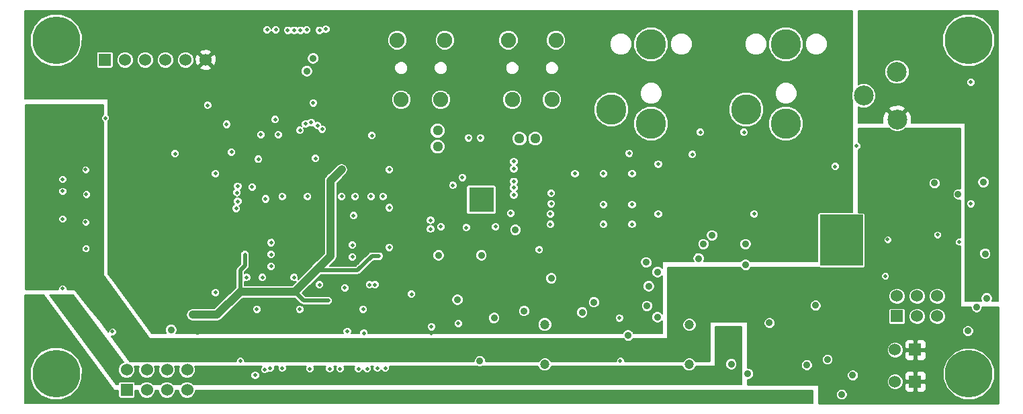
<source format=gbr>
G04 (created by PCBNEW-RS274X (2012-01-19 BZR 3256)-stable) date 2012/09/03 0:26:34*
G01*
G70*
G90*
%MOIN*%
G04 Gerber Fmt 3.4, Leading zero omitted, Abs format*
%FSLAX34Y34*%
G04 APERTURE LIST*
%ADD10C,0.006000*%
%ADD11C,0.150000*%
%ADD12C,0.098400*%
%ADD13R,0.124000X0.124000*%
%ADD14R,0.212500X0.252000*%
%ADD15C,0.236200*%
%ADD16R,0.060000X0.060000*%
%ADD17C,0.060000*%
%ADD18C,0.074800*%
%ADD19C,0.047200*%
%ADD20C,0.051200*%
%ADD21C,0.020000*%
%ADD22C,0.035400*%
%ADD23C,0.019700*%
%ADD24C,0.039400*%
%ADD25C,0.007900*%
%ADD26C,0.010000*%
G04 APERTURE END LIST*
G54D10*
G54D11*
X31102Y-01772D03*
X31102Y-05709D03*
X29134Y-05020D03*
X37795Y-01772D03*
X37795Y-05709D03*
X35827Y-05020D03*
G54D12*
X43306Y-03149D03*
X41653Y-04331D03*
X43307Y-05512D03*
G54D13*
X22677Y-09485D03*
G54D14*
X40551Y-11496D03*
G54D15*
X46850Y-18110D03*
X46850Y-01575D03*
X01575Y-18110D03*
X01575Y-01575D03*
G54D16*
X03996Y-02559D03*
G54D17*
X04996Y-02559D03*
X05996Y-02559D03*
X06996Y-02559D03*
X07996Y-02559D03*
X08996Y-02559D03*
G54D16*
X44201Y-18504D03*
G54D17*
X43201Y-18504D03*
G54D16*
X44201Y-16929D03*
G54D17*
X43201Y-16929D03*
G54D16*
X43291Y-15264D03*
G54D17*
X43291Y-14264D03*
X44291Y-15264D03*
X44291Y-14264D03*
X45291Y-15264D03*
X45291Y-14264D03*
G54D18*
X20669Y-04528D03*
X18701Y-04528D03*
X18504Y-01576D03*
X20866Y-01576D03*
X26181Y-04528D03*
X24213Y-04528D03*
X24016Y-01576D03*
X26378Y-01576D03*
G54D16*
X05075Y-18925D03*
G54D17*
X05075Y-17925D03*
X06075Y-18925D03*
X06075Y-17925D03*
X07075Y-18925D03*
X07075Y-17925D03*
X08075Y-18925D03*
X08075Y-17925D03*
G54D19*
X32992Y-15670D03*
X32992Y-17638D03*
X25827Y-15670D03*
X25827Y-17638D03*
G54D20*
X24567Y-06457D03*
X25355Y-06457D03*
X20512Y-06063D03*
X20512Y-06851D03*
G54D21*
X15748Y-07992D03*
X17598Y-12283D03*
X10945Y-12205D03*
X15079Y-14488D03*
G54D22*
X08346Y-15197D03*
X08898Y-15197D03*
G54D21*
X25984Y-08268D03*
G54D22*
X39646Y-09173D03*
G54D21*
X18150Y-08346D03*
X10512Y-08346D03*
G54D22*
X08583Y-16024D03*
G54D21*
X14016Y-07598D03*
G54D22*
X38858Y-10354D03*
G54D21*
X23228Y-06417D03*
G54D22*
X14016Y-04528D03*
X37795Y-11614D03*
X40157Y-09173D03*
G54D21*
X10551Y-11969D03*
G54D22*
X14331Y-01260D03*
G54D21*
X22559Y-07834D03*
X22283Y-07834D03*
G54D22*
X40157Y-08543D03*
G54D21*
X16417Y-07598D03*
X11850Y-14882D03*
X09291Y-12480D03*
G54D22*
X38425Y-11614D03*
G54D21*
X12559Y-07480D03*
X10866Y-14449D03*
X18031Y-14213D03*
X16260Y-14882D03*
X10551Y-12598D03*
X15551Y-14843D03*
X15906Y-14843D03*
X24213Y-09724D03*
G54D22*
X06417Y-15630D03*
X37283Y-11614D03*
G54D21*
X20197Y-16102D03*
G54D22*
X39646Y-07953D03*
G54D21*
X12205Y-07480D03*
G54D22*
X39173Y-08543D03*
G54D21*
X17677Y-11890D03*
G54D22*
X21497Y-14961D03*
G54D21*
X13386Y-14843D03*
G54D22*
X21181Y-12242D03*
G54D21*
X17992Y-10315D03*
X17165Y-07598D03*
X17815Y-12618D03*
G54D22*
X04882Y-04803D03*
G54D21*
X10512Y-10315D03*
G54D22*
X47244Y-13995D03*
X46811Y-12165D03*
G54D21*
X47795Y-09724D03*
G54D22*
X45354Y-06890D03*
G54D21*
X01870Y-12008D03*
X02953Y-13386D03*
X01181Y-05079D03*
G54D22*
X45984Y-06378D03*
G54D21*
X12087Y-16811D03*
X02953Y-13976D03*
G54D22*
X45984Y-07480D03*
X40748Y-17047D03*
G54D21*
X21299Y-17441D03*
X12598Y-16811D03*
X14016Y-16772D03*
G54D22*
X45984Y-06890D03*
X43583Y-07992D03*
X40394Y-17402D03*
X42126Y-08661D03*
G54D21*
X30157Y-09724D03*
X30157Y-10709D03*
G54D22*
X23307Y-15354D03*
G54D21*
X01260Y-14764D03*
G54D22*
X36969Y-19173D03*
X31417Y-15315D03*
X35866Y-19173D03*
G54D21*
X11220Y-19055D03*
G54D22*
X36457Y-19173D03*
G54D21*
X26102Y-10197D03*
X30157Y-08189D03*
G54D22*
X35079Y-16457D03*
G54D21*
X11850Y-18228D03*
G54D22*
X35079Y-15945D03*
G54D21*
X02047Y-14370D03*
G54D22*
X47756Y-14370D03*
G54D21*
X21732Y-08386D03*
X24291Y-08898D03*
X24291Y-09252D03*
X24291Y-07598D03*
X24291Y-08583D03*
X24291Y-07953D03*
X14783Y-05984D03*
X14961Y-01024D03*
X14646Y-01083D03*
X14547Y-05807D03*
X14232Y-05650D03*
X13701Y-01083D03*
X13957Y-05728D03*
X13386Y-01083D03*
X13071Y-01083D03*
X13681Y-06043D03*
X10591Y-08819D03*
X10551Y-09134D03*
X10276Y-07126D03*
X10591Y-09567D03*
X42835Y-11457D03*
X20157Y-10512D03*
X42717Y-13268D03*
X20157Y-10945D03*
X10039Y-05748D03*
X09094Y-04803D03*
G54D22*
X30984Y-13780D03*
G54D21*
X10709Y-17480D03*
X27323Y-08189D03*
G54D22*
X14016Y-03110D03*
X46339Y-09213D03*
X35906Y-18110D03*
G54D21*
X11969Y-09449D03*
X10512Y-09921D03*
G54D22*
X47677Y-12165D03*
G54D21*
X16280Y-12323D03*
G54D22*
X22677Y-12242D03*
G54D21*
X09488Y-14094D03*
X03031Y-10591D03*
X01890Y-08465D03*
X14173Y-17874D03*
G54D22*
X47598Y-08622D03*
G54D21*
X16417Y-09331D03*
X16575Y-17874D03*
X17008Y-17874D03*
X18110Y-09882D03*
G54D22*
X34134Y-11260D03*
G54D21*
X16280Y-11732D03*
G54D22*
X29961Y-16220D03*
G54D21*
X23386Y-10827D03*
X11535Y-14921D03*
X17126Y-13701D03*
X29567Y-17480D03*
X20198Y-15787D03*
X11929Y-17913D03*
X28740Y-08189D03*
X17520Y-17835D03*
X12205Y-17835D03*
G54D22*
X40551Y-19134D03*
X26142Y-13386D03*
G54D21*
X20669Y-10826D03*
X12244Y-12795D03*
G54D22*
X24803Y-15000D03*
G54D21*
X17913Y-17835D03*
G54D22*
X28268Y-14567D03*
X30866Y-12598D03*
G54D21*
X29528Y-15354D03*
X12795Y-09331D03*
X24134Y-10157D03*
X12441Y-05512D03*
G54D22*
X07283Y-15945D03*
G54D21*
X12795Y-17835D03*
X17795Y-09331D03*
X28740Y-10709D03*
X11732Y-06260D03*
X11811Y-13346D03*
X14016Y-01063D03*
G54D22*
X24370Y-10984D03*
G54D21*
X16024Y-16024D03*
X01890Y-13898D03*
X11457Y-18189D03*
X41299Y-06811D03*
X31457Y-10197D03*
X28740Y-09724D03*
G54D22*
X14331Y-02480D03*
X33465Y-12402D03*
G54D21*
X12244Y-12205D03*
G54D22*
X20551Y-12244D03*
G54D21*
X04370Y-16024D03*
X21536Y-15630D03*
X17244Y-06299D03*
X03051Y-11909D03*
X16850Y-16102D03*
X11024Y-13346D03*
G54D22*
X31417Y-13071D03*
G54D21*
X18110Y-07992D03*
X35709Y-06142D03*
G54D22*
X33701Y-11693D03*
G54D21*
X36220Y-10197D03*
G54D22*
X41102Y-18189D03*
G54D21*
X45315Y-11220D03*
X19213Y-14173D03*
X15669Y-17874D03*
X15906Y-13858D03*
X04016Y-05433D03*
X14331Y-04685D03*
X09488Y-08189D03*
X03031Y-07992D03*
X14449Y-07441D03*
G54D22*
X45157Y-08661D03*
G54D21*
X12244Y-11614D03*
X14646Y-13701D03*
X16339Y-10276D03*
X13661Y-14921D03*
X11299Y-08858D03*
G54D22*
X22598Y-17480D03*
X35787Y-12717D03*
G54D21*
X17402Y-13701D03*
X18110Y-11850D03*
X22047Y-06417D03*
G54D22*
X47244Y-14803D03*
X30906Y-14764D03*
X27677Y-15079D03*
G54D21*
X15748Y-09331D03*
G54D22*
X35787Y-11693D03*
X38819Y-17677D03*
G54D21*
X13386Y-13346D03*
G54D22*
X39843Y-17402D03*
X21497Y-14449D03*
G54D21*
X15157Y-17874D03*
X26142Y-09173D03*
X14055Y-09331D03*
X01890Y-10433D03*
X17205Y-09331D03*
X12598Y-06260D03*
X21260Y-08779D03*
G54D22*
X35079Y-17638D03*
G54D21*
X03071Y-09213D03*
X26142Y-09685D03*
X12047Y-01063D03*
G54D22*
X39252Y-14724D03*
G54D21*
X31457Y-07717D03*
X46378Y-11575D03*
X33543Y-06142D03*
G54D22*
X46811Y-15984D03*
G54D21*
X22638Y-06417D03*
X12480Y-01063D03*
X40236Y-07835D03*
X07480Y-07205D03*
X26102Y-10709D03*
X01890Y-09055D03*
G54D22*
X36969Y-15591D03*
G54D21*
X46969Y-09685D03*
X46969Y-03661D03*
X11614Y-07480D03*
X16811Y-14921D03*
X25551Y-11969D03*
X33150Y-07244D03*
X21929Y-10866D03*
X30020Y-07185D03*
G54D23*
X10945Y-12205D02*
X10945Y-12756D01*
X15079Y-14488D02*
X13859Y-14488D01*
G54D24*
X10709Y-14055D02*
X13426Y-14055D01*
G54D23*
X10709Y-12992D02*
X10709Y-14055D01*
G54D24*
X08347Y-15197D02*
X08347Y-15197D01*
X09567Y-15197D02*
X10709Y-14055D01*
X08347Y-15197D02*
X09567Y-15197D01*
X13426Y-14055D02*
X14489Y-12992D01*
X15197Y-12284D02*
X15197Y-08661D01*
G54D23*
X13859Y-14488D02*
X13426Y-14055D01*
X17245Y-12283D02*
X16536Y-12992D01*
G54D24*
X08898Y-15197D02*
X08347Y-15197D01*
G54D23*
X16536Y-12992D02*
X14489Y-12992D01*
G54D24*
X15197Y-08661D02*
X15197Y-08543D01*
G54D23*
X17598Y-12283D02*
X17245Y-12283D01*
G54D24*
X14489Y-12992D02*
X15197Y-12284D01*
X15197Y-08543D02*
X15748Y-07992D01*
G54D23*
X10945Y-12756D02*
X10709Y-12992D01*
G54D10*
G36*
X41103Y-10118D02*
X40454Y-10118D01*
X40454Y-07879D01*
X40454Y-07792D01*
X40421Y-07712D01*
X40360Y-07650D01*
X40280Y-07617D01*
X40193Y-07617D01*
X40113Y-07650D01*
X40051Y-07711D01*
X40018Y-07791D01*
X40018Y-07878D01*
X40051Y-07958D01*
X40112Y-08020D01*
X40192Y-08053D01*
X40279Y-08053D01*
X40359Y-08020D01*
X40421Y-07959D01*
X40454Y-07879D01*
X40454Y-10118D01*
X39841Y-10118D01*
X39841Y-01882D01*
X39841Y-01663D01*
X39757Y-01461D01*
X39603Y-01306D01*
X39401Y-01222D01*
X39182Y-01222D01*
X38980Y-01306D01*
X38825Y-01460D01*
X38741Y-01662D01*
X38741Y-01881D01*
X38825Y-02083D01*
X38979Y-02238D01*
X39181Y-02322D01*
X39400Y-02322D01*
X39602Y-02238D01*
X39757Y-02084D01*
X39841Y-01882D01*
X39841Y-10118D01*
X39466Y-10118D01*
X39423Y-10136D01*
X39389Y-10169D01*
X39371Y-10212D01*
X39371Y-10259D01*
X39371Y-12559D01*
X38663Y-12559D01*
X38663Y-05882D01*
X38663Y-05537D01*
X38663Y-01945D01*
X38663Y-01600D01*
X38531Y-01281D01*
X38287Y-01037D01*
X37968Y-00904D01*
X37623Y-00904D01*
X37304Y-01036D01*
X37060Y-01280D01*
X36927Y-01599D01*
X36927Y-01944D01*
X37059Y-02263D01*
X37303Y-02507D01*
X37622Y-02640D01*
X37967Y-02640D01*
X38286Y-02508D01*
X38530Y-02264D01*
X38663Y-01945D01*
X38663Y-05537D01*
X38531Y-05218D01*
X38345Y-05032D01*
X38345Y-04323D01*
X38345Y-04104D01*
X38261Y-03902D01*
X38107Y-03747D01*
X37905Y-03663D01*
X37686Y-03663D01*
X37484Y-03747D01*
X37329Y-03901D01*
X37245Y-04103D01*
X37245Y-04322D01*
X37329Y-04524D01*
X37483Y-04679D01*
X37685Y-04763D01*
X37904Y-04763D01*
X38106Y-04679D01*
X38261Y-04525D01*
X38345Y-04323D01*
X38345Y-05032D01*
X38287Y-04974D01*
X37968Y-04841D01*
X37623Y-04841D01*
X37304Y-04973D01*
X37060Y-05217D01*
X36927Y-05536D01*
X36927Y-05881D01*
X37059Y-06200D01*
X37303Y-06444D01*
X37622Y-06577D01*
X37967Y-06577D01*
X38286Y-06445D01*
X38530Y-06201D01*
X38663Y-05882D01*
X38663Y-12559D01*
X36849Y-12559D01*
X36849Y-01882D01*
X36849Y-01663D01*
X36765Y-01461D01*
X36611Y-01306D01*
X36409Y-01222D01*
X36190Y-01222D01*
X35988Y-01306D01*
X35833Y-01460D01*
X35749Y-01662D01*
X35749Y-01881D01*
X35833Y-02083D01*
X35987Y-02238D01*
X36189Y-02322D01*
X36408Y-02322D01*
X36610Y-02238D01*
X36765Y-02084D01*
X36849Y-01882D01*
X36849Y-12559D01*
X36695Y-12559D01*
X36695Y-05193D01*
X36695Y-04848D01*
X36563Y-04529D01*
X36319Y-04285D01*
X36000Y-04152D01*
X35655Y-04152D01*
X35336Y-04284D01*
X35092Y-04528D01*
X34959Y-04847D01*
X34959Y-05192D01*
X35091Y-05511D01*
X35335Y-05755D01*
X35654Y-05888D01*
X35999Y-05888D01*
X36318Y-05756D01*
X36562Y-05512D01*
X36695Y-05193D01*
X36695Y-12559D01*
X36438Y-12559D01*
X36438Y-10241D01*
X36438Y-10154D01*
X36405Y-10074D01*
X36344Y-10012D01*
X36264Y-09979D01*
X36177Y-09979D01*
X36097Y-10012D01*
X36035Y-10073D01*
X36002Y-10153D01*
X36002Y-10240D01*
X36035Y-10320D01*
X36096Y-10382D01*
X36176Y-10415D01*
X36263Y-10415D01*
X36343Y-10382D01*
X36405Y-10321D01*
X36438Y-10241D01*
X36438Y-12559D01*
X36081Y-12559D01*
X36081Y-11752D01*
X36081Y-11635D01*
X36036Y-11527D01*
X35954Y-11444D01*
X35927Y-11432D01*
X35927Y-06186D01*
X35927Y-06099D01*
X35894Y-06019D01*
X35833Y-05957D01*
X35753Y-05924D01*
X35666Y-05924D01*
X35586Y-05957D01*
X35524Y-06018D01*
X35491Y-06098D01*
X35491Y-06185D01*
X35524Y-06265D01*
X35585Y-06327D01*
X35665Y-06360D01*
X35752Y-06360D01*
X35832Y-06327D01*
X35894Y-06266D01*
X35927Y-06186D01*
X35927Y-11432D01*
X35846Y-11399D01*
X35729Y-11399D01*
X35621Y-11444D01*
X35538Y-11526D01*
X35493Y-11634D01*
X35493Y-11751D01*
X35538Y-11859D01*
X35620Y-11942D01*
X35728Y-11987D01*
X35845Y-11987D01*
X35953Y-11942D01*
X36036Y-11860D01*
X36081Y-11752D01*
X36081Y-12559D01*
X36039Y-12559D01*
X36036Y-12551D01*
X35954Y-12468D01*
X35846Y-12423D01*
X35729Y-12423D01*
X35621Y-12468D01*
X35538Y-12550D01*
X35534Y-12559D01*
X34428Y-12559D01*
X34428Y-11319D01*
X34428Y-11202D01*
X34383Y-11094D01*
X34301Y-11011D01*
X34193Y-10966D01*
X34076Y-10966D01*
X33968Y-11011D01*
X33885Y-11093D01*
X33840Y-11201D01*
X33840Y-11318D01*
X33885Y-11426D01*
X33967Y-11509D01*
X34075Y-11554D01*
X34192Y-11554D01*
X34300Y-11509D01*
X34383Y-11427D01*
X34428Y-11319D01*
X34428Y-12559D01*
X33995Y-12559D01*
X33995Y-11752D01*
X33995Y-11635D01*
X33950Y-11527D01*
X33868Y-11444D01*
X33761Y-11399D01*
X33761Y-06186D01*
X33761Y-06099D01*
X33728Y-06019D01*
X33667Y-05957D01*
X33587Y-05924D01*
X33500Y-05924D01*
X33420Y-05957D01*
X33358Y-06018D01*
X33325Y-06098D01*
X33325Y-06185D01*
X33358Y-06265D01*
X33419Y-06327D01*
X33499Y-06360D01*
X33586Y-06360D01*
X33666Y-06327D01*
X33728Y-06266D01*
X33761Y-06186D01*
X33761Y-11399D01*
X33760Y-11399D01*
X33643Y-11399D01*
X33535Y-11444D01*
X33452Y-11526D01*
X33407Y-11634D01*
X33407Y-11751D01*
X33452Y-11859D01*
X33534Y-11942D01*
X33642Y-11987D01*
X33759Y-11987D01*
X33867Y-11942D01*
X33950Y-11860D01*
X33995Y-11752D01*
X33995Y-12559D01*
X33718Y-12559D01*
X33759Y-12461D01*
X33759Y-12344D01*
X33714Y-12236D01*
X33632Y-12153D01*
X33524Y-12108D01*
X33407Y-12108D01*
X33368Y-12124D01*
X33368Y-07288D01*
X33368Y-07201D01*
X33335Y-07121D01*
X33274Y-07059D01*
X33194Y-07026D01*
X33148Y-07026D01*
X33148Y-01882D01*
X33148Y-01663D01*
X33064Y-01461D01*
X32910Y-01306D01*
X32708Y-01222D01*
X32489Y-01222D01*
X32287Y-01306D01*
X32132Y-01460D01*
X32048Y-01662D01*
X32048Y-01881D01*
X32132Y-02083D01*
X32286Y-02238D01*
X32488Y-02322D01*
X32707Y-02322D01*
X32909Y-02238D01*
X33064Y-02084D01*
X33148Y-01882D01*
X33148Y-07026D01*
X33107Y-07026D01*
X33027Y-07059D01*
X32965Y-07120D01*
X32932Y-07200D01*
X32932Y-07287D01*
X32965Y-07367D01*
X33026Y-07429D01*
X33106Y-07462D01*
X33193Y-07462D01*
X33273Y-07429D01*
X33335Y-07368D01*
X33368Y-07288D01*
X33368Y-12124D01*
X33299Y-12153D01*
X33216Y-12235D01*
X33171Y-12343D01*
X33171Y-12460D01*
X33212Y-12559D01*
X31970Y-12559D01*
X31970Y-05882D01*
X31970Y-05537D01*
X31970Y-01945D01*
X31970Y-01600D01*
X31838Y-01281D01*
X31594Y-01037D01*
X31275Y-00904D01*
X30930Y-00904D01*
X30611Y-01036D01*
X30367Y-01280D01*
X30234Y-01599D01*
X30234Y-01944D01*
X30366Y-02263D01*
X30610Y-02507D01*
X30929Y-02640D01*
X31274Y-02640D01*
X31593Y-02508D01*
X31837Y-02264D01*
X31970Y-01945D01*
X31970Y-05537D01*
X31838Y-05218D01*
X31652Y-05032D01*
X31652Y-04323D01*
X31652Y-04104D01*
X31568Y-03902D01*
X31414Y-03747D01*
X31212Y-03663D01*
X30993Y-03663D01*
X30791Y-03747D01*
X30636Y-03901D01*
X30552Y-04103D01*
X30552Y-04322D01*
X30636Y-04524D01*
X30790Y-04679D01*
X30992Y-04763D01*
X31211Y-04763D01*
X31413Y-04679D01*
X31568Y-04525D01*
X31652Y-04323D01*
X31652Y-05032D01*
X31594Y-04974D01*
X31275Y-04841D01*
X30930Y-04841D01*
X30611Y-04973D01*
X30367Y-05217D01*
X30234Y-05536D01*
X30234Y-05881D01*
X30366Y-06200D01*
X30610Y-06444D01*
X30929Y-06577D01*
X31274Y-06577D01*
X31593Y-06445D01*
X31837Y-06201D01*
X31970Y-05882D01*
X31970Y-12559D01*
X31675Y-12559D01*
X31675Y-10241D01*
X31675Y-10154D01*
X31675Y-07761D01*
X31675Y-07674D01*
X31642Y-07594D01*
X31581Y-07532D01*
X31501Y-07499D01*
X31414Y-07499D01*
X31334Y-07532D01*
X31272Y-07593D01*
X31239Y-07673D01*
X31239Y-07760D01*
X31272Y-07840D01*
X31333Y-07902D01*
X31413Y-07935D01*
X31500Y-07935D01*
X31580Y-07902D01*
X31642Y-07841D01*
X31675Y-07761D01*
X31675Y-10154D01*
X31642Y-10074D01*
X31581Y-10012D01*
X31501Y-09979D01*
X31414Y-09979D01*
X31334Y-10012D01*
X31272Y-10073D01*
X31239Y-10153D01*
X31239Y-10240D01*
X31272Y-10320D01*
X31333Y-10382D01*
X31413Y-10415D01*
X31500Y-10415D01*
X31580Y-10382D01*
X31642Y-10321D01*
X31675Y-10241D01*
X31675Y-12559D01*
X31654Y-12559D01*
X31654Y-12892D01*
X31584Y-12822D01*
X31476Y-12777D01*
X31359Y-12777D01*
X31251Y-12822D01*
X31168Y-12904D01*
X31160Y-12923D01*
X31160Y-12657D01*
X31160Y-12540D01*
X31115Y-12432D01*
X31033Y-12349D01*
X30925Y-12304D01*
X30808Y-12304D01*
X30700Y-12349D01*
X30617Y-12431D01*
X30572Y-12539D01*
X30572Y-12656D01*
X30617Y-12764D01*
X30699Y-12847D01*
X30807Y-12892D01*
X30924Y-12892D01*
X31032Y-12847D01*
X31115Y-12765D01*
X31160Y-12657D01*
X31160Y-12923D01*
X31123Y-13012D01*
X31123Y-13129D01*
X31168Y-13237D01*
X31250Y-13320D01*
X31358Y-13365D01*
X31475Y-13365D01*
X31583Y-13320D01*
X31654Y-13249D01*
X31654Y-15136D01*
X31584Y-15066D01*
X31476Y-15021D01*
X31359Y-15021D01*
X31278Y-15054D01*
X31278Y-13839D01*
X31278Y-13722D01*
X31233Y-13614D01*
X31151Y-13531D01*
X31043Y-13486D01*
X30926Y-13486D01*
X30818Y-13531D01*
X30735Y-13613D01*
X30690Y-13721D01*
X30690Y-13838D01*
X30735Y-13946D01*
X30817Y-14029D01*
X30925Y-14074D01*
X31042Y-14074D01*
X31150Y-14029D01*
X31233Y-13947D01*
X31278Y-13839D01*
X31278Y-15054D01*
X31251Y-15066D01*
X31200Y-15116D01*
X31200Y-14823D01*
X31200Y-14706D01*
X31155Y-14598D01*
X31073Y-14515D01*
X30965Y-14470D01*
X30848Y-14470D01*
X30740Y-14515D01*
X30657Y-14597D01*
X30612Y-14705D01*
X30612Y-14822D01*
X30657Y-14930D01*
X30739Y-15013D01*
X30847Y-15058D01*
X30964Y-15058D01*
X31072Y-15013D01*
X31155Y-14931D01*
X31200Y-14823D01*
X31200Y-15116D01*
X31168Y-15148D01*
X31123Y-15256D01*
X31123Y-15373D01*
X31168Y-15481D01*
X31250Y-15564D01*
X31358Y-15609D01*
X31475Y-15609D01*
X31583Y-15564D01*
X31654Y-15493D01*
X31654Y-16103D01*
X30375Y-16103D01*
X30375Y-10753D01*
X30375Y-10666D01*
X30375Y-09768D01*
X30375Y-09681D01*
X30375Y-08233D01*
X30375Y-08146D01*
X30342Y-08066D01*
X30281Y-08004D01*
X30238Y-07986D01*
X30238Y-07229D01*
X30238Y-07142D01*
X30205Y-07062D01*
X30156Y-07012D01*
X30156Y-01882D01*
X30156Y-01663D01*
X30072Y-01461D01*
X29918Y-01306D01*
X29716Y-01222D01*
X29497Y-01222D01*
X29295Y-01306D01*
X29140Y-01460D01*
X29056Y-01662D01*
X29056Y-01881D01*
X29140Y-02083D01*
X29294Y-02238D01*
X29496Y-02322D01*
X29715Y-02322D01*
X29917Y-02238D01*
X30072Y-02084D01*
X30156Y-01882D01*
X30156Y-07012D01*
X30144Y-07000D01*
X30064Y-06967D01*
X30002Y-06967D01*
X30002Y-05193D01*
X30002Y-04848D01*
X29870Y-04529D01*
X29626Y-04285D01*
X29307Y-04152D01*
X28962Y-04152D01*
X28643Y-04284D01*
X28399Y-04528D01*
X28266Y-04847D01*
X28266Y-05192D01*
X28398Y-05511D01*
X28642Y-05755D01*
X28961Y-05888D01*
X29306Y-05888D01*
X29625Y-05756D01*
X29869Y-05512D01*
X30002Y-05193D01*
X30002Y-06967D01*
X29977Y-06967D01*
X29897Y-07000D01*
X29835Y-07061D01*
X29802Y-07141D01*
X29802Y-07228D01*
X29835Y-07308D01*
X29896Y-07370D01*
X29976Y-07403D01*
X30063Y-07403D01*
X30143Y-07370D01*
X30205Y-07309D01*
X30238Y-07229D01*
X30238Y-07986D01*
X30201Y-07971D01*
X30114Y-07971D01*
X30034Y-08004D01*
X29972Y-08065D01*
X29939Y-08145D01*
X29939Y-08232D01*
X29972Y-08312D01*
X30033Y-08374D01*
X30113Y-08407D01*
X30200Y-08407D01*
X30280Y-08374D01*
X30342Y-08313D01*
X30375Y-08233D01*
X30375Y-09681D01*
X30342Y-09601D01*
X30281Y-09539D01*
X30201Y-09506D01*
X30114Y-09506D01*
X30034Y-09539D01*
X29972Y-09600D01*
X29939Y-09680D01*
X29939Y-09767D01*
X29972Y-09847D01*
X30033Y-09909D01*
X30113Y-09942D01*
X30200Y-09942D01*
X30280Y-09909D01*
X30342Y-09848D01*
X30375Y-09768D01*
X30375Y-10666D01*
X30342Y-10586D01*
X30281Y-10524D01*
X30201Y-10491D01*
X30114Y-10491D01*
X30034Y-10524D01*
X29972Y-10585D01*
X29939Y-10665D01*
X29939Y-10752D01*
X29972Y-10832D01*
X30033Y-10894D01*
X30113Y-10927D01*
X30200Y-10927D01*
X30280Y-10894D01*
X30342Y-10833D01*
X30375Y-10753D01*
X30375Y-16103D01*
X30230Y-16103D01*
X30210Y-16054D01*
X30128Y-15971D01*
X30020Y-15926D01*
X29903Y-15926D01*
X29795Y-15971D01*
X29746Y-16019D01*
X29746Y-15398D01*
X29746Y-15311D01*
X29713Y-15231D01*
X29652Y-15169D01*
X29572Y-15136D01*
X29485Y-15136D01*
X29405Y-15169D01*
X29343Y-15230D01*
X29310Y-15310D01*
X29310Y-15397D01*
X29343Y-15477D01*
X29404Y-15539D01*
X29484Y-15572D01*
X29571Y-15572D01*
X29651Y-15539D01*
X29713Y-15478D01*
X29746Y-15398D01*
X29746Y-16019D01*
X29712Y-16053D01*
X29691Y-16103D01*
X28958Y-16103D01*
X28958Y-10753D01*
X28958Y-10666D01*
X28958Y-09768D01*
X28958Y-09681D01*
X28958Y-08233D01*
X28958Y-08146D01*
X28925Y-08066D01*
X28864Y-08004D01*
X28784Y-07971D01*
X28697Y-07971D01*
X28617Y-08004D01*
X28555Y-08065D01*
X28522Y-08145D01*
X28522Y-08232D01*
X28555Y-08312D01*
X28616Y-08374D01*
X28696Y-08407D01*
X28783Y-08407D01*
X28863Y-08374D01*
X28925Y-08313D01*
X28958Y-08233D01*
X28958Y-09681D01*
X28925Y-09601D01*
X28864Y-09539D01*
X28784Y-09506D01*
X28697Y-09506D01*
X28617Y-09539D01*
X28555Y-09600D01*
X28522Y-09680D01*
X28522Y-09767D01*
X28555Y-09847D01*
X28616Y-09909D01*
X28696Y-09942D01*
X28783Y-09942D01*
X28863Y-09909D01*
X28925Y-09848D01*
X28958Y-09768D01*
X28958Y-10666D01*
X28925Y-10586D01*
X28864Y-10524D01*
X28784Y-10491D01*
X28697Y-10491D01*
X28617Y-10524D01*
X28555Y-10585D01*
X28522Y-10665D01*
X28522Y-10752D01*
X28555Y-10832D01*
X28616Y-10894D01*
X28696Y-10927D01*
X28783Y-10927D01*
X28863Y-10894D01*
X28925Y-10833D01*
X28958Y-10753D01*
X28958Y-16103D01*
X28562Y-16103D01*
X28562Y-14626D01*
X28562Y-14509D01*
X28517Y-14401D01*
X28435Y-14318D01*
X28327Y-14273D01*
X28210Y-14273D01*
X28102Y-14318D01*
X28019Y-14400D01*
X27974Y-14508D01*
X27974Y-14625D01*
X28019Y-14733D01*
X28101Y-14816D01*
X28209Y-14861D01*
X28326Y-14861D01*
X28434Y-14816D01*
X28517Y-14734D01*
X28562Y-14626D01*
X28562Y-16103D01*
X27971Y-16103D01*
X27971Y-15138D01*
X27971Y-15021D01*
X27926Y-14913D01*
X27844Y-14830D01*
X27736Y-14785D01*
X27619Y-14785D01*
X27541Y-14817D01*
X27541Y-08233D01*
X27541Y-08146D01*
X27508Y-08066D01*
X27447Y-08004D01*
X27367Y-07971D01*
X27280Y-07971D01*
X27200Y-08004D01*
X27138Y-08065D01*
X27105Y-08145D01*
X27105Y-08232D01*
X27138Y-08312D01*
X27199Y-08374D01*
X27279Y-08407D01*
X27366Y-08407D01*
X27446Y-08374D01*
X27508Y-08313D01*
X27541Y-08233D01*
X27541Y-14817D01*
X27511Y-14830D01*
X27428Y-14912D01*
X27383Y-15020D01*
X27383Y-15137D01*
X27428Y-15245D01*
X27510Y-15328D01*
X27618Y-15373D01*
X27735Y-15373D01*
X27843Y-15328D01*
X27926Y-15246D01*
X27971Y-15138D01*
X27971Y-16103D01*
X26869Y-16103D01*
X26869Y-01674D01*
X26869Y-01479D01*
X26795Y-01298D01*
X26657Y-01160D01*
X26476Y-01085D01*
X26281Y-01085D01*
X26100Y-01159D01*
X25962Y-01297D01*
X25887Y-01478D01*
X25887Y-01673D01*
X25961Y-01854D01*
X26099Y-01992D01*
X26280Y-02067D01*
X26475Y-02067D01*
X26656Y-01993D01*
X26794Y-01855D01*
X26869Y-01674D01*
X26869Y-16103D01*
X26672Y-16103D01*
X26672Y-04626D01*
X26672Y-04431D01*
X26598Y-04250D01*
X26515Y-04167D01*
X26515Y-03021D01*
X26515Y-02888D01*
X26464Y-02765D01*
X26371Y-02671D01*
X26248Y-02620D01*
X26115Y-02620D01*
X25992Y-02671D01*
X25898Y-02764D01*
X25847Y-02887D01*
X25847Y-03020D01*
X25898Y-03143D01*
X25991Y-03237D01*
X26114Y-03288D01*
X26247Y-03288D01*
X26370Y-03237D01*
X26464Y-03144D01*
X26515Y-03021D01*
X26515Y-04167D01*
X26460Y-04112D01*
X26279Y-04037D01*
X26084Y-04037D01*
X25903Y-04111D01*
X25765Y-04249D01*
X25690Y-04430D01*
X25690Y-04625D01*
X25764Y-04806D01*
X25902Y-04944D01*
X26083Y-05019D01*
X26278Y-05019D01*
X26459Y-04945D01*
X26597Y-04807D01*
X26672Y-04626D01*
X26672Y-16103D01*
X26436Y-16103D01*
X26436Y-13445D01*
X26436Y-13328D01*
X26391Y-13220D01*
X26360Y-13188D01*
X26360Y-09729D01*
X26360Y-09642D01*
X26360Y-09217D01*
X26360Y-09130D01*
X26327Y-09050D01*
X26266Y-08988D01*
X26186Y-08955D01*
X26099Y-08955D01*
X26019Y-08988D01*
X25957Y-09049D01*
X25924Y-09129D01*
X25924Y-09216D01*
X25957Y-09296D01*
X26018Y-09358D01*
X26098Y-09391D01*
X26185Y-09391D01*
X26265Y-09358D01*
X26327Y-09297D01*
X26360Y-09217D01*
X26360Y-09642D01*
X26327Y-09562D01*
X26266Y-09500D01*
X26186Y-09467D01*
X26099Y-09467D01*
X26019Y-09500D01*
X25957Y-09561D01*
X25924Y-09641D01*
X25924Y-09728D01*
X25957Y-09808D01*
X26018Y-09870D01*
X26098Y-09903D01*
X26185Y-09903D01*
X26265Y-09870D01*
X26327Y-09809D01*
X26360Y-09729D01*
X26360Y-13188D01*
X26320Y-13148D01*
X26320Y-10753D01*
X26320Y-10666D01*
X26320Y-10241D01*
X26320Y-10154D01*
X26287Y-10074D01*
X26226Y-10012D01*
X26146Y-09979D01*
X26059Y-09979D01*
X25979Y-10012D01*
X25917Y-10073D01*
X25884Y-10153D01*
X25884Y-10240D01*
X25917Y-10320D01*
X25978Y-10382D01*
X26058Y-10415D01*
X26145Y-10415D01*
X26225Y-10382D01*
X26287Y-10321D01*
X26320Y-10241D01*
X26320Y-10666D01*
X26287Y-10586D01*
X26226Y-10524D01*
X26146Y-10491D01*
X26059Y-10491D01*
X25979Y-10524D01*
X25917Y-10585D01*
X25884Y-10665D01*
X25884Y-10752D01*
X25917Y-10832D01*
X25978Y-10894D01*
X26058Y-10927D01*
X26145Y-10927D01*
X26225Y-10894D01*
X26287Y-10833D01*
X26320Y-10753D01*
X26320Y-13148D01*
X26309Y-13137D01*
X26201Y-13092D01*
X26084Y-13092D01*
X25976Y-13137D01*
X25893Y-13219D01*
X25848Y-13327D01*
X25848Y-13444D01*
X25893Y-13552D01*
X25975Y-13635D01*
X26083Y-13680D01*
X26200Y-13680D01*
X26308Y-13635D01*
X26391Y-13553D01*
X26436Y-13445D01*
X26436Y-16103D01*
X26180Y-16103D01*
X26180Y-15740D01*
X26180Y-15600D01*
X26126Y-15470D01*
X26027Y-15371D01*
X25897Y-15317D01*
X25769Y-15317D01*
X25769Y-12013D01*
X25769Y-11926D01*
X25736Y-11846D01*
X25729Y-11838D01*
X25729Y-06532D01*
X25729Y-06383D01*
X25672Y-06246D01*
X25567Y-06140D01*
X25430Y-06083D01*
X25281Y-06083D01*
X25144Y-06140D01*
X25038Y-06245D01*
X24981Y-06382D01*
X24981Y-06531D01*
X25038Y-06668D01*
X25143Y-06774D01*
X25280Y-06831D01*
X25429Y-06831D01*
X25566Y-06774D01*
X25672Y-06669D01*
X25729Y-06532D01*
X25729Y-11838D01*
X25675Y-11784D01*
X25595Y-11751D01*
X25508Y-11751D01*
X25428Y-11784D01*
X25366Y-11845D01*
X25333Y-11925D01*
X25333Y-12012D01*
X25366Y-12092D01*
X25427Y-12154D01*
X25507Y-12187D01*
X25594Y-12187D01*
X25674Y-12154D01*
X25736Y-12093D01*
X25769Y-12013D01*
X25769Y-15317D01*
X25757Y-15317D01*
X25627Y-15371D01*
X25528Y-15470D01*
X25474Y-15600D01*
X25474Y-15740D01*
X25528Y-15870D01*
X25627Y-15969D01*
X25757Y-16023D01*
X25897Y-16023D01*
X26027Y-15969D01*
X26126Y-15870D01*
X26180Y-15740D01*
X26180Y-16103D01*
X25097Y-16103D01*
X25097Y-15059D01*
X25097Y-14942D01*
X25052Y-14834D01*
X24970Y-14751D01*
X24941Y-14738D01*
X24941Y-06532D01*
X24941Y-06383D01*
X24884Y-06246D01*
X24779Y-06140D01*
X24704Y-06108D01*
X24704Y-04626D01*
X24704Y-04431D01*
X24630Y-04250D01*
X24547Y-04167D01*
X24547Y-03021D01*
X24547Y-02888D01*
X24507Y-02791D01*
X24507Y-01674D01*
X24507Y-01479D01*
X24433Y-01298D01*
X24295Y-01160D01*
X24114Y-01085D01*
X23919Y-01085D01*
X23738Y-01159D01*
X23600Y-01297D01*
X23525Y-01478D01*
X23525Y-01673D01*
X23599Y-01854D01*
X23737Y-01992D01*
X23918Y-02067D01*
X24113Y-02067D01*
X24294Y-01993D01*
X24432Y-01855D01*
X24507Y-01674D01*
X24507Y-02791D01*
X24496Y-02765D01*
X24403Y-02671D01*
X24280Y-02620D01*
X24147Y-02620D01*
X24024Y-02671D01*
X23930Y-02764D01*
X23879Y-02887D01*
X23879Y-03020D01*
X23930Y-03143D01*
X24023Y-03237D01*
X24146Y-03288D01*
X24279Y-03288D01*
X24402Y-03237D01*
X24496Y-03144D01*
X24547Y-03021D01*
X24547Y-04167D01*
X24492Y-04112D01*
X24311Y-04037D01*
X24116Y-04037D01*
X23935Y-04111D01*
X23797Y-04249D01*
X23722Y-04430D01*
X23722Y-04625D01*
X23796Y-04806D01*
X23934Y-04944D01*
X24115Y-05019D01*
X24310Y-05019D01*
X24491Y-04945D01*
X24629Y-04807D01*
X24704Y-04626D01*
X24704Y-06108D01*
X24642Y-06083D01*
X24493Y-06083D01*
X24356Y-06140D01*
X24250Y-06245D01*
X24193Y-06382D01*
X24193Y-06531D01*
X24250Y-06668D01*
X24355Y-06774D01*
X24492Y-06831D01*
X24641Y-06831D01*
X24778Y-06774D01*
X24884Y-06669D01*
X24941Y-06532D01*
X24941Y-14738D01*
X24862Y-14706D01*
X24745Y-14706D01*
X24664Y-14739D01*
X24664Y-11043D01*
X24664Y-10926D01*
X24619Y-10818D01*
X24537Y-10735D01*
X24509Y-10723D01*
X24509Y-09296D01*
X24509Y-09209D01*
X24476Y-09129D01*
X24422Y-09074D01*
X24476Y-09022D01*
X24509Y-08942D01*
X24509Y-08855D01*
X24476Y-08775D01*
X24442Y-08740D01*
X24476Y-08707D01*
X24509Y-08627D01*
X24509Y-08540D01*
X24509Y-07997D01*
X24509Y-07910D01*
X24476Y-07830D01*
X24422Y-07775D01*
X24476Y-07722D01*
X24509Y-07642D01*
X24509Y-07555D01*
X24476Y-07475D01*
X24415Y-07413D01*
X24335Y-07380D01*
X24248Y-07380D01*
X24168Y-07413D01*
X24106Y-07474D01*
X24073Y-07554D01*
X24073Y-07641D01*
X24106Y-07721D01*
X24159Y-07775D01*
X24106Y-07829D01*
X24073Y-07909D01*
X24073Y-07996D01*
X24106Y-08076D01*
X24167Y-08138D01*
X24247Y-08171D01*
X24334Y-08171D01*
X24414Y-08138D01*
X24476Y-08077D01*
X24509Y-07997D01*
X24509Y-08540D01*
X24476Y-08460D01*
X24415Y-08398D01*
X24335Y-08365D01*
X24248Y-08365D01*
X24168Y-08398D01*
X24106Y-08459D01*
X24073Y-08539D01*
X24073Y-08626D01*
X24106Y-08706D01*
X24139Y-08740D01*
X24106Y-08774D01*
X24073Y-08854D01*
X24073Y-08941D01*
X24106Y-09021D01*
X24159Y-09075D01*
X24106Y-09128D01*
X24073Y-09208D01*
X24073Y-09295D01*
X24106Y-09375D01*
X24167Y-09437D01*
X24247Y-09470D01*
X24334Y-09470D01*
X24414Y-09437D01*
X24476Y-09376D01*
X24509Y-09296D01*
X24509Y-10723D01*
X24429Y-10690D01*
X24352Y-10690D01*
X24352Y-10201D01*
X24352Y-10114D01*
X24319Y-10034D01*
X24258Y-09972D01*
X24178Y-09939D01*
X24091Y-09939D01*
X24011Y-09972D01*
X23949Y-10033D01*
X23916Y-10113D01*
X23916Y-10200D01*
X23949Y-10280D01*
X24010Y-10342D01*
X24090Y-10375D01*
X24177Y-10375D01*
X24257Y-10342D01*
X24319Y-10281D01*
X24352Y-10201D01*
X24352Y-10690D01*
X24312Y-10690D01*
X24204Y-10735D01*
X24121Y-10817D01*
X24076Y-10925D01*
X24076Y-11042D01*
X24121Y-11150D01*
X24203Y-11233D01*
X24311Y-11278D01*
X24428Y-11278D01*
X24536Y-11233D01*
X24619Y-11151D01*
X24664Y-11043D01*
X24664Y-14739D01*
X24637Y-14751D01*
X24554Y-14833D01*
X24509Y-14941D01*
X24509Y-15058D01*
X24554Y-15166D01*
X24636Y-15249D01*
X24744Y-15294D01*
X24861Y-15294D01*
X24969Y-15249D01*
X25052Y-15167D01*
X25097Y-15059D01*
X25097Y-16103D01*
X23604Y-16103D01*
X23604Y-10871D01*
X23604Y-10784D01*
X23571Y-10704D01*
X23510Y-10642D01*
X23430Y-10609D01*
X23415Y-10609D01*
X23415Y-10129D01*
X23415Y-10082D01*
X23415Y-08842D01*
X23397Y-08799D01*
X23364Y-08765D01*
X23321Y-08747D01*
X23274Y-08747D01*
X22856Y-08747D01*
X22856Y-06461D01*
X22856Y-06374D01*
X22823Y-06294D01*
X22762Y-06232D01*
X22682Y-06199D01*
X22595Y-06199D01*
X22515Y-06232D01*
X22453Y-06293D01*
X22420Y-06373D01*
X22420Y-06460D01*
X22453Y-06540D01*
X22514Y-06602D01*
X22594Y-06635D01*
X22681Y-06635D01*
X22761Y-06602D01*
X22823Y-06541D01*
X22856Y-06461D01*
X22856Y-08747D01*
X22265Y-08747D01*
X22265Y-06461D01*
X22265Y-06374D01*
X22232Y-06294D01*
X22171Y-06232D01*
X22091Y-06199D01*
X22004Y-06199D01*
X21924Y-06232D01*
X21862Y-06293D01*
X21829Y-06373D01*
X21829Y-06460D01*
X21862Y-06540D01*
X21923Y-06602D01*
X22003Y-06635D01*
X22090Y-06635D01*
X22170Y-06602D01*
X22232Y-06541D01*
X22265Y-06461D01*
X22265Y-08747D01*
X22034Y-08747D01*
X21991Y-08765D01*
X21957Y-08798D01*
X21950Y-08814D01*
X21950Y-08430D01*
X21950Y-08343D01*
X21917Y-08263D01*
X21856Y-08201D01*
X21776Y-08168D01*
X21689Y-08168D01*
X21609Y-08201D01*
X21547Y-08262D01*
X21514Y-08342D01*
X21514Y-08429D01*
X21547Y-08509D01*
X21608Y-08571D01*
X21688Y-08604D01*
X21775Y-08604D01*
X21855Y-08571D01*
X21917Y-08510D01*
X21950Y-08430D01*
X21950Y-08814D01*
X21939Y-08841D01*
X21939Y-08888D01*
X21939Y-10128D01*
X21957Y-10171D01*
X21990Y-10205D01*
X22033Y-10223D01*
X22080Y-10223D01*
X23320Y-10223D01*
X23363Y-10205D01*
X23397Y-10172D01*
X23415Y-10129D01*
X23415Y-10609D01*
X23343Y-10609D01*
X23263Y-10642D01*
X23201Y-10703D01*
X23168Y-10783D01*
X23168Y-10870D01*
X23201Y-10950D01*
X23262Y-11012D01*
X23342Y-11045D01*
X23429Y-11045D01*
X23509Y-11012D01*
X23571Y-10951D01*
X23604Y-10871D01*
X23604Y-16103D01*
X23601Y-16103D01*
X23601Y-15413D01*
X23601Y-15296D01*
X23556Y-15188D01*
X23474Y-15105D01*
X23366Y-15060D01*
X23249Y-15060D01*
X23141Y-15105D01*
X23058Y-15187D01*
X23013Y-15295D01*
X23013Y-15412D01*
X23058Y-15520D01*
X23140Y-15603D01*
X23248Y-15648D01*
X23365Y-15648D01*
X23473Y-15603D01*
X23556Y-15521D01*
X23601Y-15413D01*
X23601Y-16103D01*
X22971Y-16103D01*
X22971Y-12301D01*
X22971Y-12184D01*
X22926Y-12076D01*
X22844Y-11993D01*
X22736Y-11948D01*
X22619Y-11948D01*
X22511Y-11993D01*
X22428Y-12075D01*
X22383Y-12183D01*
X22383Y-12300D01*
X22428Y-12408D01*
X22510Y-12491D01*
X22618Y-12536D01*
X22735Y-12536D01*
X22843Y-12491D01*
X22926Y-12409D01*
X22971Y-12301D01*
X22971Y-16103D01*
X22147Y-16103D01*
X22147Y-10910D01*
X22147Y-10823D01*
X22114Y-10743D01*
X22053Y-10681D01*
X21973Y-10648D01*
X21886Y-10648D01*
X21806Y-10681D01*
X21744Y-10742D01*
X21711Y-10822D01*
X21711Y-10909D01*
X21744Y-10989D01*
X21805Y-11051D01*
X21885Y-11084D01*
X21972Y-11084D01*
X22052Y-11051D01*
X22114Y-10990D01*
X22147Y-10910D01*
X22147Y-16103D01*
X21791Y-16103D01*
X21791Y-14508D01*
X21791Y-14391D01*
X21746Y-14283D01*
X21664Y-14200D01*
X21556Y-14155D01*
X21478Y-14155D01*
X21478Y-08823D01*
X21478Y-08736D01*
X21445Y-08656D01*
X21384Y-08594D01*
X21357Y-08582D01*
X21357Y-01674D01*
X21357Y-01479D01*
X21283Y-01298D01*
X21145Y-01160D01*
X20964Y-01085D01*
X20769Y-01085D01*
X20588Y-01159D01*
X20450Y-01297D01*
X20375Y-01478D01*
X20375Y-01673D01*
X20449Y-01854D01*
X20587Y-01992D01*
X20768Y-02067D01*
X20963Y-02067D01*
X21144Y-01993D01*
X21282Y-01855D01*
X21357Y-01674D01*
X21357Y-08582D01*
X21304Y-08561D01*
X21217Y-08561D01*
X21160Y-08584D01*
X21160Y-04626D01*
X21160Y-04431D01*
X21086Y-04250D01*
X21003Y-04167D01*
X21003Y-03021D01*
X21003Y-02888D01*
X20952Y-02765D01*
X20859Y-02671D01*
X20736Y-02620D01*
X20603Y-02620D01*
X20480Y-02671D01*
X20386Y-02764D01*
X20335Y-02887D01*
X20335Y-03020D01*
X20386Y-03143D01*
X20479Y-03237D01*
X20602Y-03288D01*
X20735Y-03288D01*
X20858Y-03237D01*
X20952Y-03144D01*
X21003Y-03021D01*
X21003Y-04167D01*
X20948Y-04112D01*
X20767Y-04037D01*
X20572Y-04037D01*
X20391Y-04111D01*
X20253Y-04249D01*
X20178Y-04430D01*
X20178Y-04625D01*
X20252Y-04806D01*
X20390Y-04944D01*
X20571Y-05019D01*
X20766Y-05019D01*
X20947Y-04945D01*
X21085Y-04807D01*
X21160Y-04626D01*
X21160Y-08584D01*
X21137Y-08594D01*
X21075Y-08655D01*
X21042Y-08735D01*
X21042Y-08822D01*
X21075Y-08902D01*
X21136Y-08964D01*
X21216Y-08997D01*
X21303Y-08997D01*
X21383Y-08964D01*
X21445Y-08903D01*
X21478Y-08823D01*
X21478Y-14155D01*
X21439Y-14155D01*
X21331Y-14200D01*
X21248Y-14282D01*
X21203Y-14390D01*
X21203Y-14507D01*
X21248Y-14615D01*
X21330Y-14698D01*
X21438Y-14743D01*
X21555Y-14743D01*
X21663Y-14698D01*
X21746Y-14616D01*
X21791Y-14508D01*
X21791Y-16103D01*
X21754Y-16103D01*
X21754Y-15674D01*
X21754Y-15587D01*
X21721Y-15507D01*
X21660Y-15445D01*
X21580Y-15412D01*
X21493Y-15412D01*
X21413Y-15445D01*
X21351Y-15506D01*
X21318Y-15586D01*
X21318Y-15673D01*
X21351Y-15753D01*
X21412Y-15815D01*
X21492Y-15848D01*
X21579Y-15848D01*
X21659Y-15815D01*
X21721Y-15754D01*
X21754Y-15674D01*
X21754Y-16103D01*
X20887Y-16103D01*
X20887Y-10870D01*
X20887Y-10783D01*
X20886Y-10780D01*
X20886Y-06926D01*
X20886Y-06777D01*
X20886Y-06138D01*
X20886Y-05989D01*
X20829Y-05852D01*
X20724Y-05746D01*
X20587Y-05689D01*
X20438Y-05689D01*
X20301Y-05746D01*
X20195Y-05851D01*
X20138Y-05988D01*
X20138Y-06137D01*
X20195Y-06274D01*
X20300Y-06380D01*
X20437Y-06437D01*
X20586Y-06437D01*
X20723Y-06380D01*
X20829Y-06275D01*
X20886Y-06138D01*
X20886Y-06777D01*
X20829Y-06640D01*
X20724Y-06534D01*
X20587Y-06477D01*
X20438Y-06477D01*
X20301Y-06534D01*
X20195Y-06639D01*
X20138Y-06776D01*
X20138Y-06925D01*
X20195Y-07062D01*
X20300Y-07168D01*
X20437Y-07225D01*
X20586Y-07225D01*
X20723Y-07168D01*
X20829Y-07063D01*
X20886Y-06926D01*
X20886Y-10780D01*
X20854Y-10703D01*
X20793Y-10641D01*
X20713Y-10608D01*
X20626Y-10608D01*
X20546Y-10641D01*
X20484Y-10702D01*
X20451Y-10782D01*
X20451Y-10869D01*
X20484Y-10949D01*
X20545Y-11011D01*
X20625Y-11044D01*
X20712Y-11044D01*
X20792Y-11011D01*
X20854Y-10950D01*
X20887Y-10870D01*
X20887Y-16103D01*
X20845Y-16103D01*
X20845Y-12303D01*
X20845Y-12186D01*
X20800Y-12078D01*
X20718Y-11995D01*
X20610Y-11950D01*
X20493Y-11950D01*
X20385Y-11995D01*
X20375Y-12004D01*
X20375Y-10989D01*
X20375Y-10902D01*
X20342Y-10822D01*
X20281Y-10760D01*
X20204Y-10728D01*
X20280Y-10697D01*
X20342Y-10636D01*
X20375Y-10556D01*
X20375Y-10469D01*
X20342Y-10389D01*
X20281Y-10327D01*
X20201Y-10294D01*
X20114Y-10294D01*
X20034Y-10327D01*
X19972Y-10388D01*
X19939Y-10468D01*
X19939Y-10555D01*
X19972Y-10635D01*
X20033Y-10697D01*
X20109Y-10728D01*
X20034Y-10760D01*
X19972Y-10821D01*
X19939Y-10901D01*
X19939Y-10988D01*
X19972Y-11068D01*
X20033Y-11130D01*
X20113Y-11163D01*
X20200Y-11163D01*
X20280Y-11130D01*
X20342Y-11069D01*
X20375Y-10989D01*
X20375Y-12004D01*
X20302Y-12077D01*
X20257Y-12185D01*
X20257Y-12302D01*
X20302Y-12410D01*
X20384Y-12493D01*
X20492Y-12538D01*
X20609Y-12538D01*
X20717Y-12493D01*
X20800Y-12411D01*
X20845Y-12303D01*
X20845Y-16103D01*
X20416Y-16103D01*
X20416Y-15831D01*
X20416Y-15744D01*
X20383Y-15664D01*
X20322Y-15602D01*
X20242Y-15569D01*
X20155Y-15569D01*
X20075Y-15602D01*
X20013Y-15663D01*
X19980Y-15743D01*
X19980Y-15830D01*
X20013Y-15910D01*
X20074Y-15972D01*
X20154Y-16005D01*
X20241Y-16005D01*
X20321Y-15972D01*
X20383Y-15911D01*
X20416Y-15831D01*
X20416Y-16103D01*
X19431Y-16103D01*
X19431Y-14217D01*
X19431Y-14130D01*
X19398Y-14050D01*
X19337Y-13988D01*
X19257Y-13955D01*
X19192Y-13955D01*
X19192Y-04626D01*
X19192Y-04431D01*
X19118Y-04250D01*
X19035Y-04167D01*
X19035Y-03021D01*
X19035Y-02888D01*
X18995Y-02791D01*
X18995Y-01674D01*
X18995Y-01479D01*
X18921Y-01298D01*
X18783Y-01160D01*
X18602Y-01085D01*
X18407Y-01085D01*
X18226Y-01159D01*
X18088Y-01297D01*
X18013Y-01478D01*
X18013Y-01673D01*
X18087Y-01854D01*
X18225Y-01992D01*
X18406Y-02067D01*
X18601Y-02067D01*
X18782Y-01993D01*
X18920Y-01855D01*
X18995Y-01674D01*
X18995Y-02791D01*
X18984Y-02765D01*
X18891Y-02671D01*
X18768Y-02620D01*
X18635Y-02620D01*
X18512Y-02671D01*
X18418Y-02764D01*
X18367Y-02887D01*
X18367Y-03020D01*
X18418Y-03143D01*
X18511Y-03237D01*
X18634Y-03288D01*
X18767Y-03288D01*
X18890Y-03237D01*
X18984Y-03144D01*
X19035Y-03021D01*
X19035Y-04167D01*
X18980Y-04112D01*
X18799Y-04037D01*
X18604Y-04037D01*
X18423Y-04111D01*
X18285Y-04249D01*
X18210Y-04430D01*
X18210Y-04625D01*
X18284Y-04806D01*
X18422Y-04944D01*
X18603Y-05019D01*
X18798Y-05019D01*
X18979Y-04945D01*
X19117Y-04807D01*
X19192Y-04626D01*
X19192Y-13955D01*
X19170Y-13955D01*
X19090Y-13988D01*
X19028Y-14049D01*
X18995Y-14129D01*
X18995Y-14216D01*
X19028Y-14296D01*
X19089Y-14358D01*
X19169Y-14391D01*
X19256Y-14391D01*
X19336Y-14358D01*
X19398Y-14297D01*
X19431Y-14217D01*
X19431Y-16103D01*
X18328Y-16103D01*
X18328Y-11894D01*
X18328Y-11807D01*
X18328Y-09926D01*
X18328Y-09839D01*
X18328Y-08036D01*
X18328Y-07949D01*
X18295Y-07869D01*
X18234Y-07807D01*
X18154Y-07774D01*
X18067Y-07774D01*
X17987Y-07807D01*
X17925Y-07868D01*
X17892Y-07948D01*
X17892Y-08035D01*
X17925Y-08115D01*
X17986Y-08177D01*
X18066Y-08210D01*
X18153Y-08210D01*
X18233Y-08177D01*
X18295Y-08116D01*
X18328Y-08036D01*
X18328Y-09839D01*
X18295Y-09759D01*
X18234Y-09697D01*
X18154Y-09664D01*
X18067Y-09664D01*
X18013Y-09686D01*
X18013Y-09375D01*
X18013Y-09288D01*
X17980Y-09208D01*
X17919Y-09146D01*
X17839Y-09113D01*
X17752Y-09113D01*
X17672Y-09146D01*
X17610Y-09207D01*
X17577Y-09287D01*
X17577Y-09374D01*
X17610Y-09454D01*
X17671Y-09516D01*
X17751Y-09549D01*
X17838Y-09549D01*
X17918Y-09516D01*
X17980Y-09455D01*
X18013Y-09375D01*
X18013Y-09686D01*
X17987Y-09697D01*
X17925Y-09758D01*
X17892Y-09838D01*
X17892Y-09925D01*
X17925Y-10005D01*
X17986Y-10067D01*
X18066Y-10100D01*
X18153Y-10100D01*
X18233Y-10067D01*
X18295Y-10006D01*
X18328Y-09926D01*
X18328Y-11807D01*
X18295Y-11727D01*
X18234Y-11665D01*
X18154Y-11632D01*
X18067Y-11632D01*
X17987Y-11665D01*
X17925Y-11726D01*
X17892Y-11806D01*
X17892Y-11893D01*
X17925Y-11973D01*
X17986Y-12035D01*
X18066Y-12068D01*
X18153Y-12068D01*
X18233Y-12035D01*
X18295Y-11974D01*
X18328Y-11894D01*
X18328Y-16103D01*
X17816Y-16103D01*
X17816Y-12327D01*
X17816Y-12240D01*
X17783Y-12160D01*
X17722Y-12098D01*
X17642Y-12065D01*
X17555Y-12065D01*
X17550Y-12067D01*
X17462Y-12067D01*
X17462Y-06343D01*
X17462Y-06256D01*
X17429Y-06176D01*
X17368Y-06114D01*
X17288Y-06081D01*
X17201Y-06081D01*
X17121Y-06114D01*
X17059Y-06175D01*
X17026Y-06255D01*
X17026Y-06342D01*
X17059Y-06422D01*
X17120Y-06484D01*
X17200Y-06517D01*
X17287Y-06517D01*
X17367Y-06484D01*
X17429Y-06423D01*
X17462Y-06343D01*
X17462Y-12067D01*
X17423Y-12067D01*
X17423Y-09375D01*
X17423Y-09288D01*
X17390Y-09208D01*
X17329Y-09146D01*
X17249Y-09113D01*
X17162Y-09113D01*
X17082Y-09146D01*
X17020Y-09207D01*
X16987Y-09287D01*
X16987Y-09374D01*
X17020Y-09454D01*
X17081Y-09516D01*
X17161Y-09549D01*
X17248Y-09549D01*
X17328Y-09516D01*
X17390Y-09455D01*
X17423Y-09375D01*
X17423Y-12067D01*
X17245Y-12067D01*
X17162Y-12083D01*
X17092Y-12130D01*
X17089Y-12133D01*
X16635Y-12587D01*
X16635Y-09375D01*
X16635Y-09288D01*
X16602Y-09208D01*
X16541Y-09146D01*
X16461Y-09113D01*
X16374Y-09113D01*
X16294Y-09146D01*
X16232Y-09207D01*
X16199Y-09287D01*
X16199Y-09374D01*
X16232Y-09454D01*
X16293Y-09516D01*
X16373Y-09549D01*
X16460Y-09549D01*
X16540Y-09516D01*
X16602Y-09455D01*
X16635Y-09375D01*
X16635Y-12587D01*
X16557Y-12665D01*
X16557Y-10320D01*
X16557Y-10233D01*
X16524Y-10153D01*
X16463Y-10091D01*
X16383Y-10058D01*
X16296Y-10058D01*
X16216Y-10091D01*
X16154Y-10152D01*
X16121Y-10232D01*
X16121Y-10319D01*
X16154Y-10399D01*
X16215Y-10461D01*
X16295Y-10494D01*
X16382Y-10494D01*
X16462Y-10461D01*
X16524Y-10400D01*
X16557Y-10320D01*
X16557Y-12665D01*
X16498Y-12724D01*
X16498Y-12367D01*
X16498Y-12280D01*
X16498Y-11776D01*
X16498Y-11689D01*
X16465Y-11609D01*
X16404Y-11547D01*
X16324Y-11514D01*
X16237Y-11514D01*
X16157Y-11547D01*
X16095Y-11608D01*
X16062Y-11688D01*
X16062Y-11775D01*
X16095Y-11855D01*
X16156Y-11917D01*
X16236Y-11950D01*
X16323Y-11950D01*
X16403Y-11917D01*
X16465Y-11856D01*
X16498Y-11776D01*
X16498Y-12280D01*
X16465Y-12200D01*
X16404Y-12138D01*
X16324Y-12105D01*
X16237Y-12105D01*
X16157Y-12138D01*
X16095Y-12199D01*
X16062Y-12279D01*
X16062Y-12366D01*
X16095Y-12446D01*
X16156Y-12508D01*
X16236Y-12541D01*
X16323Y-12541D01*
X16403Y-12508D01*
X16465Y-12447D01*
X16498Y-12367D01*
X16498Y-12724D01*
X16446Y-12776D01*
X15966Y-12776D01*
X15966Y-09375D01*
X15966Y-09288D01*
X15933Y-09208D01*
X15872Y-09146D01*
X15792Y-09113D01*
X15705Y-09113D01*
X15625Y-09146D01*
X15563Y-09207D01*
X15530Y-09287D01*
X15530Y-09374D01*
X15563Y-09454D01*
X15624Y-09516D01*
X15704Y-09549D01*
X15791Y-09549D01*
X15871Y-09516D01*
X15933Y-09455D01*
X15966Y-09375D01*
X15966Y-12776D01*
X15151Y-12776D01*
X15420Y-12507D01*
X15488Y-12405D01*
X15488Y-12404D01*
X15512Y-12284D01*
X15512Y-08674D01*
X15971Y-08215D01*
X16039Y-08112D01*
X16063Y-07992D01*
X16039Y-07872D01*
X15971Y-07769D01*
X15868Y-07701D01*
X15748Y-07677D01*
X15628Y-07701D01*
X15525Y-07769D01*
X15179Y-08115D01*
X15179Y-01068D01*
X15179Y-00981D01*
X15146Y-00901D01*
X15085Y-00839D01*
X15005Y-00806D01*
X14918Y-00806D01*
X14838Y-00839D01*
X14776Y-00900D01*
X14774Y-00902D01*
X14770Y-00898D01*
X14690Y-00865D01*
X14603Y-00865D01*
X14523Y-00898D01*
X14461Y-00959D01*
X14428Y-01039D01*
X14428Y-01126D01*
X14461Y-01206D01*
X14522Y-01268D01*
X14602Y-01301D01*
X14689Y-01301D01*
X14769Y-01268D01*
X14831Y-01207D01*
X14832Y-01204D01*
X14837Y-01209D01*
X14917Y-01242D01*
X15004Y-01242D01*
X15084Y-01209D01*
X15146Y-01148D01*
X15179Y-01068D01*
X15179Y-08115D01*
X15001Y-08293D01*
X15001Y-06028D01*
X15001Y-05941D01*
X14968Y-05861D01*
X14907Y-05799D01*
X14827Y-05766D01*
X14765Y-05766D01*
X14765Y-05764D01*
X14732Y-05684D01*
X14671Y-05622D01*
X14625Y-05603D01*
X14625Y-02539D01*
X14625Y-02422D01*
X14580Y-02314D01*
X14498Y-02231D01*
X14390Y-02186D01*
X14273Y-02186D01*
X14234Y-02202D01*
X14234Y-01107D01*
X14234Y-01020D01*
X14201Y-00940D01*
X14140Y-00878D01*
X14060Y-00845D01*
X13973Y-00845D01*
X13893Y-00878D01*
X13848Y-00921D01*
X13825Y-00898D01*
X13745Y-00865D01*
X13658Y-00865D01*
X13578Y-00898D01*
X13543Y-00931D01*
X13510Y-00898D01*
X13430Y-00865D01*
X13343Y-00865D01*
X13263Y-00898D01*
X13228Y-00931D01*
X13195Y-00898D01*
X13115Y-00865D01*
X13028Y-00865D01*
X12948Y-00898D01*
X12886Y-00959D01*
X12853Y-01039D01*
X12853Y-01126D01*
X12886Y-01206D01*
X12947Y-01268D01*
X13027Y-01301D01*
X13114Y-01301D01*
X13194Y-01268D01*
X13228Y-01234D01*
X13262Y-01268D01*
X13342Y-01301D01*
X13429Y-01301D01*
X13509Y-01268D01*
X13543Y-01234D01*
X13577Y-01268D01*
X13657Y-01301D01*
X13744Y-01301D01*
X13824Y-01268D01*
X13868Y-01224D01*
X13892Y-01248D01*
X13972Y-01281D01*
X14059Y-01281D01*
X14139Y-01248D01*
X14201Y-01187D01*
X14234Y-01107D01*
X14234Y-02202D01*
X14165Y-02231D01*
X14082Y-02313D01*
X14037Y-02421D01*
X14037Y-02538D01*
X14082Y-02646D01*
X14164Y-02729D01*
X14272Y-02774D01*
X14389Y-02774D01*
X14497Y-02729D01*
X14580Y-02647D01*
X14625Y-02539D01*
X14625Y-05603D01*
X14591Y-05589D01*
X14549Y-05589D01*
X14549Y-04729D01*
X14549Y-04642D01*
X14516Y-04562D01*
X14455Y-04500D01*
X14375Y-04467D01*
X14310Y-04467D01*
X14310Y-03169D01*
X14310Y-03052D01*
X14265Y-02944D01*
X14183Y-02861D01*
X14075Y-02816D01*
X13958Y-02816D01*
X13850Y-02861D01*
X13767Y-02943D01*
X13722Y-03051D01*
X13722Y-03168D01*
X13767Y-03276D01*
X13849Y-03359D01*
X13957Y-03404D01*
X14074Y-03404D01*
X14182Y-03359D01*
X14265Y-03277D01*
X14310Y-03169D01*
X14310Y-04467D01*
X14288Y-04467D01*
X14208Y-04500D01*
X14146Y-04561D01*
X14113Y-04641D01*
X14113Y-04728D01*
X14146Y-04808D01*
X14207Y-04870D01*
X14287Y-04903D01*
X14374Y-04903D01*
X14454Y-04870D01*
X14516Y-04809D01*
X14549Y-04729D01*
X14549Y-05589D01*
X14504Y-05589D01*
X14450Y-05611D01*
X14450Y-05607D01*
X14417Y-05527D01*
X14356Y-05465D01*
X14276Y-05432D01*
X14189Y-05432D01*
X14109Y-05465D01*
X14047Y-05526D01*
X14045Y-05528D01*
X14001Y-05510D01*
X13914Y-05510D01*
X13834Y-05543D01*
X13772Y-05604D01*
X13739Y-05684D01*
X13739Y-05771D01*
X13768Y-05843D01*
X13725Y-05825D01*
X13638Y-05825D01*
X13558Y-05858D01*
X13496Y-05919D01*
X13463Y-05999D01*
X13463Y-06086D01*
X13496Y-06166D01*
X13557Y-06228D01*
X13637Y-06261D01*
X13724Y-06261D01*
X13804Y-06228D01*
X13866Y-06167D01*
X13899Y-06087D01*
X13899Y-06000D01*
X13869Y-05927D01*
X13913Y-05946D01*
X14000Y-05946D01*
X14080Y-05913D01*
X14142Y-05852D01*
X14143Y-05849D01*
X14188Y-05868D01*
X14275Y-05868D01*
X14329Y-05845D01*
X14329Y-05850D01*
X14362Y-05930D01*
X14423Y-05992D01*
X14503Y-06025D01*
X14565Y-06025D01*
X14565Y-06027D01*
X14598Y-06107D01*
X14659Y-06169D01*
X14739Y-06202D01*
X14826Y-06202D01*
X14906Y-06169D01*
X14968Y-06108D01*
X15001Y-06028D01*
X15001Y-08293D01*
X14974Y-08320D01*
X14906Y-08422D01*
X14882Y-08543D01*
X14882Y-08661D01*
X14882Y-12153D01*
X14667Y-12368D01*
X14667Y-07485D01*
X14667Y-07398D01*
X14634Y-07318D01*
X14573Y-07256D01*
X14493Y-07223D01*
X14406Y-07223D01*
X14326Y-07256D01*
X14264Y-07317D01*
X14231Y-07397D01*
X14231Y-07484D01*
X14264Y-07564D01*
X14325Y-07626D01*
X14405Y-07659D01*
X14492Y-07659D01*
X14572Y-07626D01*
X14634Y-07565D01*
X14667Y-07485D01*
X14667Y-12368D01*
X14273Y-12762D01*
X14273Y-09375D01*
X14273Y-09288D01*
X14240Y-09208D01*
X14179Y-09146D01*
X14099Y-09113D01*
X14012Y-09113D01*
X13932Y-09146D01*
X13870Y-09207D01*
X13837Y-09287D01*
X13837Y-09374D01*
X13870Y-09454D01*
X13931Y-09516D01*
X14011Y-09549D01*
X14098Y-09549D01*
X14178Y-09516D01*
X14240Y-09455D01*
X14273Y-09375D01*
X14273Y-12762D01*
X14266Y-12769D01*
X13575Y-13459D01*
X13604Y-13390D01*
X13604Y-13303D01*
X13571Y-13223D01*
X13510Y-13161D01*
X13430Y-13128D01*
X13343Y-13128D01*
X13263Y-13161D01*
X13201Y-13222D01*
X13168Y-13302D01*
X13168Y-13389D01*
X13201Y-13469D01*
X13262Y-13531D01*
X13342Y-13564D01*
X13429Y-13564D01*
X13500Y-13534D01*
X13295Y-13740D01*
X13013Y-13740D01*
X13013Y-09375D01*
X13013Y-09288D01*
X12980Y-09208D01*
X12919Y-09146D01*
X12839Y-09113D01*
X12816Y-09113D01*
X12816Y-06304D01*
X12816Y-06217D01*
X12783Y-06137D01*
X12722Y-06075D01*
X12698Y-06065D01*
X12698Y-01107D01*
X12698Y-01020D01*
X12665Y-00940D01*
X12604Y-00878D01*
X12524Y-00845D01*
X12437Y-00845D01*
X12357Y-00878D01*
X12295Y-00939D01*
X12263Y-01015D01*
X12232Y-00940D01*
X12171Y-00878D01*
X12091Y-00845D01*
X12004Y-00845D01*
X11924Y-00878D01*
X11862Y-00939D01*
X11829Y-01019D01*
X11829Y-01106D01*
X11862Y-01186D01*
X11923Y-01248D01*
X12003Y-01281D01*
X12090Y-01281D01*
X12170Y-01248D01*
X12232Y-01187D01*
X12263Y-01110D01*
X12295Y-01186D01*
X12356Y-01248D01*
X12436Y-01281D01*
X12523Y-01281D01*
X12603Y-01248D01*
X12665Y-01187D01*
X12698Y-01107D01*
X12698Y-06065D01*
X12659Y-06049D01*
X12659Y-05556D01*
X12659Y-05469D01*
X12626Y-05389D01*
X12565Y-05327D01*
X12485Y-05294D01*
X12398Y-05294D01*
X12318Y-05327D01*
X12256Y-05388D01*
X12223Y-05468D01*
X12223Y-05555D01*
X12256Y-05635D01*
X12317Y-05697D01*
X12397Y-05730D01*
X12484Y-05730D01*
X12564Y-05697D01*
X12626Y-05636D01*
X12659Y-05556D01*
X12659Y-06049D01*
X12642Y-06042D01*
X12555Y-06042D01*
X12475Y-06075D01*
X12413Y-06136D01*
X12380Y-06216D01*
X12380Y-06303D01*
X12413Y-06383D01*
X12474Y-06445D01*
X12554Y-06478D01*
X12641Y-06478D01*
X12721Y-06445D01*
X12783Y-06384D01*
X12816Y-06304D01*
X12816Y-09113D01*
X12752Y-09113D01*
X12672Y-09146D01*
X12610Y-09207D01*
X12577Y-09287D01*
X12577Y-09374D01*
X12610Y-09454D01*
X12671Y-09516D01*
X12751Y-09549D01*
X12838Y-09549D01*
X12918Y-09516D01*
X12980Y-09455D01*
X13013Y-09375D01*
X13013Y-13740D01*
X12462Y-13740D01*
X12462Y-12839D01*
X12462Y-12752D01*
X12462Y-12249D01*
X12462Y-12162D01*
X12462Y-11658D01*
X12462Y-11571D01*
X12429Y-11491D01*
X12368Y-11429D01*
X12288Y-11396D01*
X12201Y-11396D01*
X12187Y-11401D01*
X12187Y-09493D01*
X12187Y-09406D01*
X12154Y-09326D01*
X12093Y-09264D01*
X12013Y-09231D01*
X11950Y-09231D01*
X11950Y-06304D01*
X11950Y-06217D01*
X11917Y-06137D01*
X11856Y-06075D01*
X11776Y-06042D01*
X11689Y-06042D01*
X11609Y-06075D01*
X11547Y-06136D01*
X11514Y-06216D01*
X11514Y-06303D01*
X11547Y-06383D01*
X11608Y-06445D01*
X11688Y-06478D01*
X11775Y-06478D01*
X11855Y-06445D01*
X11917Y-06384D01*
X11950Y-06304D01*
X11950Y-09231D01*
X11926Y-09231D01*
X11846Y-09264D01*
X11832Y-09277D01*
X11832Y-07524D01*
X11832Y-07437D01*
X11799Y-07357D01*
X11738Y-07295D01*
X11658Y-07262D01*
X11571Y-07262D01*
X11491Y-07295D01*
X11429Y-07356D01*
X11396Y-07436D01*
X11396Y-07523D01*
X11429Y-07603D01*
X11490Y-07665D01*
X11570Y-07698D01*
X11657Y-07698D01*
X11737Y-07665D01*
X11799Y-07604D01*
X11832Y-07524D01*
X11832Y-09277D01*
X11784Y-09325D01*
X11751Y-09405D01*
X11751Y-09492D01*
X11784Y-09572D01*
X11845Y-09634D01*
X11925Y-09667D01*
X12012Y-09667D01*
X12092Y-09634D01*
X12154Y-09573D01*
X12187Y-09493D01*
X12187Y-11401D01*
X12121Y-11429D01*
X12059Y-11490D01*
X12026Y-11570D01*
X12026Y-11657D01*
X12059Y-11737D01*
X12120Y-11799D01*
X12200Y-11832D01*
X12287Y-11832D01*
X12367Y-11799D01*
X12429Y-11738D01*
X12462Y-11658D01*
X12462Y-12162D01*
X12429Y-12082D01*
X12368Y-12020D01*
X12288Y-11987D01*
X12201Y-11987D01*
X12121Y-12020D01*
X12059Y-12081D01*
X12026Y-12161D01*
X12026Y-12248D01*
X12059Y-12328D01*
X12120Y-12390D01*
X12200Y-12423D01*
X12287Y-12423D01*
X12367Y-12390D01*
X12429Y-12329D01*
X12462Y-12249D01*
X12462Y-12752D01*
X12429Y-12672D01*
X12368Y-12610D01*
X12288Y-12577D01*
X12201Y-12577D01*
X12121Y-12610D01*
X12059Y-12671D01*
X12026Y-12751D01*
X12026Y-12838D01*
X12059Y-12918D01*
X12120Y-12980D01*
X12200Y-13013D01*
X12287Y-13013D01*
X12367Y-12980D01*
X12429Y-12919D01*
X12462Y-12839D01*
X12462Y-13740D01*
X12029Y-13740D01*
X12029Y-13390D01*
X12029Y-13303D01*
X11996Y-13223D01*
X11935Y-13161D01*
X11855Y-13128D01*
X11768Y-13128D01*
X11688Y-13161D01*
X11626Y-13222D01*
X11593Y-13302D01*
X11593Y-13389D01*
X11626Y-13469D01*
X11687Y-13531D01*
X11767Y-13564D01*
X11854Y-13564D01*
X11934Y-13531D01*
X11996Y-13470D01*
X12029Y-13390D01*
X12029Y-13740D01*
X11517Y-13740D01*
X11517Y-08902D01*
X11517Y-08815D01*
X11484Y-08735D01*
X11423Y-08673D01*
X11343Y-08640D01*
X11256Y-08640D01*
X11176Y-08673D01*
X11114Y-08734D01*
X11081Y-08814D01*
X11081Y-08901D01*
X11114Y-08981D01*
X11175Y-09043D01*
X11255Y-09076D01*
X11342Y-09076D01*
X11422Y-09043D01*
X11484Y-08982D01*
X11517Y-08902D01*
X11517Y-13740D01*
X10925Y-13740D01*
X10925Y-13541D01*
X10980Y-13564D01*
X11067Y-13564D01*
X11147Y-13531D01*
X11209Y-13470D01*
X11242Y-13390D01*
X11242Y-13303D01*
X11209Y-13223D01*
X11148Y-13161D01*
X11068Y-13128D01*
X10981Y-13128D01*
X10925Y-13151D01*
X10925Y-13081D01*
X11094Y-12911D01*
X11097Y-12909D01*
X11098Y-12909D01*
X11145Y-12839D01*
X11161Y-12757D01*
X11160Y-12756D01*
X11161Y-12756D01*
X11161Y-12253D01*
X11163Y-12249D01*
X11163Y-12162D01*
X11130Y-12082D01*
X11069Y-12020D01*
X10989Y-11987D01*
X10902Y-11987D01*
X10822Y-12020D01*
X10809Y-12032D01*
X10809Y-09611D01*
X10809Y-09524D01*
X10776Y-09444D01*
X10715Y-09382D01*
X10635Y-09349D01*
X10601Y-09349D01*
X10674Y-09319D01*
X10736Y-09258D01*
X10769Y-09178D01*
X10769Y-09091D01*
X10736Y-09011D01*
X10721Y-08996D01*
X10776Y-08943D01*
X10809Y-08863D01*
X10809Y-08776D01*
X10776Y-08696D01*
X10715Y-08634D01*
X10635Y-08601D01*
X10548Y-08601D01*
X10494Y-08623D01*
X10494Y-07170D01*
X10494Y-07083D01*
X10461Y-07003D01*
X10400Y-06941D01*
X10320Y-06908D01*
X10257Y-06908D01*
X10257Y-05792D01*
X10257Y-05705D01*
X10224Y-05625D01*
X10163Y-05563D01*
X10083Y-05530D01*
X09996Y-05530D01*
X09916Y-05563D01*
X09854Y-05624D01*
X09821Y-05704D01*
X09821Y-05791D01*
X09854Y-05871D01*
X09915Y-05933D01*
X09995Y-05966D01*
X10082Y-05966D01*
X10162Y-05933D01*
X10224Y-05872D01*
X10257Y-05792D01*
X10257Y-06908D01*
X10233Y-06908D01*
X10153Y-06941D01*
X10091Y-07002D01*
X10058Y-07082D01*
X10058Y-07169D01*
X10091Y-07249D01*
X10152Y-07311D01*
X10232Y-07344D01*
X10319Y-07344D01*
X10399Y-07311D01*
X10461Y-07250D01*
X10494Y-07170D01*
X10494Y-08623D01*
X10468Y-08634D01*
X10406Y-08695D01*
X10373Y-08775D01*
X10373Y-08862D01*
X10406Y-08942D01*
X10420Y-08956D01*
X10366Y-09010D01*
X10333Y-09090D01*
X10333Y-09177D01*
X10366Y-09257D01*
X10427Y-09319D01*
X10507Y-09352D01*
X10540Y-09352D01*
X10468Y-09382D01*
X10406Y-09443D01*
X10373Y-09523D01*
X10373Y-09610D01*
X10406Y-09690D01*
X10433Y-09717D01*
X10389Y-09736D01*
X10327Y-09797D01*
X10294Y-09877D01*
X10294Y-09964D01*
X10327Y-10044D01*
X10388Y-10106D01*
X10468Y-10139D01*
X10555Y-10139D01*
X10635Y-10106D01*
X10697Y-10045D01*
X10730Y-09965D01*
X10730Y-09878D01*
X10697Y-09798D01*
X10669Y-09770D01*
X10714Y-09752D01*
X10776Y-09691D01*
X10809Y-09611D01*
X10809Y-12032D01*
X10760Y-12081D01*
X10727Y-12161D01*
X10727Y-12248D01*
X10729Y-12252D01*
X10729Y-12666D01*
X10556Y-12839D01*
X10509Y-12909D01*
X10493Y-12992D01*
X10493Y-13827D01*
X10486Y-13832D01*
X09706Y-14612D01*
X09706Y-14138D01*
X09706Y-14051D01*
X09706Y-08233D01*
X09706Y-08146D01*
X09673Y-08066D01*
X09612Y-08004D01*
X09532Y-07971D01*
X09531Y-07971D01*
X09531Y-02625D01*
X09515Y-02416D01*
X09464Y-02293D01*
X09375Y-02265D01*
X09290Y-02350D01*
X09290Y-02180D01*
X09262Y-02091D01*
X09062Y-02024D01*
X08853Y-02040D01*
X08730Y-02091D01*
X08702Y-02180D01*
X08996Y-02474D01*
X09290Y-02180D01*
X09290Y-02350D01*
X09081Y-02559D01*
X09375Y-02853D01*
X09464Y-02825D01*
X09531Y-02625D01*
X09531Y-07971D01*
X09445Y-07971D01*
X09365Y-08004D01*
X09312Y-08056D01*
X09312Y-04847D01*
X09312Y-04760D01*
X09290Y-04706D01*
X09290Y-02938D01*
X08996Y-02644D01*
X08911Y-02729D01*
X08911Y-02559D01*
X08617Y-02265D01*
X08528Y-02293D01*
X08461Y-02493D01*
X08477Y-02702D01*
X08528Y-02825D01*
X08617Y-02853D01*
X08911Y-02559D01*
X08911Y-02729D01*
X08702Y-02938D01*
X08730Y-03027D01*
X08930Y-03094D01*
X09139Y-03078D01*
X09262Y-03027D01*
X09290Y-02938D01*
X09290Y-04706D01*
X09279Y-04680D01*
X09218Y-04618D01*
X09138Y-04585D01*
X09051Y-04585D01*
X08971Y-04618D01*
X08909Y-04679D01*
X08876Y-04759D01*
X08876Y-04846D01*
X08909Y-04926D01*
X08970Y-04988D01*
X09050Y-05021D01*
X09137Y-05021D01*
X09217Y-04988D01*
X09279Y-04927D01*
X09312Y-04847D01*
X09312Y-08056D01*
X09303Y-08065D01*
X09270Y-08145D01*
X09270Y-08232D01*
X09303Y-08312D01*
X09364Y-08374D01*
X09444Y-08407D01*
X09531Y-08407D01*
X09611Y-08374D01*
X09673Y-08313D01*
X09706Y-08233D01*
X09706Y-14051D01*
X09673Y-13971D01*
X09612Y-13909D01*
X09532Y-13876D01*
X09445Y-13876D01*
X09365Y-13909D01*
X09303Y-13970D01*
X09270Y-14050D01*
X09270Y-14137D01*
X09303Y-14217D01*
X09364Y-14279D01*
X09444Y-14312D01*
X09531Y-14312D01*
X09611Y-14279D01*
X09673Y-14218D01*
X09706Y-14138D01*
X09706Y-14612D01*
X09436Y-14882D01*
X08898Y-14882D01*
X08414Y-14882D01*
X08414Y-02642D01*
X08414Y-02476D01*
X08350Y-02322D01*
X08233Y-02205D01*
X08079Y-02141D01*
X07913Y-02141D01*
X07759Y-02205D01*
X07642Y-02322D01*
X07578Y-02476D01*
X07578Y-02642D01*
X07642Y-02796D01*
X07759Y-02913D01*
X07913Y-02977D01*
X08079Y-02977D01*
X08233Y-02913D01*
X08350Y-02796D01*
X08414Y-02642D01*
X08414Y-14882D01*
X08347Y-14882D01*
X08226Y-14906D01*
X08124Y-14974D01*
X08056Y-15076D01*
X08032Y-15197D01*
X08056Y-15318D01*
X08124Y-15420D01*
X08226Y-15488D01*
X08347Y-15512D01*
X08898Y-15512D01*
X09567Y-15512D01*
X09687Y-15488D01*
X09688Y-15488D01*
X09790Y-15420D01*
X10840Y-14370D01*
X13426Y-14370D01*
X13433Y-14368D01*
X13703Y-14637D01*
X13706Y-14641D01*
X13776Y-14688D01*
X13859Y-14704D01*
X15030Y-14704D01*
X15035Y-14706D01*
X15122Y-14706D01*
X15202Y-14673D01*
X15264Y-14612D01*
X15297Y-14532D01*
X15297Y-14445D01*
X15264Y-14365D01*
X15203Y-14303D01*
X15123Y-14270D01*
X15036Y-14270D01*
X15031Y-14272D01*
X14864Y-14272D01*
X14864Y-13745D01*
X14864Y-13658D01*
X14831Y-13578D01*
X14770Y-13516D01*
X14690Y-13483D01*
X14603Y-13483D01*
X14523Y-13516D01*
X14461Y-13577D01*
X14428Y-13657D01*
X14428Y-13744D01*
X14461Y-13824D01*
X14522Y-13886D01*
X14602Y-13919D01*
X14689Y-13919D01*
X14769Y-13886D01*
X14831Y-13825D01*
X14864Y-13745D01*
X14864Y-14272D01*
X13948Y-14272D01*
X13801Y-14125D01*
X14712Y-13215D01*
X14719Y-13208D01*
X16536Y-13208D01*
X16619Y-13192D01*
X16689Y-13145D01*
X17334Y-12499D01*
X17549Y-12499D01*
X17554Y-12501D01*
X17641Y-12501D01*
X17721Y-12468D01*
X17783Y-12407D01*
X17816Y-12327D01*
X17816Y-16103D01*
X17620Y-16103D01*
X17620Y-13745D01*
X17620Y-13658D01*
X17587Y-13578D01*
X17526Y-13516D01*
X17446Y-13483D01*
X17359Y-13483D01*
X17279Y-13516D01*
X17264Y-13530D01*
X17250Y-13516D01*
X17170Y-13483D01*
X17083Y-13483D01*
X17003Y-13516D01*
X16941Y-13577D01*
X16908Y-13657D01*
X16908Y-13744D01*
X16941Y-13824D01*
X17002Y-13886D01*
X17082Y-13919D01*
X17169Y-13919D01*
X17249Y-13886D01*
X17263Y-13871D01*
X17278Y-13886D01*
X17358Y-13919D01*
X17445Y-13919D01*
X17525Y-13886D01*
X17587Y-13825D01*
X17620Y-13745D01*
X17620Y-16103D01*
X17068Y-16103D01*
X17068Y-16059D01*
X17035Y-15979D01*
X17029Y-15972D01*
X17029Y-14965D01*
X17029Y-14878D01*
X16996Y-14798D01*
X16935Y-14736D01*
X16855Y-14703D01*
X16768Y-14703D01*
X16688Y-14736D01*
X16626Y-14797D01*
X16593Y-14877D01*
X16593Y-14964D01*
X16626Y-15044D01*
X16687Y-15106D01*
X16767Y-15139D01*
X16854Y-15139D01*
X16934Y-15106D01*
X16996Y-15045D01*
X17029Y-14965D01*
X17029Y-15972D01*
X16974Y-15917D01*
X16894Y-15884D01*
X16807Y-15884D01*
X16727Y-15917D01*
X16665Y-15978D01*
X16632Y-16058D01*
X16632Y-16103D01*
X16227Y-16103D01*
X16242Y-16068D01*
X16242Y-15981D01*
X16209Y-15901D01*
X16148Y-15839D01*
X16124Y-15829D01*
X16124Y-13902D01*
X16124Y-13815D01*
X16091Y-13735D01*
X16030Y-13673D01*
X15950Y-13640D01*
X15863Y-13640D01*
X15783Y-13673D01*
X15721Y-13734D01*
X15688Y-13814D01*
X15688Y-13901D01*
X15721Y-13981D01*
X15782Y-14043D01*
X15862Y-14076D01*
X15949Y-14076D01*
X16029Y-14043D01*
X16091Y-13982D01*
X16124Y-13902D01*
X16124Y-15829D01*
X16068Y-15806D01*
X15981Y-15806D01*
X15901Y-15839D01*
X15839Y-15900D01*
X15806Y-15980D01*
X15806Y-16067D01*
X15820Y-16103D01*
X13879Y-16103D01*
X13879Y-14965D01*
X13879Y-14878D01*
X13846Y-14798D01*
X13785Y-14736D01*
X13705Y-14703D01*
X13618Y-14703D01*
X13538Y-14736D01*
X13476Y-14797D01*
X13443Y-14877D01*
X13443Y-14964D01*
X13476Y-15044D01*
X13537Y-15106D01*
X13617Y-15139D01*
X13704Y-15139D01*
X13784Y-15106D01*
X13846Y-15045D01*
X13879Y-14965D01*
X13879Y-16103D01*
X11753Y-16103D01*
X11753Y-14965D01*
X11753Y-14878D01*
X11720Y-14798D01*
X11659Y-14736D01*
X11579Y-14703D01*
X11492Y-14703D01*
X11412Y-14736D01*
X11350Y-14797D01*
X11317Y-14877D01*
X11317Y-14964D01*
X11350Y-15044D01*
X11411Y-15106D01*
X11491Y-15139D01*
X11578Y-15139D01*
X11658Y-15106D01*
X11720Y-15045D01*
X11753Y-14965D01*
X11753Y-16103D01*
X07698Y-16103D01*
X07698Y-07249D01*
X07698Y-07162D01*
X07665Y-07082D01*
X07604Y-07020D01*
X07524Y-06987D01*
X07437Y-06987D01*
X07414Y-06996D01*
X07414Y-02642D01*
X07414Y-02476D01*
X07350Y-02322D01*
X07233Y-02205D01*
X07079Y-02141D01*
X06913Y-02141D01*
X06759Y-02205D01*
X06642Y-02322D01*
X06578Y-02476D01*
X06578Y-02642D01*
X06642Y-02796D01*
X06759Y-02913D01*
X06913Y-02977D01*
X07079Y-02977D01*
X07233Y-02913D01*
X07350Y-02796D01*
X07414Y-02642D01*
X07414Y-06996D01*
X07357Y-07020D01*
X07295Y-07081D01*
X07262Y-07161D01*
X07262Y-07248D01*
X07295Y-07328D01*
X07356Y-07390D01*
X07436Y-07423D01*
X07523Y-07423D01*
X07603Y-07390D01*
X07665Y-07329D01*
X07698Y-07249D01*
X07698Y-16103D01*
X07535Y-16103D01*
X07577Y-16004D01*
X07577Y-15887D01*
X07532Y-15779D01*
X07450Y-15696D01*
X07342Y-15651D01*
X07225Y-15651D01*
X07117Y-15696D01*
X07034Y-15778D01*
X06989Y-15886D01*
X06989Y-16003D01*
X07030Y-16103D01*
X06414Y-16103D01*
X06414Y-02642D01*
X06414Y-02476D01*
X06350Y-02322D01*
X06233Y-02205D01*
X06079Y-02141D01*
X05913Y-02141D01*
X05759Y-02205D01*
X05642Y-02322D01*
X05578Y-02476D01*
X05578Y-02642D01*
X05642Y-02796D01*
X05759Y-02913D01*
X05913Y-02977D01*
X06079Y-02977D01*
X06233Y-02913D01*
X06350Y-02796D01*
X06414Y-02642D01*
X06414Y-16103D01*
X06319Y-16103D01*
X05414Y-14868D01*
X05414Y-02642D01*
X05414Y-02476D01*
X05350Y-02322D01*
X05233Y-02205D01*
X05079Y-02141D01*
X04913Y-02141D01*
X04759Y-02205D01*
X04642Y-02322D01*
X04578Y-02476D01*
X04578Y-02642D01*
X04642Y-02796D01*
X04759Y-02913D01*
X04913Y-02977D01*
X05079Y-02977D01*
X05233Y-02913D01*
X05350Y-02796D01*
X05414Y-02642D01*
X05414Y-14868D01*
X04414Y-13504D01*
X04414Y-02883D01*
X04414Y-02836D01*
X04414Y-02236D01*
X04396Y-02193D01*
X04363Y-02159D01*
X04320Y-02141D01*
X04273Y-02141D01*
X03673Y-02141D01*
X03630Y-02159D01*
X03596Y-02192D01*
X03578Y-02235D01*
X03578Y-02282D01*
X03578Y-02882D01*
X03596Y-02925D01*
X03629Y-02959D01*
X03672Y-02977D01*
X03719Y-02977D01*
X04319Y-02977D01*
X04362Y-02959D01*
X04396Y-02926D01*
X04414Y-02883D01*
X04414Y-13504D01*
X04173Y-13176D01*
X04173Y-05584D01*
X04201Y-05557D01*
X04234Y-05477D01*
X04234Y-05390D01*
X04201Y-05310D01*
X04173Y-05281D01*
X04173Y-04489D01*
X02874Y-04489D01*
X02874Y-01318D01*
X02677Y-00840D01*
X02312Y-00475D01*
X01835Y-00277D01*
X01318Y-00276D01*
X00840Y-00473D01*
X00475Y-00838D01*
X00277Y-01315D01*
X00276Y-01832D01*
X00473Y-02310D01*
X00838Y-02675D01*
X01315Y-02873D01*
X01832Y-02874D01*
X02310Y-02677D01*
X02675Y-02312D01*
X02873Y-01835D01*
X02874Y-01318D01*
X02874Y-04489D01*
X00039Y-04489D01*
X00039Y-00118D01*
X41103Y-00118D01*
X41103Y-04067D01*
X41044Y-04210D01*
X41044Y-04452D01*
X41103Y-04594D01*
X41103Y-06713D01*
X41081Y-06767D01*
X41081Y-06854D01*
X41103Y-06907D01*
X41103Y-10118D01*
X41103Y-10118D01*
G37*
G54D25*
X41103Y-10118D02*
X40454Y-10118D01*
X40454Y-07879D01*
X40454Y-07792D01*
X40421Y-07712D01*
X40360Y-07650D01*
X40280Y-07617D01*
X40193Y-07617D01*
X40113Y-07650D01*
X40051Y-07711D01*
X40018Y-07791D01*
X40018Y-07878D01*
X40051Y-07958D01*
X40112Y-08020D01*
X40192Y-08053D01*
X40279Y-08053D01*
X40359Y-08020D01*
X40421Y-07959D01*
X40454Y-07879D01*
X40454Y-10118D01*
X39841Y-10118D01*
X39841Y-01882D01*
X39841Y-01663D01*
X39757Y-01461D01*
X39603Y-01306D01*
X39401Y-01222D01*
X39182Y-01222D01*
X38980Y-01306D01*
X38825Y-01460D01*
X38741Y-01662D01*
X38741Y-01881D01*
X38825Y-02083D01*
X38979Y-02238D01*
X39181Y-02322D01*
X39400Y-02322D01*
X39602Y-02238D01*
X39757Y-02084D01*
X39841Y-01882D01*
X39841Y-10118D01*
X39466Y-10118D01*
X39423Y-10136D01*
X39389Y-10169D01*
X39371Y-10212D01*
X39371Y-10259D01*
X39371Y-12559D01*
X38663Y-12559D01*
X38663Y-05882D01*
X38663Y-05537D01*
X38663Y-01945D01*
X38663Y-01600D01*
X38531Y-01281D01*
X38287Y-01037D01*
X37968Y-00904D01*
X37623Y-00904D01*
X37304Y-01036D01*
X37060Y-01280D01*
X36927Y-01599D01*
X36927Y-01944D01*
X37059Y-02263D01*
X37303Y-02507D01*
X37622Y-02640D01*
X37967Y-02640D01*
X38286Y-02508D01*
X38530Y-02264D01*
X38663Y-01945D01*
X38663Y-05537D01*
X38531Y-05218D01*
X38345Y-05032D01*
X38345Y-04323D01*
X38345Y-04104D01*
X38261Y-03902D01*
X38107Y-03747D01*
X37905Y-03663D01*
X37686Y-03663D01*
X37484Y-03747D01*
X37329Y-03901D01*
X37245Y-04103D01*
X37245Y-04322D01*
X37329Y-04524D01*
X37483Y-04679D01*
X37685Y-04763D01*
X37904Y-04763D01*
X38106Y-04679D01*
X38261Y-04525D01*
X38345Y-04323D01*
X38345Y-05032D01*
X38287Y-04974D01*
X37968Y-04841D01*
X37623Y-04841D01*
X37304Y-04973D01*
X37060Y-05217D01*
X36927Y-05536D01*
X36927Y-05881D01*
X37059Y-06200D01*
X37303Y-06444D01*
X37622Y-06577D01*
X37967Y-06577D01*
X38286Y-06445D01*
X38530Y-06201D01*
X38663Y-05882D01*
X38663Y-12559D01*
X36849Y-12559D01*
X36849Y-01882D01*
X36849Y-01663D01*
X36765Y-01461D01*
X36611Y-01306D01*
X36409Y-01222D01*
X36190Y-01222D01*
X35988Y-01306D01*
X35833Y-01460D01*
X35749Y-01662D01*
X35749Y-01881D01*
X35833Y-02083D01*
X35987Y-02238D01*
X36189Y-02322D01*
X36408Y-02322D01*
X36610Y-02238D01*
X36765Y-02084D01*
X36849Y-01882D01*
X36849Y-12559D01*
X36695Y-12559D01*
X36695Y-05193D01*
X36695Y-04848D01*
X36563Y-04529D01*
X36319Y-04285D01*
X36000Y-04152D01*
X35655Y-04152D01*
X35336Y-04284D01*
X35092Y-04528D01*
X34959Y-04847D01*
X34959Y-05192D01*
X35091Y-05511D01*
X35335Y-05755D01*
X35654Y-05888D01*
X35999Y-05888D01*
X36318Y-05756D01*
X36562Y-05512D01*
X36695Y-05193D01*
X36695Y-12559D01*
X36438Y-12559D01*
X36438Y-10241D01*
X36438Y-10154D01*
X36405Y-10074D01*
X36344Y-10012D01*
X36264Y-09979D01*
X36177Y-09979D01*
X36097Y-10012D01*
X36035Y-10073D01*
X36002Y-10153D01*
X36002Y-10240D01*
X36035Y-10320D01*
X36096Y-10382D01*
X36176Y-10415D01*
X36263Y-10415D01*
X36343Y-10382D01*
X36405Y-10321D01*
X36438Y-10241D01*
X36438Y-12559D01*
X36081Y-12559D01*
X36081Y-11752D01*
X36081Y-11635D01*
X36036Y-11527D01*
X35954Y-11444D01*
X35927Y-11432D01*
X35927Y-06186D01*
X35927Y-06099D01*
X35894Y-06019D01*
X35833Y-05957D01*
X35753Y-05924D01*
X35666Y-05924D01*
X35586Y-05957D01*
X35524Y-06018D01*
X35491Y-06098D01*
X35491Y-06185D01*
X35524Y-06265D01*
X35585Y-06327D01*
X35665Y-06360D01*
X35752Y-06360D01*
X35832Y-06327D01*
X35894Y-06266D01*
X35927Y-06186D01*
X35927Y-11432D01*
X35846Y-11399D01*
X35729Y-11399D01*
X35621Y-11444D01*
X35538Y-11526D01*
X35493Y-11634D01*
X35493Y-11751D01*
X35538Y-11859D01*
X35620Y-11942D01*
X35728Y-11987D01*
X35845Y-11987D01*
X35953Y-11942D01*
X36036Y-11860D01*
X36081Y-11752D01*
X36081Y-12559D01*
X36039Y-12559D01*
X36036Y-12551D01*
X35954Y-12468D01*
X35846Y-12423D01*
X35729Y-12423D01*
X35621Y-12468D01*
X35538Y-12550D01*
X35534Y-12559D01*
X34428Y-12559D01*
X34428Y-11319D01*
X34428Y-11202D01*
X34383Y-11094D01*
X34301Y-11011D01*
X34193Y-10966D01*
X34076Y-10966D01*
X33968Y-11011D01*
X33885Y-11093D01*
X33840Y-11201D01*
X33840Y-11318D01*
X33885Y-11426D01*
X33967Y-11509D01*
X34075Y-11554D01*
X34192Y-11554D01*
X34300Y-11509D01*
X34383Y-11427D01*
X34428Y-11319D01*
X34428Y-12559D01*
X33995Y-12559D01*
X33995Y-11752D01*
X33995Y-11635D01*
X33950Y-11527D01*
X33868Y-11444D01*
X33761Y-11399D01*
X33761Y-06186D01*
X33761Y-06099D01*
X33728Y-06019D01*
X33667Y-05957D01*
X33587Y-05924D01*
X33500Y-05924D01*
X33420Y-05957D01*
X33358Y-06018D01*
X33325Y-06098D01*
X33325Y-06185D01*
X33358Y-06265D01*
X33419Y-06327D01*
X33499Y-06360D01*
X33586Y-06360D01*
X33666Y-06327D01*
X33728Y-06266D01*
X33761Y-06186D01*
X33761Y-11399D01*
X33760Y-11399D01*
X33643Y-11399D01*
X33535Y-11444D01*
X33452Y-11526D01*
X33407Y-11634D01*
X33407Y-11751D01*
X33452Y-11859D01*
X33534Y-11942D01*
X33642Y-11987D01*
X33759Y-11987D01*
X33867Y-11942D01*
X33950Y-11860D01*
X33995Y-11752D01*
X33995Y-12559D01*
X33718Y-12559D01*
X33759Y-12461D01*
X33759Y-12344D01*
X33714Y-12236D01*
X33632Y-12153D01*
X33524Y-12108D01*
X33407Y-12108D01*
X33368Y-12124D01*
X33368Y-07288D01*
X33368Y-07201D01*
X33335Y-07121D01*
X33274Y-07059D01*
X33194Y-07026D01*
X33148Y-07026D01*
X33148Y-01882D01*
X33148Y-01663D01*
X33064Y-01461D01*
X32910Y-01306D01*
X32708Y-01222D01*
X32489Y-01222D01*
X32287Y-01306D01*
X32132Y-01460D01*
X32048Y-01662D01*
X32048Y-01881D01*
X32132Y-02083D01*
X32286Y-02238D01*
X32488Y-02322D01*
X32707Y-02322D01*
X32909Y-02238D01*
X33064Y-02084D01*
X33148Y-01882D01*
X33148Y-07026D01*
X33107Y-07026D01*
X33027Y-07059D01*
X32965Y-07120D01*
X32932Y-07200D01*
X32932Y-07287D01*
X32965Y-07367D01*
X33026Y-07429D01*
X33106Y-07462D01*
X33193Y-07462D01*
X33273Y-07429D01*
X33335Y-07368D01*
X33368Y-07288D01*
X33368Y-12124D01*
X33299Y-12153D01*
X33216Y-12235D01*
X33171Y-12343D01*
X33171Y-12460D01*
X33212Y-12559D01*
X31970Y-12559D01*
X31970Y-05882D01*
X31970Y-05537D01*
X31970Y-01945D01*
X31970Y-01600D01*
X31838Y-01281D01*
X31594Y-01037D01*
X31275Y-00904D01*
X30930Y-00904D01*
X30611Y-01036D01*
X30367Y-01280D01*
X30234Y-01599D01*
X30234Y-01944D01*
X30366Y-02263D01*
X30610Y-02507D01*
X30929Y-02640D01*
X31274Y-02640D01*
X31593Y-02508D01*
X31837Y-02264D01*
X31970Y-01945D01*
X31970Y-05537D01*
X31838Y-05218D01*
X31652Y-05032D01*
X31652Y-04323D01*
X31652Y-04104D01*
X31568Y-03902D01*
X31414Y-03747D01*
X31212Y-03663D01*
X30993Y-03663D01*
X30791Y-03747D01*
X30636Y-03901D01*
X30552Y-04103D01*
X30552Y-04322D01*
X30636Y-04524D01*
X30790Y-04679D01*
X30992Y-04763D01*
X31211Y-04763D01*
X31413Y-04679D01*
X31568Y-04525D01*
X31652Y-04323D01*
X31652Y-05032D01*
X31594Y-04974D01*
X31275Y-04841D01*
X30930Y-04841D01*
X30611Y-04973D01*
X30367Y-05217D01*
X30234Y-05536D01*
X30234Y-05881D01*
X30366Y-06200D01*
X30610Y-06444D01*
X30929Y-06577D01*
X31274Y-06577D01*
X31593Y-06445D01*
X31837Y-06201D01*
X31970Y-05882D01*
X31970Y-12559D01*
X31675Y-12559D01*
X31675Y-10241D01*
X31675Y-10154D01*
X31675Y-07761D01*
X31675Y-07674D01*
X31642Y-07594D01*
X31581Y-07532D01*
X31501Y-07499D01*
X31414Y-07499D01*
X31334Y-07532D01*
X31272Y-07593D01*
X31239Y-07673D01*
X31239Y-07760D01*
X31272Y-07840D01*
X31333Y-07902D01*
X31413Y-07935D01*
X31500Y-07935D01*
X31580Y-07902D01*
X31642Y-07841D01*
X31675Y-07761D01*
X31675Y-10154D01*
X31642Y-10074D01*
X31581Y-10012D01*
X31501Y-09979D01*
X31414Y-09979D01*
X31334Y-10012D01*
X31272Y-10073D01*
X31239Y-10153D01*
X31239Y-10240D01*
X31272Y-10320D01*
X31333Y-10382D01*
X31413Y-10415D01*
X31500Y-10415D01*
X31580Y-10382D01*
X31642Y-10321D01*
X31675Y-10241D01*
X31675Y-12559D01*
X31654Y-12559D01*
X31654Y-12892D01*
X31584Y-12822D01*
X31476Y-12777D01*
X31359Y-12777D01*
X31251Y-12822D01*
X31168Y-12904D01*
X31160Y-12923D01*
X31160Y-12657D01*
X31160Y-12540D01*
X31115Y-12432D01*
X31033Y-12349D01*
X30925Y-12304D01*
X30808Y-12304D01*
X30700Y-12349D01*
X30617Y-12431D01*
X30572Y-12539D01*
X30572Y-12656D01*
X30617Y-12764D01*
X30699Y-12847D01*
X30807Y-12892D01*
X30924Y-12892D01*
X31032Y-12847D01*
X31115Y-12765D01*
X31160Y-12657D01*
X31160Y-12923D01*
X31123Y-13012D01*
X31123Y-13129D01*
X31168Y-13237D01*
X31250Y-13320D01*
X31358Y-13365D01*
X31475Y-13365D01*
X31583Y-13320D01*
X31654Y-13249D01*
X31654Y-15136D01*
X31584Y-15066D01*
X31476Y-15021D01*
X31359Y-15021D01*
X31278Y-15054D01*
X31278Y-13839D01*
X31278Y-13722D01*
X31233Y-13614D01*
X31151Y-13531D01*
X31043Y-13486D01*
X30926Y-13486D01*
X30818Y-13531D01*
X30735Y-13613D01*
X30690Y-13721D01*
X30690Y-13838D01*
X30735Y-13946D01*
X30817Y-14029D01*
X30925Y-14074D01*
X31042Y-14074D01*
X31150Y-14029D01*
X31233Y-13947D01*
X31278Y-13839D01*
X31278Y-15054D01*
X31251Y-15066D01*
X31200Y-15116D01*
X31200Y-14823D01*
X31200Y-14706D01*
X31155Y-14598D01*
X31073Y-14515D01*
X30965Y-14470D01*
X30848Y-14470D01*
X30740Y-14515D01*
X30657Y-14597D01*
X30612Y-14705D01*
X30612Y-14822D01*
X30657Y-14930D01*
X30739Y-15013D01*
X30847Y-15058D01*
X30964Y-15058D01*
X31072Y-15013D01*
X31155Y-14931D01*
X31200Y-14823D01*
X31200Y-15116D01*
X31168Y-15148D01*
X31123Y-15256D01*
X31123Y-15373D01*
X31168Y-15481D01*
X31250Y-15564D01*
X31358Y-15609D01*
X31475Y-15609D01*
X31583Y-15564D01*
X31654Y-15493D01*
X31654Y-16103D01*
X30375Y-16103D01*
X30375Y-10753D01*
X30375Y-10666D01*
X30375Y-09768D01*
X30375Y-09681D01*
X30375Y-08233D01*
X30375Y-08146D01*
X30342Y-08066D01*
X30281Y-08004D01*
X30238Y-07986D01*
X30238Y-07229D01*
X30238Y-07142D01*
X30205Y-07062D01*
X30156Y-07012D01*
X30156Y-01882D01*
X30156Y-01663D01*
X30072Y-01461D01*
X29918Y-01306D01*
X29716Y-01222D01*
X29497Y-01222D01*
X29295Y-01306D01*
X29140Y-01460D01*
X29056Y-01662D01*
X29056Y-01881D01*
X29140Y-02083D01*
X29294Y-02238D01*
X29496Y-02322D01*
X29715Y-02322D01*
X29917Y-02238D01*
X30072Y-02084D01*
X30156Y-01882D01*
X30156Y-07012D01*
X30144Y-07000D01*
X30064Y-06967D01*
X30002Y-06967D01*
X30002Y-05193D01*
X30002Y-04848D01*
X29870Y-04529D01*
X29626Y-04285D01*
X29307Y-04152D01*
X28962Y-04152D01*
X28643Y-04284D01*
X28399Y-04528D01*
X28266Y-04847D01*
X28266Y-05192D01*
X28398Y-05511D01*
X28642Y-05755D01*
X28961Y-05888D01*
X29306Y-05888D01*
X29625Y-05756D01*
X29869Y-05512D01*
X30002Y-05193D01*
X30002Y-06967D01*
X29977Y-06967D01*
X29897Y-07000D01*
X29835Y-07061D01*
X29802Y-07141D01*
X29802Y-07228D01*
X29835Y-07308D01*
X29896Y-07370D01*
X29976Y-07403D01*
X30063Y-07403D01*
X30143Y-07370D01*
X30205Y-07309D01*
X30238Y-07229D01*
X30238Y-07986D01*
X30201Y-07971D01*
X30114Y-07971D01*
X30034Y-08004D01*
X29972Y-08065D01*
X29939Y-08145D01*
X29939Y-08232D01*
X29972Y-08312D01*
X30033Y-08374D01*
X30113Y-08407D01*
X30200Y-08407D01*
X30280Y-08374D01*
X30342Y-08313D01*
X30375Y-08233D01*
X30375Y-09681D01*
X30342Y-09601D01*
X30281Y-09539D01*
X30201Y-09506D01*
X30114Y-09506D01*
X30034Y-09539D01*
X29972Y-09600D01*
X29939Y-09680D01*
X29939Y-09767D01*
X29972Y-09847D01*
X30033Y-09909D01*
X30113Y-09942D01*
X30200Y-09942D01*
X30280Y-09909D01*
X30342Y-09848D01*
X30375Y-09768D01*
X30375Y-10666D01*
X30342Y-10586D01*
X30281Y-10524D01*
X30201Y-10491D01*
X30114Y-10491D01*
X30034Y-10524D01*
X29972Y-10585D01*
X29939Y-10665D01*
X29939Y-10752D01*
X29972Y-10832D01*
X30033Y-10894D01*
X30113Y-10927D01*
X30200Y-10927D01*
X30280Y-10894D01*
X30342Y-10833D01*
X30375Y-10753D01*
X30375Y-16103D01*
X30230Y-16103D01*
X30210Y-16054D01*
X30128Y-15971D01*
X30020Y-15926D01*
X29903Y-15926D01*
X29795Y-15971D01*
X29746Y-16019D01*
X29746Y-15398D01*
X29746Y-15311D01*
X29713Y-15231D01*
X29652Y-15169D01*
X29572Y-15136D01*
X29485Y-15136D01*
X29405Y-15169D01*
X29343Y-15230D01*
X29310Y-15310D01*
X29310Y-15397D01*
X29343Y-15477D01*
X29404Y-15539D01*
X29484Y-15572D01*
X29571Y-15572D01*
X29651Y-15539D01*
X29713Y-15478D01*
X29746Y-15398D01*
X29746Y-16019D01*
X29712Y-16053D01*
X29691Y-16103D01*
X28958Y-16103D01*
X28958Y-10753D01*
X28958Y-10666D01*
X28958Y-09768D01*
X28958Y-09681D01*
X28958Y-08233D01*
X28958Y-08146D01*
X28925Y-08066D01*
X28864Y-08004D01*
X28784Y-07971D01*
X28697Y-07971D01*
X28617Y-08004D01*
X28555Y-08065D01*
X28522Y-08145D01*
X28522Y-08232D01*
X28555Y-08312D01*
X28616Y-08374D01*
X28696Y-08407D01*
X28783Y-08407D01*
X28863Y-08374D01*
X28925Y-08313D01*
X28958Y-08233D01*
X28958Y-09681D01*
X28925Y-09601D01*
X28864Y-09539D01*
X28784Y-09506D01*
X28697Y-09506D01*
X28617Y-09539D01*
X28555Y-09600D01*
X28522Y-09680D01*
X28522Y-09767D01*
X28555Y-09847D01*
X28616Y-09909D01*
X28696Y-09942D01*
X28783Y-09942D01*
X28863Y-09909D01*
X28925Y-09848D01*
X28958Y-09768D01*
X28958Y-10666D01*
X28925Y-10586D01*
X28864Y-10524D01*
X28784Y-10491D01*
X28697Y-10491D01*
X28617Y-10524D01*
X28555Y-10585D01*
X28522Y-10665D01*
X28522Y-10752D01*
X28555Y-10832D01*
X28616Y-10894D01*
X28696Y-10927D01*
X28783Y-10927D01*
X28863Y-10894D01*
X28925Y-10833D01*
X28958Y-10753D01*
X28958Y-16103D01*
X28562Y-16103D01*
X28562Y-14626D01*
X28562Y-14509D01*
X28517Y-14401D01*
X28435Y-14318D01*
X28327Y-14273D01*
X28210Y-14273D01*
X28102Y-14318D01*
X28019Y-14400D01*
X27974Y-14508D01*
X27974Y-14625D01*
X28019Y-14733D01*
X28101Y-14816D01*
X28209Y-14861D01*
X28326Y-14861D01*
X28434Y-14816D01*
X28517Y-14734D01*
X28562Y-14626D01*
X28562Y-16103D01*
X27971Y-16103D01*
X27971Y-15138D01*
X27971Y-15021D01*
X27926Y-14913D01*
X27844Y-14830D01*
X27736Y-14785D01*
X27619Y-14785D01*
X27541Y-14817D01*
X27541Y-08233D01*
X27541Y-08146D01*
X27508Y-08066D01*
X27447Y-08004D01*
X27367Y-07971D01*
X27280Y-07971D01*
X27200Y-08004D01*
X27138Y-08065D01*
X27105Y-08145D01*
X27105Y-08232D01*
X27138Y-08312D01*
X27199Y-08374D01*
X27279Y-08407D01*
X27366Y-08407D01*
X27446Y-08374D01*
X27508Y-08313D01*
X27541Y-08233D01*
X27541Y-14817D01*
X27511Y-14830D01*
X27428Y-14912D01*
X27383Y-15020D01*
X27383Y-15137D01*
X27428Y-15245D01*
X27510Y-15328D01*
X27618Y-15373D01*
X27735Y-15373D01*
X27843Y-15328D01*
X27926Y-15246D01*
X27971Y-15138D01*
X27971Y-16103D01*
X26869Y-16103D01*
X26869Y-01674D01*
X26869Y-01479D01*
X26795Y-01298D01*
X26657Y-01160D01*
X26476Y-01085D01*
X26281Y-01085D01*
X26100Y-01159D01*
X25962Y-01297D01*
X25887Y-01478D01*
X25887Y-01673D01*
X25961Y-01854D01*
X26099Y-01992D01*
X26280Y-02067D01*
X26475Y-02067D01*
X26656Y-01993D01*
X26794Y-01855D01*
X26869Y-01674D01*
X26869Y-16103D01*
X26672Y-16103D01*
X26672Y-04626D01*
X26672Y-04431D01*
X26598Y-04250D01*
X26515Y-04167D01*
X26515Y-03021D01*
X26515Y-02888D01*
X26464Y-02765D01*
X26371Y-02671D01*
X26248Y-02620D01*
X26115Y-02620D01*
X25992Y-02671D01*
X25898Y-02764D01*
X25847Y-02887D01*
X25847Y-03020D01*
X25898Y-03143D01*
X25991Y-03237D01*
X26114Y-03288D01*
X26247Y-03288D01*
X26370Y-03237D01*
X26464Y-03144D01*
X26515Y-03021D01*
X26515Y-04167D01*
X26460Y-04112D01*
X26279Y-04037D01*
X26084Y-04037D01*
X25903Y-04111D01*
X25765Y-04249D01*
X25690Y-04430D01*
X25690Y-04625D01*
X25764Y-04806D01*
X25902Y-04944D01*
X26083Y-05019D01*
X26278Y-05019D01*
X26459Y-04945D01*
X26597Y-04807D01*
X26672Y-04626D01*
X26672Y-16103D01*
X26436Y-16103D01*
X26436Y-13445D01*
X26436Y-13328D01*
X26391Y-13220D01*
X26360Y-13188D01*
X26360Y-09729D01*
X26360Y-09642D01*
X26360Y-09217D01*
X26360Y-09130D01*
X26327Y-09050D01*
X26266Y-08988D01*
X26186Y-08955D01*
X26099Y-08955D01*
X26019Y-08988D01*
X25957Y-09049D01*
X25924Y-09129D01*
X25924Y-09216D01*
X25957Y-09296D01*
X26018Y-09358D01*
X26098Y-09391D01*
X26185Y-09391D01*
X26265Y-09358D01*
X26327Y-09297D01*
X26360Y-09217D01*
X26360Y-09642D01*
X26327Y-09562D01*
X26266Y-09500D01*
X26186Y-09467D01*
X26099Y-09467D01*
X26019Y-09500D01*
X25957Y-09561D01*
X25924Y-09641D01*
X25924Y-09728D01*
X25957Y-09808D01*
X26018Y-09870D01*
X26098Y-09903D01*
X26185Y-09903D01*
X26265Y-09870D01*
X26327Y-09809D01*
X26360Y-09729D01*
X26360Y-13188D01*
X26320Y-13148D01*
X26320Y-10753D01*
X26320Y-10666D01*
X26320Y-10241D01*
X26320Y-10154D01*
X26287Y-10074D01*
X26226Y-10012D01*
X26146Y-09979D01*
X26059Y-09979D01*
X25979Y-10012D01*
X25917Y-10073D01*
X25884Y-10153D01*
X25884Y-10240D01*
X25917Y-10320D01*
X25978Y-10382D01*
X26058Y-10415D01*
X26145Y-10415D01*
X26225Y-10382D01*
X26287Y-10321D01*
X26320Y-10241D01*
X26320Y-10666D01*
X26287Y-10586D01*
X26226Y-10524D01*
X26146Y-10491D01*
X26059Y-10491D01*
X25979Y-10524D01*
X25917Y-10585D01*
X25884Y-10665D01*
X25884Y-10752D01*
X25917Y-10832D01*
X25978Y-10894D01*
X26058Y-10927D01*
X26145Y-10927D01*
X26225Y-10894D01*
X26287Y-10833D01*
X26320Y-10753D01*
X26320Y-13148D01*
X26309Y-13137D01*
X26201Y-13092D01*
X26084Y-13092D01*
X25976Y-13137D01*
X25893Y-13219D01*
X25848Y-13327D01*
X25848Y-13444D01*
X25893Y-13552D01*
X25975Y-13635D01*
X26083Y-13680D01*
X26200Y-13680D01*
X26308Y-13635D01*
X26391Y-13553D01*
X26436Y-13445D01*
X26436Y-16103D01*
X26180Y-16103D01*
X26180Y-15740D01*
X26180Y-15600D01*
X26126Y-15470D01*
X26027Y-15371D01*
X25897Y-15317D01*
X25769Y-15317D01*
X25769Y-12013D01*
X25769Y-11926D01*
X25736Y-11846D01*
X25729Y-11838D01*
X25729Y-06532D01*
X25729Y-06383D01*
X25672Y-06246D01*
X25567Y-06140D01*
X25430Y-06083D01*
X25281Y-06083D01*
X25144Y-06140D01*
X25038Y-06245D01*
X24981Y-06382D01*
X24981Y-06531D01*
X25038Y-06668D01*
X25143Y-06774D01*
X25280Y-06831D01*
X25429Y-06831D01*
X25566Y-06774D01*
X25672Y-06669D01*
X25729Y-06532D01*
X25729Y-11838D01*
X25675Y-11784D01*
X25595Y-11751D01*
X25508Y-11751D01*
X25428Y-11784D01*
X25366Y-11845D01*
X25333Y-11925D01*
X25333Y-12012D01*
X25366Y-12092D01*
X25427Y-12154D01*
X25507Y-12187D01*
X25594Y-12187D01*
X25674Y-12154D01*
X25736Y-12093D01*
X25769Y-12013D01*
X25769Y-15317D01*
X25757Y-15317D01*
X25627Y-15371D01*
X25528Y-15470D01*
X25474Y-15600D01*
X25474Y-15740D01*
X25528Y-15870D01*
X25627Y-15969D01*
X25757Y-16023D01*
X25897Y-16023D01*
X26027Y-15969D01*
X26126Y-15870D01*
X26180Y-15740D01*
X26180Y-16103D01*
X25097Y-16103D01*
X25097Y-15059D01*
X25097Y-14942D01*
X25052Y-14834D01*
X24970Y-14751D01*
X24941Y-14738D01*
X24941Y-06532D01*
X24941Y-06383D01*
X24884Y-06246D01*
X24779Y-06140D01*
X24704Y-06108D01*
X24704Y-04626D01*
X24704Y-04431D01*
X24630Y-04250D01*
X24547Y-04167D01*
X24547Y-03021D01*
X24547Y-02888D01*
X24507Y-02791D01*
X24507Y-01674D01*
X24507Y-01479D01*
X24433Y-01298D01*
X24295Y-01160D01*
X24114Y-01085D01*
X23919Y-01085D01*
X23738Y-01159D01*
X23600Y-01297D01*
X23525Y-01478D01*
X23525Y-01673D01*
X23599Y-01854D01*
X23737Y-01992D01*
X23918Y-02067D01*
X24113Y-02067D01*
X24294Y-01993D01*
X24432Y-01855D01*
X24507Y-01674D01*
X24507Y-02791D01*
X24496Y-02765D01*
X24403Y-02671D01*
X24280Y-02620D01*
X24147Y-02620D01*
X24024Y-02671D01*
X23930Y-02764D01*
X23879Y-02887D01*
X23879Y-03020D01*
X23930Y-03143D01*
X24023Y-03237D01*
X24146Y-03288D01*
X24279Y-03288D01*
X24402Y-03237D01*
X24496Y-03144D01*
X24547Y-03021D01*
X24547Y-04167D01*
X24492Y-04112D01*
X24311Y-04037D01*
X24116Y-04037D01*
X23935Y-04111D01*
X23797Y-04249D01*
X23722Y-04430D01*
X23722Y-04625D01*
X23796Y-04806D01*
X23934Y-04944D01*
X24115Y-05019D01*
X24310Y-05019D01*
X24491Y-04945D01*
X24629Y-04807D01*
X24704Y-04626D01*
X24704Y-06108D01*
X24642Y-06083D01*
X24493Y-06083D01*
X24356Y-06140D01*
X24250Y-06245D01*
X24193Y-06382D01*
X24193Y-06531D01*
X24250Y-06668D01*
X24355Y-06774D01*
X24492Y-06831D01*
X24641Y-06831D01*
X24778Y-06774D01*
X24884Y-06669D01*
X24941Y-06532D01*
X24941Y-14738D01*
X24862Y-14706D01*
X24745Y-14706D01*
X24664Y-14739D01*
X24664Y-11043D01*
X24664Y-10926D01*
X24619Y-10818D01*
X24537Y-10735D01*
X24509Y-10723D01*
X24509Y-09296D01*
X24509Y-09209D01*
X24476Y-09129D01*
X24422Y-09074D01*
X24476Y-09022D01*
X24509Y-08942D01*
X24509Y-08855D01*
X24476Y-08775D01*
X24442Y-08740D01*
X24476Y-08707D01*
X24509Y-08627D01*
X24509Y-08540D01*
X24509Y-07997D01*
X24509Y-07910D01*
X24476Y-07830D01*
X24422Y-07775D01*
X24476Y-07722D01*
X24509Y-07642D01*
X24509Y-07555D01*
X24476Y-07475D01*
X24415Y-07413D01*
X24335Y-07380D01*
X24248Y-07380D01*
X24168Y-07413D01*
X24106Y-07474D01*
X24073Y-07554D01*
X24073Y-07641D01*
X24106Y-07721D01*
X24159Y-07775D01*
X24106Y-07829D01*
X24073Y-07909D01*
X24073Y-07996D01*
X24106Y-08076D01*
X24167Y-08138D01*
X24247Y-08171D01*
X24334Y-08171D01*
X24414Y-08138D01*
X24476Y-08077D01*
X24509Y-07997D01*
X24509Y-08540D01*
X24476Y-08460D01*
X24415Y-08398D01*
X24335Y-08365D01*
X24248Y-08365D01*
X24168Y-08398D01*
X24106Y-08459D01*
X24073Y-08539D01*
X24073Y-08626D01*
X24106Y-08706D01*
X24139Y-08740D01*
X24106Y-08774D01*
X24073Y-08854D01*
X24073Y-08941D01*
X24106Y-09021D01*
X24159Y-09075D01*
X24106Y-09128D01*
X24073Y-09208D01*
X24073Y-09295D01*
X24106Y-09375D01*
X24167Y-09437D01*
X24247Y-09470D01*
X24334Y-09470D01*
X24414Y-09437D01*
X24476Y-09376D01*
X24509Y-09296D01*
X24509Y-10723D01*
X24429Y-10690D01*
X24352Y-10690D01*
X24352Y-10201D01*
X24352Y-10114D01*
X24319Y-10034D01*
X24258Y-09972D01*
X24178Y-09939D01*
X24091Y-09939D01*
X24011Y-09972D01*
X23949Y-10033D01*
X23916Y-10113D01*
X23916Y-10200D01*
X23949Y-10280D01*
X24010Y-10342D01*
X24090Y-10375D01*
X24177Y-10375D01*
X24257Y-10342D01*
X24319Y-10281D01*
X24352Y-10201D01*
X24352Y-10690D01*
X24312Y-10690D01*
X24204Y-10735D01*
X24121Y-10817D01*
X24076Y-10925D01*
X24076Y-11042D01*
X24121Y-11150D01*
X24203Y-11233D01*
X24311Y-11278D01*
X24428Y-11278D01*
X24536Y-11233D01*
X24619Y-11151D01*
X24664Y-11043D01*
X24664Y-14739D01*
X24637Y-14751D01*
X24554Y-14833D01*
X24509Y-14941D01*
X24509Y-15058D01*
X24554Y-15166D01*
X24636Y-15249D01*
X24744Y-15294D01*
X24861Y-15294D01*
X24969Y-15249D01*
X25052Y-15167D01*
X25097Y-15059D01*
X25097Y-16103D01*
X23604Y-16103D01*
X23604Y-10871D01*
X23604Y-10784D01*
X23571Y-10704D01*
X23510Y-10642D01*
X23430Y-10609D01*
X23415Y-10609D01*
X23415Y-10129D01*
X23415Y-10082D01*
X23415Y-08842D01*
X23397Y-08799D01*
X23364Y-08765D01*
X23321Y-08747D01*
X23274Y-08747D01*
X22856Y-08747D01*
X22856Y-06461D01*
X22856Y-06374D01*
X22823Y-06294D01*
X22762Y-06232D01*
X22682Y-06199D01*
X22595Y-06199D01*
X22515Y-06232D01*
X22453Y-06293D01*
X22420Y-06373D01*
X22420Y-06460D01*
X22453Y-06540D01*
X22514Y-06602D01*
X22594Y-06635D01*
X22681Y-06635D01*
X22761Y-06602D01*
X22823Y-06541D01*
X22856Y-06461D01*
X22856Y-08747D01*
X22265Y-08747D01*
X22265Y-06461D01*
X22265Y-06374D01*
X22232Y-06294D01*
X22171Y-06232D01*
X22091Y-06199D01*
X22004Y-06199D01*
X21924Y-06232D01*
X21862Y-06293D01*
X21829Y-06373D01*
X21829Y-06460D01*
X21862Y-06540D01*
X21923Y-06602D01*
X22003Y-06635D01*
X22090Y-06635D01*
X22170Y-06602D01*
X22232Y-06541D01*
X22265Y-06461D01*
X22265Y-08747D01*
X22034Y-08747D01*
X21991Y-08765D01*
X21957Y-08798D01*
X21950Y-08814D01*
X21950Y-08430D01*
X21950Y-08343D01*
X21917Y-08263D01*
X21856Y-08201D01*
X21776Y-08168D01*
X21689Y-08168D01*
X21609Y-08201D01*
X21547Y-08262D01*
X21514Y-08342D01*
X21514Y-08429D01*
X21547Y-08509D01*
X21608Y-08571D01*
X21688Y-08604D01*
X21775Y-08604D01*
X21855Y-08571D01*
X21917Y-08510D01*
X21950Y-08430D01*
X21950Y-08814D01*
X21939Y-08841D01*
X21939Y-08888D01*
X21939Y-10128D01*
X21957Y-10171D01*
X21990Y-10205D01*
X22033Y-10223D01*
X22080Y-10223D01*
X23320Y-10223D01*
X23363Y-10205D01*
X23397Y-10172D01*
X23415Y-10129D01*
X23415Y-10609D01*
X23343Y-10609D01*
X23263Y-10642D01*
X23201Y-10703D01*
X23168Y-10783D01*
X23168Y-10870D01*
X23201Y-10950D01*
X23262Y-11012D01*
X23342Y-11045D01*
X23429Y-11045D01*
X23509Y-11012D01*
X23571Y-10951D01*
X23604Y-10871D01*
X23604Y-16103D01*
X23601Y-16103D01*
X23601Y-15413D01*
X23601Y-15296D01*
X23556Y-15188D01*
X23474Y-15105D01*
X23366Y-15060D01*
X23249Y-15060D01*
X23141Y-15105D01*
X23058Y-15187D01*
X23013Y-15295D01*
X23013Y-15412D01*
X23058Y-15520D01*
X23140Y-15603D01*
X23248Y-15648D01*
X23365Y-15648D01*
X23473Y-15603D01*
X23556Y-15521D01*
X23601Y-15413D01*
X23601Y-16103D01*
X22971Y-16103D01*
X22971Y-12301D01*
X22971Y-12184D01*
X22926Y-12076D01*
X22844Y-11993D01*
X22736Y-11948D01*
X22619Y-11948D01*
X22511Y-11993D01*
X22428Y-12075D01*
X22383Y-12183D01*
X22383Y-12300D01*
X22428Y-12408D01*
X22510Y-12491D01*
X22618Y-12536D01*
X22735Y-12536D01*
X22843Y-12491D01*
X22926Y-12409D01*
X22971Y-12301D01*
X22971Y-16103D01*
X22147Y-16103D01*
X22147Y-10910D01*
X22147Y-10823D01*
X22114Y-10743D01*
X22053Y-10681D01*
X21973Y-10648D01*
X21886Y-10648D01*
X21806Y-10681D01*
X21744Y-10742D01*
X21711Y-10822D01*
X21711Y-10909D01*
X21744Y-10989D01*
X21805Y-11051D01*
X21885Y-11084D01*
X21972Y-11084D01*
X22052Y-11051D01*
X22114Y-10990D01*
X22147Y-10910D01*
X22147Y-16103D01*
X21791Y-16103D01*
X21791Y-14508D01*
X21791Y-14391D01*
X21746Y-14283D01*
X21664Y-14200D01*
X21556Y-14155D01*
X21478Y-14155D01*
X21478Y-08823D01*
X21478Y-08736D01*
X21445Y-08656D01*
X21384Y-08594D01*
X21357Y-08582D01*
X21357Y-01674D01*
X21357Y-01479D01*
X21283Y-01298D01*
X21145Y-01160D01*
X20964Y-01085D01*
X20769Y-01085D01*
X20588Y-01159D01*
X20450Y-01297D01*
X20375Y-01478D01*
X20375Y-01673D01*
X20449Y-01854D01*
X20587Y-01992D01*
X20768Y-02067D01*
X20963Y-02067D01*
X21144Y-01993D01*
X21282Y-01855D01*
X21357Y-01674D01*
X21357Y-08582D01*
X21304Y-08561D01*
X21217Y-08561D01*
X21160Y-08584D01*
X21160Y-04626D01*
X21160Y-04431D01*
X21086Y-04250D01*
X21003Y-04167D01*
X21003Y-03021D01*
X21003Y-02888D01*
X20952Y-02765D01*
X20859Y-02671D01*
X20736Y-02620D01*
X20603Y-02620D01*
X20480Y-02671D01*
X20386Y-02764D01*
X20335Y-02887D01*
X20335Y-03020D01*
X20386Y-03143D01*
X20479Y-03237D01*
X20602Y-03288D01*
X20735Y-03288D01*
X20858Y-03237D01*
X20952Y-03144D01*
X21003Y-03021D01*
X21003Y-04167D01*
X20948Y-04112D01*
X20767Y-04037D01*
X20572Y-04037D01*
X20391Y-04111D01*
X20253Y-04249D01*
X20178Y-04430D01*
X20178Y-04625D01*
X20252Y-04806D01*
X20390Y-04944D01*
X20571Y-05019D01*
X20766Y-05019D01*
X20947Y-04945D01*
X21085Y-04807D01*
X21160Y-04626D01*
X21160Y-08584D01*
X21137Y-08594D01*
X21075Y-08655D01*
X21042Y-08735D01*
X21042Y-08822D01*
X21075Y-08902D01*
X21136Y-08964D01*
X21216Y-08997D01*
X21303Y-08997D01*
X21383Y-08964D01*
X21445Y-08903D01*
X21478Y-08823D01*
X21478Y-14155D01*
X21439Y-14155D01*
X21331Y-14200D01*
X21248Y-14282D01*
X21203Y-14390D01*
X21203Y-14507D01*
X21248Y-14615D01*
X21330Y-14698D01*
X21438Y-14743D01*
X21555Y-14743D01*
X21663Y-14698D01*
X21746Y-14616D01*
X21791Y-14508D01*
X21791Y-16103D01*
X21754Y-16103D01*
X21754Y-15674D01*
X21754Y-15587D01*
X21721Y-15507D01*
X21660Y-15445D01*
X21580Y-15412D01*
X21493Y-15412D01*
X21413Y-15445D01*
X21351Y-15506D01*
X21318Y-15586D01*
X21318Y-15673D01*
X21351Y-15753D01*
X21412Y-15815D01*
X21492Y-15848D01*
X21579Y-15848D01*
X21659Y-15815D01*
X21721Y-15754D01*
X21754Y-15674D01*
X21754Y-16103D01*
X20887Y-16103D01*
X20887Y-10870D01*
X20887Y-10783D01*
X20886Y-10780D01*
X20886Y-06926D01*
X20886Y-06777D01*
X20886Y-06138D01*
X20886Y-05989D01*
X20829Y-05852D01*
X20724Y-05746D01*
X20587Y-05689D01*
X20438Y-05689D01*
X20301Y-05746D01*
X20195Y-05851D01*
X20138Y-05988D01*
X20138Y-06137D01*
X20195Y-06274D01*
X20300Y-06380D01*
X20437Y-06437D01*
X20586Y-06437D01*
X20723Y-06380D01*
X20829Y-06275D01*
X20886Y-06138D01*
X20886Y-06777D01*
X20829Y-06640D01*
X20724Y-06534D01*
X20587Y-06477D01*
X20438Y-06477D01*
X20301Y-06534D01*
X20195Y-06639D01*
X20138Y-06776D01*
X20138Y-06925D01*
X20195Y-07062D01*
X20300Y-07168D01*
X20437Y-07225D01*
X20586Y-07225D01*
X20723Y-07168D01*
X20829Y-07063D01*
X20886Y-06926D01*
X20886Y-10780D01*
X20854Y-10703D01*
X20793Y-10641D01*
X20713Y-10608D01*
X20626Y-10608D01*
X20546Y-10641D01*
X20484Y-10702D01*
X20451Y-10782D01*
X20451Y-10869D01*
X20484Y-10949D01*
X20545Y-11011D01*
X20625Y-11044D01*
X20712Y-11044D01*
X20792Y-11011D01*
X20854Y-10950D01*
X20887Y-10870D01*
X20887Y-16103D01*
X20845Y-16103D01*
X20845Y-12303D01*
X20845Y-12186D01*
X20800Y-12078D01*
X20718Y-11995D01*
X20610Y-11950D01*
X20493Y-11950D01*
X20385Y-11995D01*
X20375Y-12004D01*
X20375Y-10989D01*
X20375Y-10902D01*
X20342Y-10822D01*
X20281Y-10760D01*
X20204Y-10728D01*
X20280Y-10697D01*
X20342Y-10636D01*
X20375Y-10556D01*
X20375Y-10469D01*
X20342Y-10389D01*
X20281Y-10327D01*
X20201Y-10294D01*
X20114Y-10294D01*
X20034Y-10327D01*
X19972Y-10388D01*
X19939Y-10468D01*
X19939Y-10555D01*
X19972Y-10635D01*
X20033Y-10697D01*
X20109Y-10728D01*
X20034Y-10760D01*
X19972Y-10821D01*
X19939Y-10901D01*
X19939Y-10988D01*
X19972Y-11068D01*
X20033Y-11130D01*
X20113Y-11163D01*
X20200Y-11163D01*
X20280Y-11130D01*
X20342Y-11069D01*
X20375Y-10989D01*
X20375Y-12004D01*
X20302Y-12077D01*
X20257Y-12185D01*
X20257Y-12302D01*
X20302Y-12410D01*
X20384Y-12493D01*
X20492Y-12538D01*
X20609Y-12538D01*
X20717Y-12493D01*
X20800Y-12411D01*
X20845Y-12303D01*
X20845Y-16103D01*
X20416Y-16103D01*
X20416Y-15831D01*
X20416Y-15744D01*
X20383Y-15664D01*
X20322Y-15602D01*
X20242Y-15569D01*
X20155Y-15569D01*
X20075Y-15602D01*
X20013Y-15663D01*
X19980Y-15743D01*
X19980Y-15830D01*
X20013Y-15910D01*
X20074Y-15972D01*
X20154Y-16005D01*
X20241Y-16005D01*
X20321Y-15972D01*
X20383Y-15911D01*
X20416Y-15831D01*
X20416Y-16103D01*
X19431Y-16103D01*
X19431Y-14217D01*
X19431Y-14130D01*
X19398Y-14050D01*
X19337Y-13988D01*
X19257Y-13955D01*
X19192Y-13955D01*
X19192Y-04626D01*
X19192Y-04431D01*
X19118Y-04250D01*
X19035Y-04167D01*
X19035Y-03021D01*
X19035Y-02888D01*
X18995Y-02791D01*
X18995Y-01674D01*
X18995Y-01479D01*
X18921Y-01298D01*
X18783Y-01160D01*
X18602Y-01085D01*
X18407Y-01085D01*
X18226Y-01159D01*
X18088Y-01297D01*
X18013Y-01478D01*
X18013Y-01673D01*
X18087Y-01854D01*
X18225Y-01992D01*
X18406Y-02067D01*
X18601Y-02067D01*
X18782Y-01993D01*
X18920Y-01855D01*
X18995Y-01674D01*
X18995Y-02791D01*
X18984Y-02765D01*
X18891Y-02671D01*
X18768Y-02620D01*
X18635Y-02620D01*
X18512Y-02671D01*
X18418Y-02764D01*
X18367Y-02887D01*
X18367Y-03020D01*
X18418Y-03143D01*
X18511Y-03237D01*
X18634Y-03288D01*
X18767Y-03288D01*
X18890Y-03237D01*
X18984Y-03144D01*
X19035Y-03021D01*
X19035Y-04167D01*
X18980Y-04112D01*
X18799Y-04037D01*
X18604Y-04037D01*
X18423Y-04111D01*
X18285Y-04249D01*
X18210Y-04430D01*
X18210Y-04625D01*
X18284Y-04806D01*
X18422Y-04944D01*
X18603Y-05019D01*
X18798Y-05019D01*
X18979Y-04945D01*
X19117Y-04807D01*
X19192Y-04626D01*
X19192Y-13955D01*
X19170Y-13955D01*
X19090Y-13988D01*
X19028Y-14049D01*
X18995Y-14129D01*
X18995Y-14216D01*
X19028Y-14296D01*
X19089Y-14358D01*
X19169Y-14391D01*
X19256Y-14391D01*
X19336Y-14358D01*
X19398Y-14297D01*
X19431Y-14217D01*
X19431Y-16103D01*
X18328Y-16103D01*
X18328Y-11894D01*
X18328Y-11807D01*
X18328Y-09926D01*
X18328Y-09839D01*
X18328Y-08036D01*
X18328Y-07949D01*
X18295Y-07869D01*
X18234Y-07807D01*
X18154Y-07774D01*
X18067Y-07774D01*
X17987Y-07807D01*
X17925Y-07868D01*
X17892Y-07948D01*
X17892Y-08035D01*
X17925Y-08115D01*
X17986Y-08177D01*
X18066Y-08210D01*
X18153Y-08210D01*
X18233Y-08177D01*
X18295Y-08116D01*
X18328Y-08036D01*
X18328Y-09839D01*
X18295Y-09759D01*
X18234Y-09697D01*
X18154Y-09664D01*
X18067Y-09664D01*
X18013Y-09686D01*
X18013Y-09375D01*
X18013Y-09288D01*
X17980Y-09208D01*
X17919Y-09146D01*
X17839Y-09113D01*
X17752Y-09113D01*
X17672Y-09146D01*
X17610Y-09207D01*
X17577Y-09287D01*
X17577Y-09374D01*
X17610Y-09454D01*
X17671Y-09516D01*
X17751Y-09549D01*
X17838Y-09549D01*
X17918Y-09516D01*
X17980Y-09455D01*
X18013Y-09375D01*
X18013Y-09686D01*
X17987Y-09697D01*
X17925Y-09758D01*
X17892Y-09838D01*
X17892Y-09925D01*
X17925Y-10005D01*
X17986Y-10067D01*
X18066Y-10100D01*
X18153Y-10100D01*
X18233Y-10067D01*
X18295Y-10006D01*
X18328Y-09926D01*
X18328Y-11807D01*
X18295Y-11727D01*
X18234Y-11665D01*
X18154Y-11632D01*
X18067Y-11632D01*
X17987Y-11665D01*
X17925Y-11726D01*
X17892Y-11806D01*
X17892Y-11893D01*
X17925Y-11973D01*
X17986Y-12035D01*
X18066Y-12068D01*
X18153Y-12068D01*
X18233Y-12035D01*
X18295Y-11974D01*
X18328Y-11894D01*
X18328Y-16103D01*
X17816Y-16103D01*
X17816Y-12327D01*
X17816Y-12240D01*
X17783Y-12160D01*
X17722Y-12098D01*
X17642Y-12065D01*
X17555Y-12065D01*
X17550Y-12067D01*
X17462Y-12067D01*
X17462Y-06343D01*
X17462Y-06256D01*
X17429Y-06176D01*
X17368Y-06114D01*
X17288Y-06081D01*
X17201Y-06081D01*
X17121Y-06114D01*
X17059Y-06175D01*
X17026Y-06255D01*
X17026Y-06342D01*
X17059Y-06422D01*
X17120Y-06484D01*
X17200Y-06517D01*
X17287Y-06517D01*
X17367Y-06484D01*
X17429Y-06423D01*
X17462Y-06343D01*
X17462Y-12067D01*
X17423Y-12067D01*
X17423Y-09375D01*
X17423Y-09288D01*
X17390Y-09208D01*
X17329Y-09146D01*
X17249Y-09113D01*
X17162Y-09113D01*
X17082Y-09146D01*
X17020Y-09207D01*
X16987Y-09287D01*
X16987Y-09374D01*
X17020Y-09454D01*
X17081Y-09516D01*
X17161Y-09549D01*
X17248Y-09549D01*
X17328Y-09516D01*
X17390Y-09455D01*
X17423Y-09375D01*
X17423Y-12067D01*
X17245Y-12067D01*
X17162Y-12083D01*
X17092Y-12130D01*
X17089Y-12133D01*
X16635Y-12587D01*
X16635Y-09375D01*
X16635Y-09288D01*
X16602Y-09208D01*
X16541Y-09146D01*
X16461Y-09113D01*
X16374Y-09113D01*
X16294Y-09146D01*
X16232Y-09207D01*
X16199Y-09287D01*
X16199Y-09374D01*
X16232Y-09454D01*
X16293Y-09516D01*
X16373Y-09549D01*
X16460Y-09549D01*
X16540Y-09516D01*
X16602Y-09455D01*
X16635Y-09375D01*
X16635Y-12587D01*
X16557Y-12665D01*
X16557Y-10320D01*
X16557Y-10233D01*
X16524Y-10153D01*
X16463Y-10091D01*
X16383Y-10058D01*
X16296Y-10058D01*
X16216Y-10091D01*
X16154Y-10152D01*
X16121Y-10232D01*
X16121Y-10319D01*
X16154Y-10399D01*
X16215Y-10461D01*
X16295Y-10494D01*
X16382Y-10494D01*
X16462Y-10461D01*
X16524Y-10400D01*
X16557Y-10320D01*
X16557Y-12665D01*
X16498Y-12724D01*
X16498Y-12367D01*
X16498Y-12280D01*
X16498Y-11776D01*
X16498Y-11689D01*
X16465Y-11609D01*
X16404Y-11547D01*
X16324Y-11514D01*
X16237Y-11514D01*
X16157Y-11547D01*
X16095Y-11608D01*
X16062Y-11688D01*
X16062Y-11775D01*
X16095Y-11855D01*
X16156Y-11917D01*
X16236Y-11950D01*
X16323Y-11950D01*
X16403Y-11917D01*
X16465Y-11856D01*
X16498Y-11776D01*
X16498Y-12280D01*
X16465Y-12200D01*
X16404Y-12138D01*
X16324Y-12105D01*
X16237Y-12105D01*
X16157Y-12138D01*
X16095Y-12199D01*
X16062Y-12279D01*
X16062Y-12366D01*
X16095Y-12446D01*
X16156Y-12508D01*
X16236Y-12541D01*
X16323Y-12541D01*
X16403Y-12508D01*
X16465Y-12447D01*
X16498Y-12367D01*
X16498Y-12724D01*
X16446Y-12776D01*
X15966Y-12776D01*
X15966Y-09375D01*
X15966Y-09288D01*
X15933Y-09208D01*
X15872Y-09146D01*
X15792Y-09113D01*
X15705Y-09113D01*
X15625Y-09146D01*
X15563Y-09207D01*
X15530Y-09287D01*
X15530Y-09374D01*
X15563Y-09454D01*
X15624Y-09516D01*
X15704Y-09549D01*
X15791Y-09549D01*
X15871Y-09516D01*
X15933Y-09455D01*
X15966Y-09375D01*
X15966Y-12776D01*
X15151Y-12776D01*
X15420Y-12507D01*
X15488Y-12405D01*
X15488Y-12404D01*
X15512Y-12284D01*
X15512Y-08674D01*
X15971Y-08215D01*
X16039Y-08112D01*
X16063Y-07992D01*
X16039Y-07872D01*
X15971Y-07769D01*
X15868Y-07701D01*
X15748Y-07677D01*
X15628Y-07701D01*
X15525Y-07769D01*
X15179Y-08115D01*
X15179Y-01068D01*
X15179Y-00981D01*
X15146Y-00901D01*
X15085Y-00839D01*
X15005Y-00806D01*
X14918Y-00806D01*
X14838Y-00839D01*
X14776Y-00900D01*
X14774Y-00902D01*
X14770Y-00898D01*
X14690Y-00865D01*
X14603Y-00865D01*
X14523Y-00898D01*
X14461Y-00959D01*
X14428Y-01039D01*
X14428Y-01126D01*
X14461Y-01206D01*
X14522Y-01268D01*
X14602Y-01301D01*
X14689Y-01301D01*
X14769Y-01268D01*
X14831Y-01207D01*
X14832Y-01204D01*
X14837Y-01209D01*
X14917Y-01242D01*
X15004Y-01242D01*
X15084Y-01209D01*
X15146Y-01148D01*
X15179Y-01068D01*
X15179Y-08115D01*
X15001Y-08293D01*
X15001Y-06028D01*
X15001Y-05941D01*
X14968Y-05861D01*
X14907Y-05799D01*
X14827Y-05766D01*
X14765Y-05766D01*
X14765Y-05764D01*
X14732Y-05684D01*
X14671Y-05622D01*
X14625Y-05603D01*
X14625Y-02539D01*
X14625Y-02422D01*
X14580Y-02314D01*
X14498Y-02231D01*
X14390Y-02186D01*
X14273Y-02186D01*
X14234Y-02202D01*
X14234Y-01107D01*
X14234Y-01020D01*
X14201Y-00940D01*
X14140Y-00878D01*
X14060Y-00845D01*
X13973Y-00845D01*
X13893Y-00878D01*
X13848Y-00921D01*
X13825Y-00898D01*
X13745Y-00865D01*
X13658Y-00865D01*
X13578Y-00898D01*
X13543Y-00931D01*
X13510Y-00898D01*
X13430Y-00865D01*
X13343Y-00865D01*
X13263Y-00898D01*
X13228Y-00931D01*
X13195Y-00898D01*
X13115Y-00865D01*
X13028Y-00865D01*
X12948Y-00898D01*
X12886Y-00959D01*
X12853Y-01039D01*
X12853Y-01126D01*
X12886Y-01206D01*
X12947Y-01268D01*
X13027Y-01301D01*
X13114Y-01301D01*
X13194Y-01268D01*
X13228Y-01234D01*
X13262Y-01268D01*
X13342Y-01301D01*
X13429Y-01301D01*
X13509Y-01268D01*
X13543Y-01234D01*
X13577Y-01268D01*
X13657Y-01301D01*
X13744Y-01301D01*
X13824Y-01268D01*
X13868Y-01224D01*
X13892Y-01248D01*
X13972Y-01281D01*
X14059Y-01281D01*
X14139Y-01248D01*
X14201Y-01187D01*
X14234Y-01107D01*
X14234Y-02202D01*
X14165Y-02231D01*
X14082Y-02313D01*
X14037Y-02421D01*
X14037Y-02538D01*
X14082Y-02646D01*
X14164Y-02729D01*
X14272Y-02774D01*
X14389Y-02774D01*
X14497Y-02729D01*
X14580Y-02647D01*
X14625Y-02539D01*
X14625Y-05603D01*
X14591Y-05589D01*
X14549Y-05589D01*
X14549Y-04729D01*
X14549Y-04642D01*
X14516Y-04562D01*
X14455Y-04500D01*
X14375Y-04467D01*
X14310Y-04467D01*
X14310Y-03169D01*
X14310Y-03052D01*
X14265Y-02944D01*
X14183Y-02861D01*
X14075Y-02816D01*
X13958Y-02816D01*
X13850Y-02861D01*
X13767Y-02943D01*
X13722Y-03051D01*
X13722Y-03168D01*
X13767Y-03276D01*
X13849Y-03359D01*
X13957Y-03404D01*
X14074Y-03404D01*
X14182Y-03359D01*
X14265Y-03277D01*
X14310Y-03169D01*
X14310Y-04467D01*
X14288Y-04467D01*
X14208Y-04500D01*
X14146Y-04561D01*
X14113Y-04641D01*
X14113Y-04728D01*
X14146Y-04808D01*
X14207Y-04870D01*
X14287Y-04903D01*
X14374Y-04903D01*
X14454Y-04870D01*
X14516Y-04809D01*
X14549Y-04729D01*
X14549Y-05589D01*
X14504Y-05589D01*
X14450Y-05611D01*
X14450Y-05607D01*
X14417Y-05527D01*
X14356Y-05465D01*
X14276Y-05432D01*
X14189Y-05432D01*
X14109Y-05465D01*
X14047Y-05526D01*
X14045Y-05528D01*
X14001Y-05510D01*
X13914Y-05510D01*
X13834Y-05543D01*
X13772Y-05604D01*
X13739Y-05684D01*
X13739Y-05771D01*
X13768Y-05843D01*
X13725Y-05825D01*
X13638Y-05825D01*
X13558Y-05858D01*
X13496Y-05919D01*
X13463Y-05999D01*
X13463Y-06086D01*
X13496Y-06166D01*
X13557Y-06228D01*
X13637Y-06261D01*
X13724Y-06261D01*
X13804Y-06228D01*
X13866Y-06167D01*
X13899Y-06087D01*
X13899Y-06000D01*
X13869Y-05927D01*
X13913Y-05946D01*
X14000Y-05946D01*
X14080Y-05913D01*
X14142Y-05852D01*
X14143Y-05849D01*
X14188Y-05868D01*
X14275Y-05868D01*
X14329Y-05845D01*
X14329Y-05850D01*
X14362Y-05930D01*
X14423Y-05992D01*
X14503Y-06025D01*
X14565Y-06025D01*
X14565Y-06027D01*
X14598Y-06107D01*
X14659Y-06169D01*
X14739Y-06202D01*
X14826Y-06202D01*
X14906Y-06169D01*
X14968Y-06108D01*
X15001Y-06028D01*
X15001Y-08293D01*
X14974Y-08320D01*
X14906Y-08422D01*
X14882Y-08543D01*
X14882Y-08661D01*
X14882Y-12153D01*
X14667Y-12368D01*
X14667Y-07485D01*
X14667Y-07398D01*
X14634Y-07318D01*
X14573Y-07256D01*
X14493Y-07223D01*
X14406Y-07223D01*
X14326Y-07256D01*
X14264Y-07317D01*
X14231Y-07397D01*
X14231Y-07484D01*
X14264Y-07564D01*
X14325Y-07626D01*
X14405Y-07659D01*
X14492Y-07659D01*
X14572Y-07626D01*
X14634Y-07565D01*
X14667Y-07485D01*
X14667Y-12368D01*
X14273Y-12762D01*
X14273Y-09375D01*
X14273Y-09288D01*
X14240Y-09208D01*
X14179Y-09146D01*
X14099Y-09113D01*
X14012Y-09113D01*
X13932Y-09146D01*
X13870Y-09207D01*
X13837Y-09287D01*
X13837Y-09374D01*
X13870Y-09454D01*
X13931Y-09516D01*
X14011Y-09549D01*
X14098Y-09549D01*
X14178Y-09516D01*
X14240Y-09455D01*
X14273Y-09375D01*
X14273Y-12762D01*
X14266Y-12769D01*
X13575Y-13459D01*
X13604Y-13390D01*
X13604Y-13303D01*
X13571Y-13223D01*
X13510Y-13161D01*
X13430Y-13128D01*
X13343Y-13128D01*
X13263Y-13161D01*
X13201Y-13222D01*
X13168Y-13302D01*
X13168Y-13389D01*
X13201Y-13469D01*
X13262Y-13531D01*
X13342Y-13564D01*
X13429Y-13564D01*
X13500Y-13534D01*
X13295Y-13740D01*
X13013Y-13740D01*
X13013Y-09375D01*
X13013Y-09288D01*
X12980Y-09208D01*
X12919Y-09146D01*
X12839Y-09113D01*
X12816Y-09113D01*
X12816Y-06304D01*
X12816Y-06217D01*
X12783Y-06137D01*
X12722Y-06075D01*
X12698Y-06065D01*
X12698Y-01107D01*
X12698Y-01020D01*
X12665Y-00940D01*
X12604Y-00878D01*
X12524Y-00845D01*
X12437Y-00845D01*
X12357Y-00878D01*
X12295Y-00939D01*
X12263Y-01015D01*
X12232Y-00940D01*
X12171Y-00878D01*
X12091Y-00845D01*
X12004Y-00845D01*
X11924Y-00878D01*
X11862Y-00939D01*
X11829Y-01019D01*
X11829Y-01106D01*
X11862Y-01186D01*
X11923Y-01248D01*
X12003Y-01281D01*
X12090Y-01281D01*
X12170Y-01248D01*
X12232Y-01187D01*
X12263Y-01110D01*
X12295Y-01186D01*
X12356Y-01248D01*
X12436Y-01281D01*
X12523Y-01281D01*
X12603Y-01248D01*
X12665Y-01187D01*
X12698Y-01107D01*
X12698Y-06065D01*
X12659Y-06049D01*
X12659Y-05556D01*
X12659Y-05469D01*
X12626Y-05389D01*
X12565Y-05327D01*
X12485Y-05294D01*
X12398Y-05294D01*
X12318Y-05327D01*
X12256Y-05388D01*
X12223Y-05468D01*
X12223Y-05555D01*
X12256Y-05635D01*
X12317Y-05697D01*
X12397Y-05730D01*
X12484Y-05730D01*
X12564Y-05697D01*
X12626Y-05636D01*
X12659Y-05556D01*
X12659Y-06049D01*
X12642Y-06042D01*
X12555Y-06042D01*
X12475Y-06075D01*
X12413Y-06136D01*
X12380Y-06216D01*
X12380Y-06303D01*
X12413Y-06383D01*
X12474Y-06445D01*
X12554Y-06478D01*
X12641Y-06478D01*
X12721Y-06445D01*
X12783Y-06384D01*
X12816Y-06304D01*
X12816Y-09113D01*
X12752Y-09113D01*
X12672Y-09146D01*
X12610Y-09207D01*
X12577Y-09287D01*
X12577Y-09374D01*
X12610Y-09454D01*
X12671Y-09516D01*
X12751Y-09549D01*
X12838Y-09549D01*
X12918Y-09516D01*
X12980Y-09455D01*
X13013Y-09375D01*
X13013Y-13740D01*
X12462Y-13740D01*
X12462Y-12839D01*
X12462Y-12752D01*
X12462Y-12249D01*
X12462Y-12162D01*
X12462Y-11658D01*
X12462Y-11571D01*
X12429Y-11491D01*
X12368Y-11429D01*
X12288Y-11396D01*
X12201Y-11396D01*
X12187Y-11401D01*
X12187Y-09493D01*
X12187Y-09406D01*
X12154Y-09326D01*
X12093Y-09264D01*
X12013Y-09231D01*
X11950Y-09231D01*
X11950Y-06304D01*
X11950Y-06217D01*
X11917Y-06137D01*
X11856Y-06075D01*
X11776Y-06042D01*
X11689Y-06042D01*
X11609Y-06075D01*
X11547Y-06136D01*
X11514Y-06216D01*
X11514Y-06303D01*
X11547Y-06383D01*
X11608Y-06445D01*
X11688Y-06478D01*
X11775Y-06478D01*
X11855Y-06445D01*
X11917Y-06384D01*
X11950Y-06304D01*
X11950Y-09231D01*
X11926Y-09231D01*
X11846Y-09264D01*
X11832Y-09277D01*
X11832Y-07524D01*
X11832Y-07437D01*
X11799Y-07357D01*
X11738Y-07295D01*
X11658Y-07262D01*
X11571Y-07262D01*
X11491Y-07295D01*
X11429Y-07356D01*
X11396Y-07436D01*
X11396Y-07523D01*
X11429Y-07603D01*
X11490Y-07665D01*
X11570Y-07698D01*
X11657Y-07698D01*
X11737Y-07665D01*
X11799Y-07604D01*
X11832Y-07524D01*
X11832Y-09277D01*
X11784Y-09325D01*
X11751Y-09405D01*
X11751Y-09492D01*
X11784Y-09572D01*
X11845Y-09634D01*
X11925Y-09667D01*
X12012Y-09667D01*
X12092Y-09634D01*
X12154Y-09573D01*
X12187Y-09493D01*
X12187Y-11401D01*
X12121Y-11429D01*
X12059Y-11490D01*
X12026Y-11570D01*
X12026Y-11657D01*
X12059Y-11737D01*
X12120Y-11799D01*
X12200Y-11832D01*
X12287Y-11832D01*
X12367Y-11799D01*
X12429Y-11738D01*
X12462Y-11658D01*
X12462Y-12162D01*
X12429Y-12082D01*
X12368Y-12020D01*
X12288Y-11987D01*
X12201Y-11987D01*
X12121Y-12020D01*
X12059Y-12081D01*
X12026Y-12161D01*
X12026Y-12248D01*
X12059Y-12328D01*
X12120Y-12390D01*
X12200Y-12423D01*
X12287Y-12423D01*
X12367Y-12390D01*
X12429Y-12329D01*
X12462Y-12249D01*
X12462Y-12752D01*
X12429Y-12672D01*
X12368Y-12610D01*
X12288Y-12577D01*
X12201Y-12577D01*
X12121Y-12610D01*
X12059Y-12671D01*
X12026Y-12751D01*
X12026Y-12838D01*
X12059Y-12918D01*
X12120Y-12980D01*
X12200Y-13013D01*
X12287Y-13013D01*
X12367Y-12980D01*
X12429Y-12919D01*
X12462Y-12839D01*
X12462Y-13740D01*
X12029Y-13740D01*
X12029Y-13390D01*
X12029Y-13303D01*
X11996Y-13223D01*
X11935Y-13161D01*
X11855Y-13128D01*
X11768Y-13128D01*
X11688Y-13161D01*
X11626Y-13222D01*
X11593Y-13302D01*
X11593Y-13389D01*
X11626Y-13469D01*
X11687Y-13531D01*
X11767Y-13564D01*
X11854Y-13564D01*
X11934Y-13531D01*
X11996Y-13470D01*
X12029Y-13390D01*
X12029Y-13740D01*
X11517Y-13740D01*
X11517Y-08902D01*
X11517Y-08815D01*
X11484Y-08735D01*
X11423Y-08673D01*
X11343Y-08640D01*
X11256Y-08640D01*
X11176Y-08673D01*
X11114Y-08734D01*
X11081Y-08814D01*
X11081Y-08901D01*
X11114Y-08981D01*
X11175Y-09043D01*
X11255Y-09076D01*
X11342Y-09076D01*
X11422Y-09043D01*
X11484Y-08982D01*
X11517Y-08902D01*
X11517Y-13740D01*
X10925Y-13740D01*
X10925Y-13541D01*
X10980Y-13564D01*
X11067Y-13564D01*
X11147Y-13531D01*
X11209Y-13470D01*
X11242Y-13390D01*
X11242Y-13303D01*
X11209Y-13223D01*
X11148Y-13161D01*
X11068Y-13128D01*
X10981Y-13128D01*
X10925Y-13151D01*
X10925Y-13081D01*
X11094Y-12911D01*
X11097Y-12909D01*
X11098Y-12909D01*
X11145Y-12839D01*
X11161Y-12757D01*
X11160Y-12756D01*
X11161Y-12756D01*
X11161Y-12253D01*
X11163Y-12249D01*
X11163Y-12162D01*
X11130Y-12082D01*
X11069Y-12020D01*
X10989Y-11987D01*
X10902Y-11987D01*
X10822Y-12020D01*
X10809Y-12032D01*
X10809Y-09611D01*
X10809Y-09524D01*
X10776Y-09444D01*
X10715Y-09382D01*
X10635Y-09349D01*
X10601Y-09349D01*
X10674Y-09319D01*
X10736Y-09258D01*
X10769Y-09178D01*
X10769Y-09091D01*
X10736Y-09011D01*
X10721Y-08996D01*
X10776Y-08943D01*
X10809Y-08863D01*
X10809Y-08776D01*
X10776Y-08696D01*
X10715Y-08634D01*
X10635Y-08601D01*
X10548Y-08601D01*
X10494Y-08623D01*
X10494Y-07170D01*
X10494Y-07083D01*
X10461Y-07003D01*
X10400Y-06941D01*
X10320Y-06908D01*
X10257Y-06908D01*
X10257Y-05792D01*
X10257Y-05705D01*
X10224Y-05625D01*
X10163Y-05563D01*
X10083Y-05530D01*
X09996Y-05530D01*
X09916Y-05563D01*
X09854Y-05624D01*
X09821Y-05704D01*
X09821Y-05791D01*
X09854Y-05871D01*
X09915Y-05933D01*
X09995Y-05966D01*
X10082Y-05966D01*
X10162Y-05933D01*
X10224Y-05872D01*
X10257Y-05792D01*
X10257Y-06908D01*
X10233Y-06908D01*
X10153Y-06941D01*
X10091Y-07002D01*
X10058Y-07082D01*
X10058Y-07169D01*
X10091Y-07249D01*
X10152Y-07311D01*
X10232Y-07344D01*
X10319Y-07344D01*
X10399Y-07311D01*
X10461Y-07250D01*
X10494Y-07170D01*
X10494Y-08623D01*
X10468Y-08634D01*
X10406Y-08695D01*
X10373Y-08775D01*
X10373Y-08862D01*
X10406Y-08942D01*
X10420Y-08956D01*
X10366Y-09010D01*
X10333Y-09090D01*
X10333Y-09177D01*
X10366Y-09257D01*
X10427Y-09319D01*
X10507Y-09352D01*
X10540Y-09352D01*
X10468Y-09382D01*
X10406Y-09443D01*
X10373Y-09523D01*
X10373Y-09610D01*
X10406Y-09690D01*
X10433Y-09717D01*
X10389Y-09736D01*
X10327Y-09797D01*
X10294Y-09877D01*
X10294Y-09964D01*
X10327Y-10044D01*
X10388Y-10106D01*
X10468Y-10139D01*
X10555Y-10139D01*
X10635Y-10106D01*
X10697Y-10045D01*
X10730Y-09965D01*
X10730Y-09878D01*
X10697Y-09798D01*
X10669Y-09770D01*
X10714Y-09752D01*
X10776Y-09691D01*
X10809Y-09611D01*
X10809Y-12032D01*
X10760Y-12081D01*
X10727Y-12161D01*
X10727Y-12248D01*
X10729Y-12252D01*
X10729Y-12666D01*
X10556Y-12839D01*
X10509Y-12909D01*
X10493Y-12992D01*
X10493Y-13827D01*
X10486Y-13832D01*
X09706Y-14612D01*
X09706Y-14138D01*
X09706Y-14051D01*
X09706Y-08233D01*
X09706Y-08146D01*
X09673Y-08066D01*
X09612Y-08004D01*
X09532Y-07971D01*
X09531Y-07971D01*
X09531Y-02625D01*
X09515Y-02416D01*
X09464Y-02293D01*
X09375Y-02265D01*
X09290Y-02350D01*
X09290Y-02180D01*
X09262Y-02091D01*
X09062Y-02024D01*
X08853Y-02040D01*
X08730Y-02091D01*
X08702Y-02180D01*
X08996Y-02474D01*
X09290Y-02180D01*
X09290Y-02350D01*
X09081Y-02559D01*
X09375Y-02853D01*
X09464Y-02825D01*
X09531Y-02625D01*
X09531Y-07971D01*
X09445Y-07971D01*
X09365Y-08004D01*
X09312Y-08056D01*
X09312Y-04847D01*
X09312Y-04760D01*
X09290Y-04706D01*
X09290Y-02938D01*
X08996Y-02644D01*
X08911Y-02729D01*
X08911Y-02559D01*
X08617Y-02265D01*
X08528Y-02293D01*
X08461Y-02493D01*
X08477Y-02702D01*
X08528Y-02825D01*
X08617Y-02853D01*
X08911Y-02559D01*
X08911Y-02729D01*
X08702Y-02938D01*
X08730Y-03027D01*
X08930Y-03094D01*
X09139Y-03078D01*
X09262Y-03027D01*
X09290Y-02938D01*
X09290Y-04706D01*
X09279Y-04680D01*
X09218Y-04618D01*
X09138Y-04585D01*
X09051Y-04585D01*
X08971Y-04618D01*
X08909Y-04679D01*
X08876Y-04759D01*
X08876Y-04846D01*
X08909Y-04926D01*
X08970Y-04988D01*
X09050Y-05021D01*
X09137Y-05021D01*
X09217Y-04988D01*
X09279Y-04927D01*
X09312Y-04847D01*
X09312Y-08056D01*
X09303Y-08065D01*
X09270Y-08145D01*
X09270Y-08232D01*
X09303Y-08312D01*
X09364Y-08374D01*
X09444Y-08407D01*
X09531Y-08407D01*
X09611Y-08374D01*
X09673Y-08313D01*
X09706Y-08233D01*
X09706Y-14051D01*
X09673Y-13971D01*
X09612Y-13909D01*
X09532Y-13876D01*
X09445Y-13876D01*
X09365Y-13909D01*
X09303Y-13970D01*
X09270Y-14050D01*
X09270Y-14137D01*
X09303Y-14217D01*
X09364Y-14279D01*
X09444Y-14312D01*
X09531Y-14312D01*
X09611Y-14279D01*
X09673Y-14218D01*
X09706Y-14138D01*
X09706Y-14612D01*
X09436Y-14882D01*
X08898Y-14882D01*
X08414Y-14882D01*
X08414Y-02642D01*
X08414Y-02476D01*
X08350Y-02322D01*
X08233Y-02205D01*
X08079Y-02141D01*
X07913Y-02141D01*
X07759Y-02205D01*
X07642Y-02322D01*
X07578Y-02476D01*
X07578Y-02642D01*
X07642Y-02796D01*
X07759Y-02913D01*
X07913Y-02977D01*
X08079Y-02977D01*
X08233Y-02913D01*
X08350Y-02796D01*
X08414Y-02642D01*
X08414Y-14882D01*
X08347Y-14882D01*
X08226Y-14906D01*
X08124Y-14974D01*
X08056Y-15076D01*
X08032Y-15197D01*
X08056Y-15318D01*
X08124Y-15420D01*
X08226Y-15488D01*
X08347Y-15512D01*
X08898Y-15512D01*
X09567Y-15512D01*
X09687Y-15488D01*
X09688Y-15488D01*
X09790Y-15420D01*
X10840Y-14370D01*
X13426Y-14370D01*
X13433Y-14368D01*
X13703Y-14637D01*
X13706Y-14641D01*
X13776Y-14688D01*
X13859Y-14704D01*
X15030Y-14704D01*
X15035Y-14706D01*
X15122Y-14706D01*
X15202Y-14673D01*
X15264Y-14612D01*
X15297Y-14532D01*
X15297Y-14445D01*
X15264Y-14365D01*
X15203Y-14303D01*
X15123Y-14270D01*
X15036Y-14270D01*
X15031Y-14272D01*
X14864Y-14272D01*
X14864Y-13745D01*
X14864Y-13658D01*
X14831Y-13578D01*
X14770Y-13516D01*
X14690Y-13483D01*
X14603Y-13483D01*
X14523Y-13516D01*
X14461Y-13577D01*
X14428Y-13657D01*
X14428Y-13744D01*
X14461Y-13824D01*
X14522Y-13886D01*
X14602Y-13919D01*
X14689Y-13919D01*
X14769Y-13886D01*
X14831Y-13825D01*
X14864Y-13745D01*
X14864Y-14272D01*
X13948Y-14272D01*
X13801Y-14125D01*
X14712Y-13215D01*
X14719Y-13208D01*
X16536Y-13208D01*
X16619Y-13192D01*
X16689Y-13145D01*
X17334Y-12499D01*
X17549Y-12499D01*
X17554Y-12501D01*
X17641Y-12501D01*
X17721Y-12468D01*
X17783Y-12407D01*
X17816Y-12327D01*
X17816Y-16103D01*
X17620Y-16103D01*
X17620Y-13745D01*
X17620Y-13658D01*
X17587Y-13578D01*
X17526Y-13516D01*
X17446Y-13483D01*
X17359Y-13483D01*
X17279Y-13516D01*
X17264Y-13530D01*
X17250Y-13516D01*
X17170Y-13483D01*
X17083Y-13483D01*
X17003Y-13516D01*
X16941Y-13577D01*
X16908Y-13657D01*
X16908Y-13744D01*
X16941Y-13824D01*
X17002Y-13886D01*
X17082Y-13919D01*
X17169Y-13919D01*
X17249Y-13886D01*
X17263Y-13871D01*
X17278Y-13886D01*
X17358Y-13919D01*
X17445Y-13919D01*
X17525Y-13886D01*
X17587Y-13825D01*
X17620Y-13745D01*
X17620Y-16103D01*
X17068Y-16103D01*
X17068Y-16059D01*
X17035Y-15979D01*
X17029Y-15972D01*
X17029Y-14965D01*
X17029Y-14878D01*
X16996Y-14798D01*
X16935Y-14736D01*
X16855Y-14703D01*
X16768Y-14703D01*
X16688Y-14736D01*
X16626Y-14797D01*
X16593Y-14877D01*
X16593Y-14964D01*
X16626Y-15044D01*
X16687Y-15106D01*
X16767Y-15139D01*
X16854Y-15139D01*
X16934Y-15106D01*
X16996Y-15045D01*
X17029Y-14965D01*
X17029Y-15972D01*
X16974Y-15917D01*
X16894Y-15884D01*
X16807Y-15884D01*
X16727Y-15917D01*
X16665Y-15978D01*
X16632Y-16058D01*
X16632Y-16103D01*
X16227Y-16103D01*
X16242Y-16068D01*
X16242Y-15981D01*
X16209Y-15901D01*
X16148Y-15839D01*
X16124Y-15829D01*
X16124Y-13902D01*
X16124Y-13815D01*
X16091Y-13735D01*
X16030Y-13673D01*
X15950Y-13640D01*
X15863Y-13640D01*
X15783Y-13673D01*
X15721Y-13734D01*
X15688Y-13814D01*
X15688Y-13901D01*
X15721Y-13981D01*
X15782Y-14043D01*
X15862Y-14076D01*
X15949Y-14076D01*
X16029Y-14043D01*
X16091Y-13982D01*
X16124Y-13902D01*
X16124Y-15829D01*
X16068Y-15806D01*
X15981Y-15806D01*
X15901Y-15839D01*
X15839Y-15900D01*
X15806Y-15980D01*
X15806Y-16067D01*
X15820Y-16103D01*
X13879Y-16103D01*
X13879Y-14965D01*
X13879Y-14878D01*
X13846Y-14798D01*
X13785Y-14736D01*
X13705Y-14703D01*
X13618Y-14703D01*
X13538Y-14736D01*
X13476Y-14797D01*
X13443Y-14877D01*
X13443Y-14964D01*
X13476Y-15044D01*
X13537Y-15106D01*
X13617Y-15139D01*
X13704Y-15139D01*
X13784Y-15106D01*
X13846Y-15045D01*
X13879Y-14965D01*
X13879Y-16103D01*
X11753Y-16103D01*
X11753Y-14965D01*
X11753Y-14878D01*
X11720Y-14798D01*
X11659Y-14736D01*
X11579Y-14703D01*
X11492Y-14703D01*
X11412Y-14736D01*
X11350Y-14797D01*
X11317Y-14877D01*
X11317Y-14964D01*
X11350Y-15044D01*
X11411Y-15106D01*
X11491Y-15139D01*
X11578Y-15139D01*
X11658Y-15106D01*
X11720Y-15045D01*
X11753Y-14965D01*
X11753Y-16103D01*
X07698Y-16103D01*
X07698Y-07249D01*
X07698Y-07162D01*
X07665Y-07082D01*
X07604Y-07020D01*
X07524Y-06987D01*
X07437Y-06987D01*
X07414Y-06996D01*
X07414Y-02642D01*
X07414Y-02476D01*
X07350Y-02322D01*
X07233Y-02205D01*
X07079Y-02141D01*
X06913Y-02141D01*
X06759Y-02205D01*
X06642Y-02322D01*
X06578Y-02476D01*
X06578Y-02642D01*
X06642Y-02796D01*
X06759Y-02913D01*
X06913Y-02977D01*
X07079Y-02977D01*
X07233Y-02913D01*
X07350Y-02796D01*
X07414Y-02642D01*
X07414Y-06996D01*
X07357Y-07020D01*
X07295Y-07081D01*
X07262Y-07161D01*
X07262Y-07248D01*
X07295Y-07328D01*
X07356Y-07390D01*
X07436Y-07423D01*
X07523Y-07423D01*
X07603Y-07390D01*
X07665Y-07329D01*
X07698Y-07249D01*
X07698Y-16103D01*
X07535Y-16103D01*
X07577Y-16004D01*
X07577Y-15887D01*
X07532Y-15779D01*
X07450Y-15696D01*
X07342Y-15651D01*
X07225Y-15651D01*
X07117Y-15696D01*
X07034Y-15778D01*
X06989Y-15886D01*
X06989Y-16003D01*
X07030Y-16103D01*
X06414Y-16103D01*
X06414Y-02642D01*
X06414Y-02476D01*
X06350Y-02322D01*
X06233Y-02205D01*
X06079Y-02141D01*
X05913Y-02141D01*
X05759Y-02205D01*
X05642Y-02322D01*
X05578Y-02476D01*
X05578Y-02642D01*
X05642Y-02796D01*
X05759Y-02913D01*
X05913Y-02977D01*
X06079Y-02977D01*
X06233Y-02913D01*
X06350Y-02796D01*
X06414Y-02642D01*
X06414Y-16103D01*
X06319Y-16103D01*
X05414Y-14868D01*
X05414Y-02642D01*
X05414Y-02476D01*
X05350Y-02322D01*
X05233Y-02205D01*
X05079Y-02141D01*
X04913Y-02141D01*
X04759Y-02205D01*
X04642Y-02322D01*
X04578Y-02476D01*
X04578Y-02642D01*
X04642Y-02796D01*
X04759Y-02913D01*
X04913Y-02977D01*
X05079Y-02977D01*
X05233Y-02913D01*
X05350Y-02796D01*
X05414Y-02642D01*
X05414Y-14868D01*
X04414Y-13504D01*
X04414Y-02883D01*
X04414Y-02836D01*
X04414Y-02236D01*
X04396Y-02193D01*
X04363Y-02159D01*
X04320Y-02141D01*
X04273Y-02141D01*
X03673Y-02141D01*
X03630Y-02159D01*
X03596Y-02192D01*
X03578Y-02235D01*
X03578Y-02282D01*
X03578Y-02882D01*
X03596Y-02925D01*
X03629Y-02959D01*
X03672Y-02977D01*
X03719Y-02977D01*
X04319Y-02977D01*
X04362Y-02959D01*
X04396Y-02926D01*
X04414Y-02883D01*
X04414Y-13504D01*
X04173Y-13176D01*
X04173Y-05584D01*
X04201Y-05557D01*
X04234Y-05477D01*
X04234Y-05390D01*
X04201Y-05310D01*
X04173Y-05281D01*
X04173Y-04489D01*
X02874Y-04489D01*
X02874Y-01318D01*
X02677Y-00840D01*
X02312Y-00475D01*
X01835Y-00277D01*
X01318Y-00276D01*
X00840Y-00473D01*
X00475Y-00838D01*
X00277Y-01315D01*
X00276Y-01832D01*
X00473Y-02310D01*
X00838Y-02675D01*
X01315Y-02873D01*
X01832Y-02874D01*
X02310Y-02677D01*
X02675Y-02312D01*
X02873Y-01835D01*
X02874Y-01318D01*
X02874Y-04489D01*
X00039Y-04489D01*
X00039Y-00118D01*
X41103Y-00118D01*
X41103Y-04067D01*
X41044Y-04210D01*
X41044Y-04452D01*
X41103Y-04594D01*
X41103Y-06713D01*
X41081Y-06767D01*
X41081Y-06854D01*
X41103Y-06907D01*
X41103Y-10118D01*
G54D10*
G36*
X48316Y-19576D02*
X48151Y-19576D01*
X48151Y-18370D01*
X48151Y-17852D01*
X47953Y-17374D01*
X47588Y-17008D01*
X47110Y-16809D01*
X47107Y-16809D01*
X47107Y-16043D01*
X47107Y-15925D01*
X47062Y-15816D01*
X46979Y-15733D01*
X46870Y-15688D01*
X46752Y-15688D01*
X46643Y-15733D01*
X46560Y-15816D01*
X46515Y-15925D01*
X46515Y-16043D01*
X46560Y-16152D01*
X46643Y-16235D01*
X46752Y-16280D01*
X46870Y-16280D01*
X46979Y-16235D01*
X47062Y-16152D01*
X47107Y-16043D01*
X47107Y-16809D01*
X46592Y-16809D01*
X46114Y-17007D01*
X45748Y-17372D01*
X45711Y-17460D01*
X45711Y-15348D01*
X45711Y-15181D01*
X45711Y-14348D01*
X45711Y-14181D01*
X45647Y-14027D01*
X45535Y-13914D01*
X45535Y-11264D01*
X45535Y-11176D01*
X45501Y-11095D01*
X45453Y-11047D01*
X45453Y-08720D01*
X45453Y-08602D01*
X45408Y-08493D01*
X45325Y-08410D01*
X45216Y-08365D01*
X45098Y-08365D01*
X44989Y-08410D01*
X44906Y-08493D01*
X44861Y-08602D01*
X44861Y-08720D01*
X44906Y-08829D01*
X44989Y-08912D01*
X45098Y-08957D01*
X45216Y-08957D01*
X45325Y-08912D01*
X45408Y-08829D01*
X45453Y-08720D01*
X45453Y-11047D01*
X45439Y-11033D01*
X45359Y-11000D01*
X45271Y-11000D01*
X45190Y-11034D01*
X45128Y-11096D01*
X45095Y-11176D01*
X45095Y-11264D01*
X45129Y-11345D01*
X45191Y-11407D01*
X45271Y-11440D01*
X45359Y-11440D01*
X45440Y-11406D01*
X45502Y-11344D01*
X45535Y-11264D01*
X45535Y-13914D01*
X45529Y-13908D01*
X45375Y-13844D01*
X45208Y-13844D01*
X45054Y-13908D01*
X44935Y-14026D01*
X44871Y-14180D01*
X44871Y-14347D01*
X44935Y-14501D01*
X45053Y-14620D01*
X45207Y-14684D01*
X45374Y-14684D01*
X45528Y-14620D01*
X45647Y-14502D01*
X45711Y-14348D01*
X45711Y-15181D01*
X45647Y-15027D01*
X45529Y-14908D01*
X45375Y-14844D01*
X45208Y-14844D01*
X45054Y-14908D01*
X44935Y-15026D01*
X44871Y-15180D01*
X44871Y-15347D01*
X44935Y-15501D01*
X45053Y-15620D01*
X45207Y-15684D01*
X45374Y-15684D01*
X45528Y-15620D01*
X45647Y-15502D01*
X45711Y-15348D01*
X45711Y-17460D01*
X45549Y-17850D01*
X45549Y-18368D01*
X45747Y-18846D01*
X46112Y-19212D01*
X46590Y-19411D01*
X47108Y-19411D01*
X47586Y-19213D01*
X47952Y-18848D01*
X48151Y-18370D01*
X48151Y-19576D01*
X44751Y-19576D01*
X44751Y-18616D01*
X44751Y-18392D01*
X44751Y-17041D01*
X44751Y-16817D01*
X44750Y-16678D01*
X44750Y-16579D01*
X44712Y-16488D01*
X44711Y-16487D01*
X44711Y-15348D01*
X44711Y-15181D01*
X44711Y-14348D01*
X44711Y-14181D01*
X44647Y-14027D01*
X44529Y-13908D01*
X44375Y-13844D01*
X44208Y-13844D01*
X44054Y-13908D01*
X43935Y-14026D01*
X43871Y-14180D01*
X43871Y-14347D01*
X43935Y-14501D01*
X44053Y-14620D01*
X44207Y-14684D01*
X44374Y-14684D01*
X44528Y-14620D01*
X44647Y-14502D01*
X44711Y-14348D01*
X44711Y-15181D01*
X44647Y-15027D01*
X44529Y-14908D01*
X44375Y-14844D01*
X44208Y-14844D01*
X44054Y-14908D01*
X43935Y-15026D01*
X43871Y-15180D01*
X43871Y-15347D01*
X43935Y-15501D01*
X44053Y-15620D01*
X44207Y-15684D01*
X44374Y-15684D01*
X44528Y-15620D01*
X44647Y-15502D01*
X44711Y-15348D01*
X44711Y-16487D01*
X44642Y-16418D01*
X44550Y-16380D01*
X44313Y-16379D01*
X44251Y-16441D01*
X44251Y-16879D01*
X44689Y-16879D01*
X44751Y-16817D01*
X44751Y-17041D01*
X44689Y-16979D01*
X44251Y-16979D01*
X44251Y-17417D01*
X44313Y-17479D01*
X44550Y-17478D01*
X44642Y-17440D01*
X44712Y-17370D01*
X44750Y-17279D01*
X44750Y-17180D01*
X44751Y-17041D01*
X44751Y-18392D01*
X44750Y-18253D01*
X44750Y-18154D01*
X44712Y-18063D01*
X44642Y-17993D01*
X44550Y-17955D01*
X44313Y-17954D01*
X44251Y-18016D01*
X44251Y-18454D01*
X44689Y-18454D01*
X44751Y-18392D01*
X44751Y-18616D01*
X44689Y-18554D01*
X44251Y-18554D01*
X44251Y-18992D01*
X44313Y-19054D01*
X44550Y-19053D01*
X44642Y-19015D01*
X44712Y-18945D01*
X44750Y-18854D01*
X44750Y-18755D01*
X44751Y-18616D01*
X44751Y-19576D01*
X44151Y-19576D01*
X44151Y-18992D01*
X44151Y-18554D01*
X44151Y-18454D01*
X44151Y-18016D01*
X44151Y-17417D01*
X44151Y-16979D01*
X44151Y-16879D01*
X44151Y-16441D01*
X44089Y-16379D01*
X43852Y-16380D01*
X43760Y-16418D01*
X43711Y-16467D01*
X43711Y-15588D01*
X43711Y-15540D01*
X43711Y-14940D01*
X43711Y-14348D01*
X43711Y-14181D01*
X43647Y-14027D01*
X43529Y-13908D01*
X43375Y-13844D01*
X43208Y-13844D01*
X43055Y-13907D01*
X43055Y-11501D01*
X43055Y-11413D01*
X43021Y-11332D01*
X42959Y-11270D01*
X42879Y-11237D01*
X42791Y-11237D01*
X42710Y-11271D01*
X42648Y-11333D01*
X42615Y-11413D01*
X42615Y-11501D01*
X42649Y-11582D01*
X42711Y-11644D01*
X42791Y-11677D01*
X42879Y-11677D01*
X42960Y-11643D01*
X43022Y-11581D01*
X43055Y-11501D01*
X43055Y-13907D01*
X43054Y-13908D01*
X42937Y-14024D01*
X42937Y-13312D01*
X42937Y-13224D01*
X42903Y-13143D01*
X42841Y-13081D01*
X42761Y-13048D01*
X42673Y-13048D01*
X42592Y-13082D01*
X42530Y-13144D01*
X42497Y-13224D01*
X42497Y-13312D01*
X42531Y-13393D01*
X42593Y-13455D01*
X42673Y-13488D01*
X42761Y-13488D01*
X42842Y-13454D01*
X42904Y-13392D01*
X42937Y-13312D01*
X42937Y-14024D01*
X42935Y-14026D01*
X42871Y-14180D01*
X42871Y-14347D01*
X42935Y-14501D01*
X43053Y-14620D01*
X43207Y-14684D01*
X43374Y-14684D01*
X43528Y-14620D01*
X43647Y-14502D01*
X43711Y-14348D01*
X43711Y-14940D01*
X43693Y-14896D01*
X43659Y-14862D01*
X43615Y-14844D01*
X43567Y-14844D01*
X42967Y-14844D01*
X42923Y-14862D01*
X42889Y-14896D01*
X42871Y-14940D01*
X42871Y-14988D01*
X42871Y-15588D01*
X42889Y-15632D01*
X42923Y-15666D01*
X42967Y-15684D01*
X43015Y-15684D01*
X43615Y-15684D01*
X43659Y-15666D01*
X43693Y-15632D01*
X43711Y-15588D01*
X43711Y-16467D01*
X43690Y-16488D01*
X43652Y-16579D01*
X43652Y-16678D01*
X43651Y-16817D01*
X43713Y-16879D01*
X44151Y-16879D01*
X44151Y-16979D01*
X43713Y-16979D01*
X43651Y-17041D01*
X43652Y-17180D01*
X43652Y-17279D01*
X43690Y-17370D01*
X43760Y-17440D01*
X43852Y-17478D01*
X44089Y-17479D01*
X44151Y-17417D01*
X44151Y-18016D01*
X44089Y-17954D01*
X43852Y-17955D01*
X43760Y-17993D01*
X43690Y-18063D01*
X43652Y-18154D01*
X43652Y-18253D01*
X43651Y-18392D01*
X43713Y-18454D01*
X44151Y-18454D01*
X44151Y-18554D01*
X43713Y-18554D01*
X43651Y-18616D01*
X43652Y-18755D01*
X43652Y-18854D01*
X43690Y-18945D01*
X43760Y-19015D01*
X43852Y-19053D01*
X44089Y-19054D01*
X44151Y-18992D01*
X44151Y-19576D01*
X43621Y-19576D01*
X43621Y-18588D01*
X43621Y-18421D01*
X43621Y-17013D01*
X43621Y-16846D01*
X43557Y-16692D01*
X43439Y-16573D01*
X43285Y-16509D01*
X43118Y-16509D01*
X42964Y-16573D01*
X42845Y-16691D01*
X42781Y-16845D01*
X42781Y-17012D01*
X42845Y-17166D01*
X42963Y-17285D01*
X43117Y-17349D01*
X43284Y-17349D01*
X43438Y-17285D01*
X43557Y-17167D01*
X43621Y-17013D01*
X43621Y-18421D01*
X43557Y-18267D01*
X43439Y-18148D01*
X43285Y-18084D01*
X43118Y-18084D01*
X42964Y-18148D01*
X42845Y-18266D01*
X42781Y-18420D01*
X42781Y-18587D01*
X42845Y-18741D01*
X42963Y-18860D01*
X43117Y-18924D01*
X43284Y-18924D01*
X43438Y-18860D01*
X43557Y-18742D01*
X43621Y-18588D01*
X43621Y-19576D01*
X41398Y-19576D01*
X41398Y-18248D01*
X41398Y-18130D01*
X41353Y-18021D01*
X41270Y-17938D01*
X41161Y-17893D01*
X41043Y-17893D01*
X40934Y-17938D01*
X40851Y-18021D01*
X40806Y-18130D01*
X40806Y-18248D01*
X40851Y-18357D01*
X40934Y-18440D01*
X41043Y-18485D01*
X41161Y-18485D01*
X41270Y-18440D01*
X41353Y-18357D01*
X41398Y-18248D01*
X41398Y-19576D01*
X40847Y-19576D01*
X40847Y-19193D01*
X40847Y-19075D01*
X40802Y-18966D01*
X40719Y-18883D01*
X40610Y-18838D01*
X40492Y-18838D01*
X40383Y-18883D01*
X40300Y-18966D01*
X40255Y-19075D01*
X40255Y-19193D01*
X40300Y-19302D01*
X40383Y-19385D01*
X40492Y-19430D01*
X40610Y-19430D01*
X40719Y-19385D01*
X40802Y-19302D01*
X40847Y-19193D01*
X40847Y-19576D01*
X40139Y-19576D01*
X40139Y-17461D01*
X40139Y-17343D01*
X40094Y-17234D01*
X40011Y-17151D01*
X39902Y-17106D01*
X39784Y-17106D01*
X39675Y-17151D01*
X39592Y-17234D01*
X39548Y-17340D01*
X39548Y-14783D01*
X39548Y-14665D01*
X39503Y-14556D01*
X39420Y-14473D01*
X39311Y-14428D01*
X39193Y-14428D01*
X39084Y-14473D01*
X39001Y-14556D01*
X38956Y-14665D01*
X38956Y-14783D01*
X39001Y-14892D01*
X39084Y-14975D01*
X39193Y-15020D01*
X39311Y-15020D01*
X39420Y-14975D01*
X39503Y-14892D01*
X39548Y-14783D01*
X39548Y-17340D01*
X39547Y-17343D01*
X39547Y-17461D01*
X39592Y-17570D01*
X39675Y-17653D01*
X39784Y-17698D01*
X39902Y-17698D01*
X40011Y-17653D01*
X40094Y-17570D01*
X40139Y-17461D01*
X40139Y-19576D01*
X39420Y-19576D01*
X39420Y-18651D01*
X39115Y-18651D01*
X39115Y-17736D01*
X39115Y-17618D01*
X39070Y-17509D01*
X38987Y-17426D01*
X38878Y-17381D01*
X38760Y-17381D01*
X38651Y-17426D01*
X38568Y-17509D01*
X38523Y-17618D01*
X38523Y-17736D01*
X38568Y-17845D01*
X38651Y-17928D01*
X38760Y-17973D01*
X38878Y-17973D01*
X38987Y-17928D01*
X39070Y-17845D01*
X39115Y-17736D01*
X39115Y-18651D01*
X37265Y-18651D01*
X37265Y-15650D01*
X37265Y-15532D01*
X37220Y-15423D01*
X37137Y-15340D01*
X37028Y-15295D01*
X36910Y-15295D01*
X36801Y-15340D01*
X36718Y-15423D01*
X36673Y-15532D01*
X36673Y-15650D01*
X36718Y-15759D01*
X36801Y-15842D01*
X36910Y-15887D01*
X37028Y-15887D01*
X37137Y-15842D01*
X37220Y-15759D01*
X37265Y-15650D01*
X37265Y-18651D01*
X35877Y-18651D01*
X35877Y-18406D01*
X35965Y-18406D01*
X36074Y-18361D01*
X36157Y-18278D01*
X36202Y-18169D01*
X36202Y-18051D01*
X36157Y-17942D01*
X36074Y-17859D01*
X35965Y-17814D01*
X35877Y-17814D01*
X35877Y-15501D01*
X34005Y-15501D01*
X34005Y-17470D01*
X33347Y-17470D01*
X33347Y-15741D01*
X33347Y-15600D01*
X33293Y-15469D01*
X33194Y-15369D01*
X33063Y-15315D01*
X32922Y-15315D01*
X32791Y-15369D01*
X32691Y-15468D01*
X32637Y-15599D01*
X32637Y-15740D01*
X32691Y-15871D01*
X32790Y-15971D01*
X32921Y-16025D01*
X33062Y-16025D01*
X33193Y-15971D01*
X33293Y-15872D01*
X33347Y-15741D01*
X33347Y-17470D01*
X33306Y-17470D01*
X33293Y-17437D01*
X33194Y-17337D01*
X33063Y-17283D01*
X32922Y-17283D01*
X32791Y-17337D01*
X32691Y-17436D01*
X32676Y-17470D01*
X29787Y-17470D01*
X29787Y-17436D01*
X29753Y-17355D01*
X29691Y-17293D01*
X29611Y-17260D01*
X29523Y-17260D01*
X29442Y-17294D01*
X29380Y-17356D01*
X29347Y-17436D01*
X29347Y-17470D01*
X26141Y-17470D01*
X26128Y-17437D01*
X26029Y-17337D01*
X25898Y-17283D01*
X25757Y-17283D01*
X25626Y-17337D01*
X25526Y-17436D01*
X25511Y-17470D01*
X22894Y-17470D01*
X22894Y-17421D01*
X22849Y-17312D01*
X22766Y-17229D01*
X22657Y-17184D01*
X22539Y-17184D01*
X22430Y-17229D01*
X22347Y-17312D01*
X22302Y-17421D01*
X22302Y-17470D01*
X10929Y-17470D01*
X10929Y-17436D01*
X10895Y-17355D01*
X10833Y-17293D01*
X10753Y-17260D01*
X10665Y-17260D01*
X10584Y-17294D01*
X10522Y-17356D01*
X10489Y-17436D01*
X10489Y-17470D01*
X05222Y-17470D01*
X04310Y-16237D01*
X04326Y-16244D01*
X04414Y-16244D01*
X04495Y-16210D01*
X04557Y-16148D01*
X04590Y-16068D01*
X04590Y-15980D01*
X04556Y-15899D01*
X04494Y-15837D01*
X04414Y-15804D01*
X04326Y-15804D01*
X04245Y-15838D01*
X04183Y-15900D01*
X04150Y-15980D01*
X04150Y-16020D01*
X03780Y-15520D01*
X03291Y-14918D01*
X03291Y-09257D01*
X03291Y-09169D01*
X03257Y-09088D01*
X03251Y-09082D01*
X03251Y-08036D01*
X03251Y-07948D01*
X03217Y-07867D01*
X03155Y-07805D01*
X03075Y-07772D01*
X02987Y-07772D01*
X02906Y-07806D01*
X02844Y-07868D01*
X02811Y-07948D01*
X02811Y-08036D01*
X02845Y-08117D01*
X02907Y-08179D01*
X02987Y-08212D01*
X03075Y-08212D01*
X03156Y-08178D01*
X03218Y-08116D01*
X03251Y-08036D01*
X03251Y-09082D01*
X03195Y-09026D01*
X03115Y-08993D01*
X03027Y-08993D01*
X02946Y-09027D01*
X02884Y-09089D01*
X02851Y-09169D01*
X02851Y-09257D01*
X02885Y-09338D01*
X02947Y-09400D01*
X03027Y-09433D01*
X03115Y-09433D01*
X03196Y-09399D01*
X03258Y-09337D01*
X03291Y-09257D01*
X03291Y-14918D01*
X03271Y-14893D01*
X03271Y-11953D01*
X03271Y-11865D01*
X03251Y-11817D01*
X03251Y-10635D01*
X03251Y-10547D01*
X03217Y-10466D01*
X03155Y-10404D01*
X03075Y-10371D01*
X02987Y-10371D01*
X02906Y-10405D01*
X02844Y-10467D01*
X02811Y-10547D01*
X02811Y-10635D01*
X02845Y-10716D01*
X02907Y-10778D01*
X02987Y-10811D01*
X03075Y-10811D01*
X03156Y-10777D01*
X03218Y-10715D01*
X03251Y-10635D01*
X03251Y-11817D01*
X03237Y-11784D01*
X03175Y-11722D01*
X03095Y-11689D01*
X03007Y-11689D01*
X02926Y-11723D01*
X02864Y-11785D01*
X02831Y-11865D01*
X02831Y-11953D01*
X02865Y-12034D01*
X02927Y-12096D01*
X03007Y-12129D01*
X03095Y-12129D01*
X03176Y-12095D01*
X03238Y-12033D01*
X03271Y-11953D01*
X03271Y-14893D01*
X02485Y-13926D01*
X02110Y-13926D01*
X02110Y-13854D01*
X02110Y-10477D01*
X02110Y-10389D01*
X02110Y-09099D01*
X02110Y-09011D01*
X02110Y-08509D01*
X02110Y-08421D01*
X02076Y-08340D01*
X02014Y-08278D01*
X01934Y-08245D01*
X01846Y-08245D01*
X01765Y-08279D01*
X01703Y-08341D01*
X01670Y-08421D01*
X01670Y-08509D01*
X01704Y-08590D01*
X01766Y-08652D01*
X01846Y-08685D01*
X01934Y-08685D01*
X02015Y-08651D01*
X02077Y-08589D01*
X02110Y-08509D01*
X02110Y-09011D01*
X02076Y-08930D01*
X02014Y-08868D01*
X01934Y-08835D01*
X01846Y-08835D01*
X01765Y-08869D01*
X01703Y-08931D01*
X01670Y-09011D01*
X01670Y-09099D01*
X01704Y-09180D01*
X01766Y-09242D01*
X01846Y-09275D01*
X01934Y-09275D01*
X02015Y-09241D01*
X02077Y-09179D01*
X02110Y-09099D01*
X02110Y-10389D01*
X02076Y-10308D01*
X02014Y-10246D01*
X01934Y-10213D01*
X01846Y-10213D01*
X01765Y-10247D01*
X01703Y-10309D01*
X01670Y-10389D01*
X01670Y-10477D01*
X01704Y-10558D01*
X01766Y-10620D01*
X01846Y-10653D01*
X01934Y-10653D01*
X02015Y-10619D01*
X02077Y-10557D01*
X02110Y-10477D01*
X02110Y-13854D01*
X02076Y-13773D01*
X02014Y-13711D01*
X01934Y-13678D01*
X01846Y-13678D01*
X01765Y-13712D01*
X01703Y-13774D01*
X01670Y-13854D01*
X01670Y-13926D01*
X00050Y-13926D01*
X00050Y-04774D01*
X03887Y-04774D01*
X03887Y-05251D01*
X03829Y-05309D01*
X03796Y-05389D01*
X03796Y-05477D01*
X03830Y-05558D01*
X03887Y-05615D01*
X03887Y-13205D01*
X06194Y-16389D01*
X29711Y-16389D01*
X29793Y-16471D01*
X29902Y-16516D01*
X30020Y-16516D01*
X30129Y-16471D01*
X30211Y-16389D01*
X31940Y-16389D01*
X31940Y-12845D01*
X35519Y-12845D01*
X35536Y-12885D01*
X35619Y-12968D01*
X35728Y-13013D01*
X35846Y-13013D01*
X35955Y-12968D01*
X36038Y-12885D01*
X36054Y-12845D01*
X39408Y-12845D01*
X39421Y-12858D01*
X39465Y-12876D01*
X39513Y-12876D01*
X41637Y-12876D01*
X41681Y-12858D01*
X41715Y-12824D01*
X41733Y-12780D01*
X41733Y-12732D01*
X41733Y-10212D01*
X41715Y-10168D01*
X41681Y-10134D01*
X41637Y-10116D01*
X41589Y-10116D01*
X41389Y-10116D01*
X41389Y-07011D01*
X41424Y-06997D01*
X41486Y-06935D01*
X41519Y-06855D01*
X41519Y-06767D01*
X41485Y-06686D01*
X41423Y-06624D01*
X41389Y-06609D01*
X41389Y-05956D01*
X42887Y-05956D01*
X42961Y-06030D01*
X43185Y-06123D01*
X43428Y-06123D01*
X43653Y-06030D01*
X43727Y-05956D01*
X46407Y-05956D01*
X46407Y-08920D01*
X46398Y-08917D01*
X46280Y-08917D01*
X46171Y-08962D01*
X46088Y-09045D01*
X46043Y-09154D01*
X46043Y-09272D01*
X46088Y-09381D01*
X46171Y-09464D01*
X46280Y-09509D01*
X46398Y-09509D01*
X46407Y-09505D01*
X46407Y-11355D01*
X46334Y-11355D01*
X46253Y-11389D01*
X46191Y-11451D01*
X46158Y-11531D01*
X46158Y-11619D01*
X46192Y-11700D01*
X46254Y-11762D01*
X46334Y-11795D01*
X46407Y-11795D01*
X46407Y-14814D01*
X46948Y-14814D01*
X46948Y-14862D01*
X46993Y-14971D01*
X47076Y-15054D01*
X47185Y-15099D01*
X47303Y-15099D01*
X47412Y-15054D01*
X47495Y-14971D01*
X47540Y-14862D01*
X47540Y-14814D01*
X48316Y-14814D01*
X48316Y-19576D01*
X48316Y-19576D01*
G37*
G54D26*
X48316Y-19576D02*
X48151Y-19576D01*
X48151Y-18370D01*
X48151Y-17852D01*
X47953Y-17374D01*
X47588Y-17008D01*
X47110Y-16809D01*
X47107Y-16809D01*
X47107Y-16043D01*
X47107Y-15925D01*
X47062Y-15816D01*
X46979Y-15733D01*
X46870Y-15688D01*
X46752Y-15688D01*
X46643Y-15733D01*
X46560Y-15816D01*
X46515Y-15925D01*
X46515Y-16043D01*
X46560Y-16152D01*
X46643Y-16235D01*
X46752Y-16280D01*
X46870Y-16280D01*
X46979Y-16235D01*
X47062Y-16152D01*
X47107Y-16043D01*
X47107Y-16809D01*
X46592Y-16809D01*
X46114Y-17007D01*
X45748Y-17372D01*
X45711Y-17460D01*
X45711Y-15348D01*
X45711Y-15181D01*
X45711Y-14348D01*
X45711Y-14181D01*
X45647Y-14027D01*
X45535Y-13914D01*
X45535Y-11264D01*
X45535Y-11176D01*
X45501Y-11095D01*
X45453Y-11047D01*
X45453Y-08720D01*
X45453Y-08602D01*
X45408Y-08493D01*
X45325Y-08410D01*
X45216Y-08365D01*
X45098Y-08365D01*
X44989Y-08410D01*
X44906Y-08493D01*
X44861Y-08602D01*
X44861Y-08720D01*
X44906Y-08829D01*
X44989Y-08912D01*
X45098Y-08957D01*
X45216Y-08957D01*
X45325Y-08912D01*
X45408Y-08829D01*
X45453Y-08720D01*
X45453Y-11047D01*
X45439Y-11033D01*
X45359Y-11000D01*
X45271Y-11000D01*
X45190Y-11034D01*
X45128Y-11096D01*
X45095Y-11176D01*
X45095Y-11264D01*
X45129Y-11345D01*
X45191Y-11407D01*
X45271Y-11440D01*
X45359Y-11440D01*
X45440Y-11406D01*
X45502Y-11344D01*
X45535Y-11264D01*
X45535Y-13914D01*
X45529Y-13908D01*
X45375Y-13844D01*
X45208Y-13844D01*
X45054Y-13908D01*
X44935Y-14026D01*
X44871Y-14180D01*
X44871Y-14347D01*
X44935Y-14501D01*
X45053Y-14620D01*
X45207Y-14684D01*
X45374Y-14684D01*
X45528Y-14620D01*
X45647Y-14502D01*
X45711Y-14348D01*
X45711Y-15181D01*
X45647Y-15027D01*
X45529Y-14908D01*
X45375Y-14844D01*
X45208Y-14844D01*
X45054Y-14908D01*
X44935Y-15026D01*
X44871Y-15180D01*
X44871Y-15347D01*
X44935Y-15501D01*
X45053Y-15620D01*
X45207Y-15684D01*
X45374Y-15684D01*
X45528Y-15620D01*
X45647Y-15502D01*
X45711Y-15348D01*
X45711Y-17460D01*
X45549Y-17850D01*
X45549Y-18368D01*
X45747Y-18846D01*
X46112Y-19212D01*
X46590Y-19411D01*
X47108Y-19411D01*
X47586Y-19213D01*
X47952Y-18848D01*
X48151Y-18370D01*
X48151Y-19576D01*
X44751Y-19576D01*
X44751Y-18616D01*
X44751Y-18392D01*
X44751Y-17041D01*
X44751Y-16817D01*
X44750Y-16678D01*
X44750Y-16579D01*
X44712Y-16488D01*
X44711Y-16487D01*
X44711Y-15348D01*
X44711Y-15181D01*
X44711Y-14348D01*
X44711Y-14181D01*
X44647Y-14027D01*
X44529Y-13908D01*
X44375Y-13844D01*
X44208Y-13844D01*
X44054Y-13908D01*
X43935Y-14026D01*
X43871Y-14180D01*
X43871Y-14347D01*
X43935Y-14501D01*
X44053Y-14620D01*
X44207Y-14684D01*
X44374Y-14684D01*
X44528Y-14620D01*
X44647Y-14502D01*
X44711Y-14348D01*
X44711Y-15181D01*
X44647Y-15027D01*
X44529Y-14908D01*
X44375Y-14844D01*
X44208Y-14844D01*
X44054Y-14908D01*
X43935Y-15026D01*
X43871Y-15180D01*
X43871Y-15347D01*
X43935Y-15501D01*
X44053Y-15620D01*
X44207Y-15684D01*
X44374Y-15684D01*
X44528Y-15620D01*
X44647Y-15502D01*
X44711Y-15348D01*
X44711Y-16487D01*
X44642Y-16418D01*
X44550Y-16380D01*
X44313Y-16379D01*
X44251Y-16441D01*
X44251Y-16879D01*
X44689Y-16879D01*
X44751Y-16817D01*
X44751Y-17041D01*
X44689Y-16979D01*
X44251Y-16979D01*
X44251Y-17417D01*
X44313Y-17479D01*
X44550Y-17478D01*
X44642Y-17440D01*
X44712Y-17370D01*
X44750Y-17279D01*
X44750Y-17180D01*
X44751Y-17041D01*
X44751Y-18392D01*
X44750Y-18253D01*
X44750Y-18154D01*
X44712Y-18063D01*
X44642Y-17993D01*
X44550Y-17955D01*
X44313Y-17954D01*
X44251Y-18016D01*
X44251Y-18454D01*
X44689Y-18454D01*
X44751Y-18392D01*
X44751Y-18616D01*
X44689Y-18554D01*
X44251Y-18554D01*
X44251Y-18992D01*
X44313Y-19054D01*
X44550Y-19053D01*
X44642Y-19015D01*
X44712Y-18945D01*
X44750Y-18854D01*
X44750Y-18755D01*
X44751Y-18616D01*
X44751Y-19576D01*
X44151Y-19576D01*
X44151Y-18992D01*
X44151Y-18554D01*
X44151Y-18454D01*
X44151Y-18016D01*
X44151Y-17417D01*
X44151Y-16979D01*
X44151Y-16879D01*
X44151Y-16441D01*
X44089Y-16379D01*
X43852Y-16380D01*
X43760Y-16418D01*
X43711Y-16467D01*
X43711Y-15588D01*
X43711Y-15540D01*
X43711Y-14940D01*
X43711Y-14348D01*
X43711Y-14181D01*
X43647Y-14027D01*
X43529Y-13908D01*
X43375Y-13844D01*
X43208Y-13844D01*
X43055Y-13907D01*
X43055Y-11501D01*
X43055Y-11413D01*
X43021Y-11332D01*
X42959Y-11270D01*
X42879Y-11237D01*
X42791Y-11237D01*
X42710Y-11271D01*
X42648Y-11333D01*
X42615Y-11413D01*
X42615Y-11501D01*
X42649Y-11582D01*
X42711Y-11644D01*
X42791Y-11677D01*
X42879Y-11677D01*
X42960Y-11643D01*
X43022Y-11581D01*
X43055Y-11501D01*
X43055Y-13907D01*
X43054Y-13908D01*
X42937Y-14024D01*
X42937Y-13312D01*
X42937Y-13224D01*
X42903Y-13143D01*
X42841Y-13081D01*
X42761Y-13048D01*
X42673Y-13048D01*
X42592Y-13082D01*
X42530Y-13144D01*
X42497Y-13224D01*
X42497Y-13312D01*
X42531Y-13393D01*
X42593Y-13455D01*
X42673Y-13488D01*
X42761Y-13488D01*
X42842Y-13454D01*
X42904Y-13392D01*
X42937Y-13312D01*
X42937Y-14024D01*
X42935Y-14026D01*
X42871Y-14180D01*
X42871Y-14347D01*
X42935Y-14501D01*
X43053Y-14620D01*
X43207Y-14684D01*
X43374Y-14684D01*
X43528Y-14620D01*
X43647Y-14502D01*
X43711Y-14348D01*
X43711Y-14940D01*
X43693Y-14896D01*
X43659Y-14862D01*
X43615Y-14844D01*
X43567Y-14844D01*
X42967Y-14844D01*
X42923Y-14862D01*
X42889Y-14896D01*
X42871Y-14940D01*
X42871Y-14988D01*
X42871Y-15588D01*
X42889Y-15632D01*
X42923Y-15666D01*
X42967Y-15684D01*
X43015Y-15684D01*
X43615Y-15684D01*
X43659Y-15666D01*
X43693Y-15632D01*
X43711Y-15588D01*
X43711Y-16467D01*
X43690Y-16488D01*
X43652Y-16579D01*
X43652Y-16678D01*
X43651Y-16817D01*
X43713Y-16879D01*
X44151Y-16879D01*
X44151Y-16979D01*
X43713Y-16979D01*
X43651Y-17041D01*
X43652Y-17180D01*
X43652Y-17279D01*
X43690Y-17370D01*
X43760Y-17440D01*
X43852Y-17478D01*
X44089Y-17479D01*
X44151Y-17417D01*
X44151Y-18016D01*
X44089Y-17954D01*
X43852Y-17955D01*
X43760Y-17993D01*
X43690Y-18063D01*
X43652Y-18154D01*
X43652Y-18253D01*
X43651Y-18392D01*
X43713Y-18454D01*
X44151Y-18454D01*
X44151Y-18554D01*
X43713Y-18554D01*
X43651Y-18616D01*
X43652Y-18755D01*
X43652Y-18854D01*
X43690Y-18945D01*
X43760Y-19015D01*
X43852Y-19053D01*
X44089Y-19054D01*
X44151Y-18992D01*
X44151Y-19576D01*
X43621Y-19576D01*
X43621Y-18588D01*
X43621Y-18421D01*
X43621Y-17013D01*
X43621Y-16846D01*
X43557Y-16692D01*
X43439Y-16573D01*
X43285Y-16509D01*
X43118Y-16509D01*
X42964Y-16573D01*
X42845Y-16691D01*
X42781Y-16845D01*
X42781Y-17012D01*
X42845Y-17166D01*
X42963Y-17285D01*
X43117Y-17349D01*
X43284Y-17349D01*
X43438Y-17285D01*
X43557Y-17167D01*
X43621Y-17013D01*
X43621Y-18421D01*
X43557Y-18267D01*
X43439Y-18148D01*
X43285Y-18084D01*
X43118Y-18084D01*
X42964Y-18148D01*
X42845Y-18266D01*
X42781Y-18420D01*
X42781Y-18587D01*
X42845Y-18741D01*
X42963Y-18860D01*
X43117Y-18924D01*
X43284Y-18924D01*
X43438Y-18860D01*
X43557Y-18742D01*
X43621Y-18588D01*
X43621Y-19576D01*
X41398Y-19576D01*
X41398Y-18248D01*
X41398Y-18130D01*
X41353Y-18021D01*
X41270Y-17938D01*
X41161Y-17893D01*
X41043Y-17893D01*
X40934Y-17938D01*
X40851Y-18021D01*
X40806Y-18130D01*
X40806Y-18248D01*
X40851Y-18357D01*
X40934Y-18440D01*
X41043Y-18485D01*
X41161Y-18485D01*
X41270Y-18440D01*
X41353Y-18357D01*
X41398Y-18248D01*
X41398Y-19576D01*
X40847Y-19576D01*
X40847Y-19193D01*
X40847Y-19075D01*
X40802Y-18966D01*
X40719Y-18883D01*
X40610Y-18838D01*
X40492Y-18838D01*
X40383Y-18883D01*
X40300Y-18966D01*
X40255Y-19075D01*
X40255Y-19193D01*
X40300Y-19302D01*
X40383Y-19385D01*
X40492Y-19430D01*
X40610Y-19430D01*
X40719Y-19385D01*
X40802Y-19302D01*
X40847Y-19193D01*
X40847Y-19576D01*
X40139Y-19576D01*
X40139Y-17461D01*
X40139Y-17343D01*
X40094Y-17234D01*
X40011Y-17151D01*
X39902Y-17106D01*
X39784Y-17106D01*
X39675Y-17151D01*
X39592Y-17234D01*
X39548Y-17340D01*
X39548Y-14783D01*
X39548Y-14665D01*
X39503Y-14556D01*
X39420Y-14473D01*
X39311Y-14428D01*
X39193Y-14428D01*
X39084Y-14473D01*
X39001Y-14556D01*
X38956Y-14665D01*
X38956Y-14783D01*
X39001Y-14892D01*
X39084Y-14975D01*
X39193Y-15020D01*
X39311Y-15020D01*
X39420Y-14975D01*
X39503Y-14892D01*
X39548Y-14783D01*
X39548Y-17340D01*
X39547Y-17343D01*
X39547Y-17461D01*
X39592Y-17570D01*
X39675Y-17653D01*
X39784Y-17698D01*
X39902Y-17698D01*
X40011Y-17653D01*
X40094Y-17570D01*
X40139Y-17461D01*
X40139Y-19576D01*
X39420Y-19576D01*
X39420Y-18651D01*
X39115Y-18651D01*
X39115Y-17736D01*
X39115Y-17618D01*
X39070Y-17509D01*
X38987Y-17426D01*
X38878Y-17381D01*
X38760Y-17381D01*
X38651Y-17426D01*
X38568Y-17509D01*
X38523Y-17618D01*
X38523Y-17736D01*
X38568Y-17845D01*
X38651Y-17928D01*
X38760Y-17973D01*
X38878Y-17973D01*
X38987Y-17928D01*
X39070Y-17845D01*
X39115Y-17736D01*
X39115Y-18651D01*
X37265Y-18651D01*
X37265Y-15650D01*
X37265Y-15532D01*
X37220Y-15423D01*
X37137Y-15340D01*
X37028Y-15295D01*
X36910Y-15295D01*
X36801Y-15340D01*
X36718Y-15423D01*
X36673Y-15532D01*
X36673Y-15650D01*
X36718Y-15759D01*
X36801Y-15842D01*
X36910Y-15887D01*
X37028Y-15887D01*
X37137Y-15842D01*
X37220Y-15759D01*
X37265Y-15650D01*
X37265Y-18651D01*
X35877Y-18651D01*
X35877Y-18406D01*
X35965Y-18406D01*
X36074Y-18361D01*
X36157Y-18278D01*
X36202Y-18169D01*
X36202Y-18051D01*
X36157Y-17942D01*
X36074Y-17859D01*
X35965Y-17814D01*
X35877Y-17814D01*
X35877Y-15501D01*
X34005Y-15501D01*
X34005Y-17470D01*
X33347Y-17470D01*
X33347Y-15741D01*
X33347Y-15600D01*
X33293Y-15469D01*
X33194Y-15369D01*
X33063Y-15315D01*
X32922Y-15315D01*
X32791Y-15369D01*
X32691Y-15468D01*
X32637Y-15599D01*
X32637Y-15740D01*
X32691Y-15871D01*
X32790Y-15971D01*
X32921Y-16025D01*
X33062Y-16025D01*
X33193Y-15971D01*
X33293Y-15872D01*
X33347Y-15741D01*
X33347Y-17470D01*
X33306Y-17470D01*
X33293Y-17437D01*
X33194Y-17337D01*
X33063Y-17283D01*
X32922Y-17283D01*
X32791Y-17337D01*
X32691Y-17436D01*
X32676Y-17470D01*
X29787Y-17470D01*
X29787Y-17436D01*
X29753Y-17355D01*
X29691Y-17293D01*
X29611Y-17260D01*
X29523Y-17260D01*
X29442Y-17294D01*
X29380Y-17356D01*
X29347Y-17436D01*
X29347Y-17470D01*
X26141Y-17470D01*
X26128Y-17437D01*
X26029Y-17337D01*
X25898Y-17283D01*
X25757Y-17283D01*
X25626Y-17337D01*
X25526Y-17436D01*
X25511Y-17470D01*
X22894Y-17470D01*
X22894Y-17421D01*
X22849Y-17312D01*
X22766Y-17229D01*
X22657Y-17184D01*
X22539Y-17184D01*
X22430Y-17229D01*
X22347Y-17312D01*
X22302Y-17421D01*
X22302Y-17470D01*
X10929Y-17470D01*
X10929Y-17436D01*
X10895Y-17355D01*
X10833Y-17293D01*
X10753Y-17260D01*
X10665Y-17260D01*
X10584Y-17294D01*
X10522Y-17356D01*
X10489Y-17436D01*
X10489Y-17470D01*
X05222Y-17470D01*
X04310Y-16237D01*
X04326Y-16244D01*
X04414Y-16244D01*
X04495Y-16210D01*
X04557Y-16148D01*
X04590Y-16068D01*
X04590Y-15980D01*
X04556Y-15899D01*
X04494Y-15837D01*
X04414Y-15804D01*
X04326Y-15804D01*
X04245Y-15838D01*
X04183Y-15900D01*
X04150Y-15980D01*
X04150Y-16020D01*
X03780Y-15520D01*
X03291Y-14918D01*
X03291Y-09257D01*
X03291Y-09169D01*
X03257Y-09088D01*
X03251Y-09082D01*
X03251Y-08036D01*
X03251Y-07948D01*
X03217Y-07867D01*
X03155Y-07805D01*
X03075Y-07772D01*
X02987Y-07772D01*
X02906Y-07806D01*
X02844Y-07868D01*
X02811Y-07948D01*
X02811Y-08036D01*
X02845Y-08117D01*
X02907Y-08179D01*
X02987Y-08212D01*
X03075Y-08212D01*
X03156Y-08178D01*
X03218Y-08116D01*
X03251Y-08036D01*
X03251Y-09082D01*
X03195Y-09026D01*
X03115Y-08993D01*
X03027Y-08993D01*
X02946Y-09027D01*
X02884Y-09089D01*
X02851Y-09169D01*
X02851Y-09257D01*
X02885Y-09338D01*
X02947Y-09400D01*
X03027Y-09433D01*
X03115Y-09433D01*
X03196Y-09399D01*
X03258Y-09337D01*
X03291Y-09257D01*
X03291Y-14918D01*
X03271Y-14893D01*
X03271Y-11953D01*
X03271Y-11865D01*
X03251Y-11817D01*
X03251Y-10635D01*
X03251Y-10547D01*
X03217Y-10466D01*
X03155Y-10404D01*
X03075Y-10371D01*
X02987Y-10371D01*
X02906Y-10405D01*
X02844Y-10467D01*
X02811Y-10547D01*
X02811Y-10635D01*
X02845Y-10716D01*
X02907Y-10778D01*
X02987Y-10811D01*
X03075Y-10811D01*
X03156Y-10777D01*
X03218Y-10715D01*
X03251Y-10635D01*
X03251Y-11817D01*
X03237Y-11784D01*
X03175Y-11722D01*
X03095Y-11689D01*
X03007Y-11689D01*
X02926Y-11723D01*
X02864Y-11785D01*
X02831Y-11865D01*
X02831Y-11953D01*
X02865Y-12034D01*
X02927Y-12096D01*
X03007Y-12129D01*
X03095Y-12129D01*
X03176Y-12095D01*
X03238Y-12033D01*
X03271Y-11953D01*
X03271Y-14893D01*
X02485Y-13926D01*
X02110Y-13926D01*
X02110Y-13854D01*
X02110Y-10477D01*
X02110Y-10389D01*
X02110Y-09099D01*
X02110Y-09011D01*
X02110Y-08509D01*
X02110Y-08421D01*
X02076Y-08340D01*
X02014Y-08278D01*
X01934Y-08245D01*
X01846Y-08245D01*
X01765Y-08279D01*
X01703Y-08341D01*
X01670Y-08421D01*
X01670Y-08509D01*
X01704Y-08590D01*
X01766Y-08652D01*
X01846Y-08685D01*
X01934Y-08685D01*
X02015Y-08651D01*
X02077Y-08589D01*
X02110Y-08509D01*
X02110Y-09011D01*
X02076Y-08930D01*
X02014Y-08868D01*
X01934Y-08835D01*
X01846Y-08835D01*
X01765Y-08869D01*
X01703Y-08931D01*
X01670Y-09011D01*
X01670Y-09099D01*
X01704Y-09180D01*
X01766Y-09242D01*
X01846Y-09275D01*
X01934Y-09275D01*
X02015Y-09241D01*
X02077Y-09179D01*
X02110Y-09099D01*
X02110Y-10389D01*
X02076Y-10308D01*
X02014Y-10246D01*
X01934Y-10213D01*
X01846Y-10213D01*
X01765Y-10247D01*
X01703Y-10309D01*
X01670Y-10389D01*
X01670Y-10477D01*
X01704Y-10558D01*
X01766Y-10620D01*
X01846Y-10653D01*
X01934Y-10653D01*
X02015Y-10619D01*
X02077Y-10557D01*
X02110Y-10477D01*
X02110Y-13854D01*
X02076Y-13773D01*
X02014Y-13711D01*
X01934Y-13678D01*
X01846Y-13678D01*
X01765Y-13712D01*
X01703Y-13774D01*
X01670Y-13854D01*
X01670Y-13926D01*
X00050Y-13926D01*
X00050Y-04774D01*
X03887Y-04774D01*
X03887Y-05251D01*
X03829Y-05309D01*
X03796Y-05389D01*
X03796Y-05477D01*
X03830Y-05558D01*
X03887Y-05615D01*
X03887Y-13205D01*
X06194Y-16389D01*
X29711Y-16389D01*
X29793Y-16471D01*
X29902Y-16516D01*
X30020Y-16516D01*
X30129Y-16471D01*
X30211Y-16389D01*
X31940Y-16389D01*
X31940Y-12845D01*
X35519Y-12845D01*
X35536Y-12885D01*
X35619Y-12968D01*
X35728Y-13013D01*
X35846Y-13013D01*
X35955Y-12968D01*
X36038Y-12885D01*
X36054Y-12845D01*
X39408Y-12845D01*
X39421Y-12858D01*
X39465Y-12876D01*
X39513Y-12876D01*
X41637Y-12876D01*
X41681Y-12858D01*
X41715Y-12824D01*
X41733Y-12780D01*
X41733Y-12732D01*
X41733Y-10212D01*
X41715Y-10168D01*
X41681Y-10134D01*
X41637Y-10116D01*
X41589Y-10116D01*
X41389Y-10116D01*
X41389Y-07011D01*
X41424Y-06997D01*
X41486Y-06935D01*
X41519Y-06855D01*
X41519Y-06767D01*
X41485Y-06686D01*
X41423Y-06624D01*
X41389Y-06609D01*
X41389Y-05956D01*
X42887Y-05956D01*
X42961Y-06030D01*
X43185Y-06123D01*
X43428Y-06123D01*
X43653Y-06030D01*
X43727Y-05956D01*
X46407Y-05956D01*
X46407Y-08920D01*
X46398Y-08917D01*
X46280Y-08917D01*
X46171Y-08962D01*
X46088Y-09045D01*
X46043Y-09154D01*
X46043Y-09272D01*
X46088Y-09381D01*
X46171Y-09464D01*
X46280Y-09509D01*
X46398Y-09509D01*
X46407Y-09505D01*
X46407Y-11355D01*
X46334Y-11355D01*
X46253Y-11389D01*
X46191Y-11451D01*
X46158Y-11531D01*
X46158Y-11619D01*
X46192Y-11700D01*
X46254Y-11762D01*
X46334Y-11795D01*
X46407Y-11795D01*
X46407Y-14814D01*
X46948Y-14814D01*
X46948Y-14862D01*
X46993Y-14971D01*
X47076Y-15054D01*
X47185Y-15099D01*
X47303Y-15099D01*
X47412Y-15054D01*
X47495Y-14971D01*
X47540Y-14862D01*
X47540Y-14814D01*
X48316Y-14814D01*
X48316Y-19576D01*
G54D10*
G36*
X35591Y-18662D02*
X35373Y-18662D01*
X35373Y-17697D01*
X35373Y-17580D01*
X35328Y-17472D01*
X35246Y-17389D01*
X35138Y-17344D01*
X35021Y-17344D01*
X34913Y-17389D01*
X34830Y-17471D01*
X34785Y-17579D01*
X34785Y-17696D01*
X34830Y-17804D01*
X34912Y-17887D01*
X35020Y-17932D01*
X35137Y-17932D01*
X35245Y-17887D01*
X35328Y-17805D01*
X35373Y-17697D01*
X35373Y-18662D01*
X11675Y-18662D01*
X11675Y-18233D01*
X11675Y-18146D01*
X11642Y-18066D01*
X11581Y-18004D01*
X11501Y-17971D01*
X11414Y-17971D01*
X11334Y-18004D01*
X11272Y-18065D01*
X11239Y-18145D01*
X11239Y-18232D01*
X11272Y-18312D01*
X11333Y-18374D01*
X11413Y-18407D01*
X11500Y-18407D01*
X11580Y-18374D01*
X11642Y-18313D01*
X11675Y-18233D01*
X11675Y-18662D01*
X08403Y-18662D01*
X08312Y-18571D01*
X08158Y-18507D01*
X07992Y-18507D01*
X07838Y-18571D01*
X07747Y-18662D01*
X07403Y-18662D01*
X07312Y-18571D01*
X07158Y-18507D01*
X06992Y-18507D01*
X06838Y-18571D01*
X06747Y-18662D01*
X06403Y-18662D01*
X06312Y-18571D01*
X06158Y-18507D01*
X05992Y-18507D01*
X05838Y-18571D01*
X05747Y-18662D01*
X05493Y-18662D01*
X05493Y-18602D01*
X05475Y-18559D01*
X05442Y-18525D01*
X05399Y-18507D01*
X05352Y-18507D01*
X04752Y-18507D01*
X04709Y-18525D01*
X04675Y-18558D01*
X04657Y-18601D01*
X04657Y-18648D01*
X04657Y-18662D01*
X04548Y-18662D01*
X01258Y-14212D01*
X02422Y-14212D01*
X04930Y-17532D01*
X04838Y-17571D01*
X04721Y-17688D01*
X04657Y-17842D01*
X04657Y-18008D01*
X04721Y-18162D01*
X04838Y-18279D01*
X04992Y-18343D01*
X05158Y-18343D01*
X05312Y-18279D01*
X05429Y-18162D01*
X05493Y-18008D01*
X05493Y-17842D01*
X05457Y-17756D01*
X05692Y-17756D01*
X05657Y-17842D01*
X05657Y-18008D01*
X05721Y-18162D01*
X05838Y-18279D01*
X05992Y-18343D01*
X06158Y-18343D01*
X06312Y-18279D01*
X06429Y-18162D01*
X06493Y-18008D01*
X06493Y-17842D01*
X06457Y-17756D01*
X06692Y-17756D01*
X06657Y-17842D01*
X06657Y-18008D01*
X06721Y-18162D01*
X06838Y-18279D01*
X06992Y-18343D01*
X07158Y-18343D01*
X07312Y-18279D01*
X07429Y-18162D01*
X07493Y-18008D01*
X07493Y-17842D01*
X07457Y-17756D01*
X07692Y-17756D01*
X07657Y-17842D01*
X07657Y-18008D01*
X07721Y-18162D01*
X07838Y-18279D01*
X07992Y-18343D01*
X08158Y-18343D01*
X08312Y-18279D01*
X08429Y-18162D01*
X08493Y-18008D01*
X08493Y-17842D01*
X08457Y-17756D01*
X11777Y-17756D01*
X11744Y-17789D01*
X11711Y-17869D01*
X11711Y-17956D01*
X11744Y-18036D01*
X11805Y-18098D01*
X11885Y-18131D01*
X11972Y-18131D01*
X12052Y-18098D01*
X12114Y-18037D01*
X12115Y-18034D01*
X12161Y-18053D01*
X12248Y-18053D01*
X12328Y-18020D01*
X12390Y-17959D01*
X12423Y-17879D01*
X12423Y-17792D01*
X12408Y-17756D01*
X12591Y-17756D01*
X12577Y-17791D01*
X12577Y-17878D01*
X12610Y-17958D01*
X12671Y-18020D01*
X12751Y-18053D01*
X12838Y-18053D01*
X12918Y-18020D01*
X12980Y-17959D01*
X13013Y-17879D01*
X13013Y-17792D01*
X12998Y-17756D01*
X13985Y-17756D01*
X13955Y-17830D01*
X13955Y-17917D01*
X13988Y-17997D01*
X14049Y-18059D01*
X14129Y-18092D01*
X14216Y-18092D01*
X14296Y-18059D01*
X14358Y-17998D01*
X14391Y-17918D01*
X14391Y-17831D01*
X14360Y-17756D01*
X14969Y-17756D01*
X14939Y-17830D01*
X14939Y-17917D01*
X14972Y-17997D01*
X15033Y-18059D01*
X15113Y-18092D01*
X15200Y-18092D01*
X15280Y-18059D01*
X15342Y-17998D01*
X15375Y-17918D01*
X15375Y-17831D01*
X15344Y-17756D01*
X15481Y-17756D01*
X15451Y-17830D01*
X15451Y-17917D01*
X15484Y-17997D01*
X15545Y-18059D01*
X15625Y-18092D01*
X15712Y-18092D01*
X15792Y-18059D01*
X15854Y-17998D01*
X15887Y-17918D01*
X15887Y-17831D01*
X15856Y-17756D01*
X16387Y-17756D01*
X16357Y-17830D01*
X16357Y-17917D01*
X16390Y-17997D01*
X16451Y-18059D01*
X16531Y-18092D01*
X16618Y-18092D01*
X16698Y-18059D01*
X16760Y-17998D01*
X16791Y-17921D01*
X16823Y-17997D01*
X16884Y-18059D01*
X16964Y-18092D01*
X17051Y-18092D01*
X17131Y-18059D01*
X17193Y-17998D01*
X17226Y-17918D01*
X17226Y-17831D01*
X17195Y-17756D01*
X17316Y-17756D01*
X17302Y-17791D01*
X17302Y-17878D01*
X17335Y-17958D01*
X17396Y-18020D01*
X17476Y-18053D01*
X17563Y-18053D01*
X17643Y-18020D01*
X17705Y-17959D01*
X17716Y-17930D01*
X17728Y-17958D01*
X17789Y-18020D01*
X17869Y-18053D01*
X17956Y-18053D01*
X18036Y-18020D01*
X18098Y-17959D01*
X18131Y-17879D01*
X18131Y-17792D01*
X18116Y-17756D01*
X22495Y-17756D01*
X22539Y-17774D01*
X22656Y-17774D01*
X22699Y-17756D01*
X25493Y-17756D01*
X25528Y-17838D01*
X25627Y-17937D01*
X25757Y-17991D01*
X25897Y-17991D01*
X26027Y-17937D01*
X26126Y-17838D01*
X26160Y-17756D01*
X32658Y-17756D01*
X32693Y-17838D01*
X32792Y-17937D01*
X32922Y-17991D01*
X33062Y-17991D01*
X33192Y-17937D01*
X33291Y-17838D01*
X33325Y-17756D01*
X34291Y-17756D01*
X34291Y-15787D01*
X35591Y-15787D01*
X35591Y-18662D01*
X35591Y-18662D01*
G37*
G54D25*
X35591Y-18662D02*
X35373Y-18662D01*
X35373Y-17697D01*
X35373Y-17580D01*
X35328Y-17472D01*
X35246Y-17389D01*
X35138Y-17344D01*
X35021Y-17344D01*
X34913Y-17389D01*
X34830Y-17471D01*
X34785Y-17579D01*
X34785Y-17696D01*
X34830Y-17804D01*
X34912Y-17887D01*
X35020Y-17932D01*
X35137Y-17932D01*
X35245Y-17887D01*
X35328Y-17805D01*
X35373Y-17697D01*
X35373Y-18662D01*
X11675Y-18662D01*
X11675Y-18233D01*
X11675Y-18146D01*
X11642Y-18066D01*
X11581Y-18004D01*
X11501Y-17971D01*
X11414Y-17971D01*
X11334Y-18004D01*
X11272Y-18065D01*
X11239Y-18145D01*
X11239Y-18232D01*
X11272Y-18312D01*
X11333Y-18374D01*
X11413Y-18407D01*
X11500Y-18407D01*
X11580Y-18374D01*
X11642Y-18313D01*
X11675Y-18233D01*
X11675Y-18662D01*
X08403Y-18662D01*
X08312Y-18571D01*
X08158Y-18507D01*
X07992Y-18507D01*
X07838Y-18571D01*
X07747Y-18662D01*
X07403Y-18662D01*
X07312Y-18571D01*
X07158Y-18507D01*
X06992Y-18507D01*
X06838Y-18571D01*
X06747Y-18662D01*
X06403Y-18662D01*
X06312Y-18571D01*
X06158Y-18507D01*
X05992Y-18507D01*
X05838Y-18571D01*
X05747Y-18662D01*
X05493Y-18662D01*
X05493Y-18602D01*
X05475Y-18559D01*
X05442Y-18525D01*
X05399Y-18507D01*
X05352Y-18507D01*
X04752Y-18507D01*
X04709Y-18525D01*
X04675Y-18558D01*
X04657Y-18601D01*
X04657Y-18648D01*
X04657Y-18662D01*
X04548Y-18662D01*
X01258Y-14212D01*
X02422Y-14212D01*
X04930Y-17532D01*
X04838Y-17571D01*
X04721Y-17688D01*
X04657Y-17842D01*
X04657Y-18008D01*
X04721Y-18162D01*
X04838Y-18279D01*
X04992Y-18343D01*
X05158Y-18343D01*
X05312Y-18279D01*
X05429Y-18162D01*
X05493Y-18008D01*
X05493Y-17842D01*
X05457Y-17756D01*
X05692Y-17756D01*
X05657Y-17842D01*
X05657Y-18008D01*
X05721Y-18162D01*
X05838Y-18279D01*
X05992Y-18343D01*
X06158Y-18343D01*
X06312Y-18279D01*
X06429Y-18162D01*
X06493Y-18008D01*
X06493Y-17842D01*
X06457Y-17756D01*
X06692Y-17756D01*
X06657Y-17842D01*
X06657Y-18008D01*
X06721Y-18162D01*
X06838Y-18279D01*
X06992Y-18343D01*
X07158Y-18343D01*
X07312Y-18279D01*
X07429Y-18162D01*
X07493Y-18008D01*
X07493Y-17842D01*
X07457Y-17756D01*
X07692Y-17756D01*
X07657Y-17842D01*
X07657Y-18008D01*
X07721Y-18162D01*
X07838Y-18279D01*
X07992Y-18343D01*
X08158Y-18343D01*
X08312Y-18279D01*
X08429Y-18162D01*
X08493Y-18008D01*
X08493Y-17842D01*
X08457Y-17756D01*
X11777Y-17756D01*
X11744Y-17789D01*
X11711Y-17869D01*
X11711Y-17956D01*
X11744Y-18036D01*
X11805Y-18098D01*
X11885Y-18131D01*
X11972Y-18131D01*
X12052Y-18098D01*
X12114Y-18037D01*
X12115Y-18034D01*
X12161Y-18053D01*
X12248Y-18053D01*
X12328Y-18020D01*
X12390Y-17959D01*
X12423Y-17879D01*
X12423Y-17792D01*
X12408Y-17756D01*
X12591Y-17756D01*
X12577Y-17791D01*
X12577Y-17878D01*
X12610Y-17958D01*
X12671Y-18020D01*
X12751Y-18053D01*
X12838Y-18053D01*
X12918Y-18020D01*
X12980Y-17959D01*
X13013Y-17879D01*
X13013Y-17792D01*
X12998Y-17756D01*
X13985Y-17756D01*
X13955Y-17830D01*
X13955Y-17917D01*
X13988Y-17997D01*
X14049Y-18059D01*
X14129Y-18092D01*
X14216Y-18092D01*
X14296Y-18059D01*
X14358Y-17998D01*
X14391Y-17918D01*
X14391Y-17831D01*
X14360Y-17756D01*
X14969Y-17756D01*
X14939Y-17830D01*
X14939Y-17917D01*
X14972Y-17997D01*
X15033Y-18059D01*
X15113Y-18092D01*
X15200Y-18092D01*
X15280Y-18059D01*
X15342Y-17998D01*
X15375Y-17918D01*
X15375Y-17831D01*
X15344Y-17756D01*
X15481Y-17756D01*
X15451Y-17830D01*
X15451Y-17917D01*
X15484Y-17997D01*
X15545Y-18059D01*
X15625Y-18092D01*
X15712Y-18092D01*
X15792Y-18059D01*
X15854Y-17998D01*
X15887Y-17918D01*
X15887Y-17831D01*
X15856Y-17756D01*
X16387Y-17756D01*
X16357Y-17830D01*
X16357Y-17917D01*
X16390Y-17997D01*
X16451Y-18059D01*
X16531Y-18092D01*
X16618Y-18092D01*
X16698Y-18059D01*
X16760Y-17998D01*
X16791Y-17921D01*
X16823Y-17997D01*
X16884Y-18059D01*
X16964Y-18092D01*
X17051Y-18092D01*
X17131Y-18059D01*
X17193Y-17998D01*
X17226Y-17918D01*
X17226Y-17831D01*
X17195Y-17756D01*
X17316Y-17756D01*
X17302Y-17791D01*
X17302Y-17878D01*
X17335Y-17958D01*
X17396Y-18020D01*
X17476Y-18053D01*
X17563Y-18053D01*
X17643Y-18020D01*
X17705Y-17959D01*
X17716Y-17930D01*
X17728Y-17958D01*
X17789Y-18020D01*
X17869Y-18053D01*
X17956Y-18053D01*
X18036Y-18020D01*
X18098Y-17959D01*
X18131Y-17879D01*
X18131Y-17792D01*
X18116Y-17756D01*
X22495Y-17756D01*
X22539Y-17774D01*
X22656Y-17774D01*
X22699Y-17756D01*
X25493Y-17756D01*
X25528Y-17838D01*
X25627Y-17937D01*
X25757Y-17991D01*
X25897Y-17991D01*
X26027Y-17937D01*
X26126Y-17838D01*
X26160Y-17756D01*
X32658Y-17756D01*
X32693Y-17838D01*
X32792Y-17937D01*
X32922Y-17991D01*
X33062Y-17991D01*
X33192Y-17937D01*
X33291Y-17838D01*
X33325Y-17756D01*
X34291Y-17756D01*
X34291Y-15787D01*
X35591Y-15787D01*
X35591Y-18662D01*
G54D10*
G36*
X39134Y-19567D02*
X02874Y-19567D01*
X02874Y-17853D01*
X02677Y-17375D01*
X02312Y-17010D01*
X01835Y-16812D01*
X01318Y-16811D01*
X00840Y-17008D01*
X00475Y-17373D01*
X00277Y-17850D01*
X00276Y-18367D01*
X00473Y-18845D01*
X00838Y-19210D01*
X01315Y-19408D01*
X01832Y-19409D01*
X02310Y-19212D01*
X02675Y-18847D01*
X02873Y-18370D01*
X02874Y-17853D01*
X02874Y-19567D01*
X00039Y-19567D01*
X00039Y-14212D01*
X00964Y-14212D01*
X04468Y-18937D01*
X04657Y-18937D01*
X04657Y-19248D01*
X04675Y-19291D01*
X04708Y-19325D01*
X04751Y-19343D01*
X04798Y-19343D01*
X05398Y-19343D01*
X05441Y-19325D01*
X05475Y-19292D01*
X05493Y-19249D01*
X05493Y-19202D01*
X05493Y-18937D01*
X05657Y-18937D01*
X05657Y-19008D01*
X05721Y-19162D01*
X05838Y-19279D01*
X05992Y-19343D01*
X06158Y-19343D01*
X06312Y-19279D01*
X06429Y-19162D01*
X06493Y-19008D01*
X06493Y-18937D01*
X06657Y-18937D01*
X06657Y-19008D01*
X06721Y-19162D01*
X06838Y-19279D01*
X06992Y-19343D01*
X07158Y-19343D01*
X07312Y-19279D01*
X07429Y-19162D01*
X07493Y-19008D01*
X07493Y-18937D01*
X07657Y-18937D01*
X07657Y-19008D01*
X07721Y-19162D01*
X07838Y-19279D01*
X07992Y-19343D01*
X08158Y-19343D01*
X08312Y-19279D01*
X08429Y-19162D01*
X08493Y-19008D01*
X08493Y-18937D01*
X39134Y-18937D01*
X39134Y-19567D01*
X39134Y-19567D01*
G37*
G54D25*
X39134Y-19567D02*
X02874Y-19567D01*
X02874Y-17853D01*
X02677Y-17375D01*
X02312Y-17010D01*
X01835Y-16812D01*
X01318Y-16811D01*
X00840Y-17008D01*
X00475Y-17373D01*
X00277Y-17850D01*
X00276Y-18367D01*
X00473Y-18845D01*
X00838Y-19210D01*
X01315Y-19408D01*
X01832Y-19409D01*
X02310Y-19212D01*
X02675Y-18847D01*
X02873Y-18370D01*
X02874Y-17853D01*
X02874Y-19567D01*
X00039Y-19567D01*
X00039Y-14212D01*
X00964Y-14212D01*
X04468Y-18937D01*
X04657Y-18937D01*
X04657Y-19248D01*
X04675Y-19291D01*
X04708Y-19325D01*
X04751Y-19343D01*
X04798Y-19343D01*
X05398Y-19343D01*
X05441Y-19325D01*
X05475Y-19292D01*
X05493Y-19249D01*
X05493Y-19202D01*
X05493Y-18937D01*
X05657Y-18937D01*
X05657Y-19008D01*
X05721Y-19162D01*
X05838Y-19279D01*
X05992Y-19343D01*
X06158Y-19343D01*
X06312Y-19279D01*
X06429Y-19162D01*
X06493Y-19008D01*
X06493Y-18937D01*
X06657Y-18937D01*
X06657Y-19008D01*
X06721Y-19162D01*
X06838Y-19279D01*
X06992Y-19343D01*
X07158Y-19343D01*
X07312Y-19279D01*
X07429Y-19162D01*
X07493Y-19008D01*
X07493Y-18937D01*
X07657Y-18937D01*
X07657Y-19008D01*
X07721Y-19162D01*
X07838Y-19279D01*
X07992Y-19343D01*
X08158Y-19343D01*
X08312Y-19279D01*
X08429Y-19162D01*
X08493Y-19008D01*
X08493Y-18937D01*
X39134Y-18937D01*
X39134Y-19567D01*
G54D10*
G36*
X48307Y-14528D02*
X48149Y-14528D01*
X48149Y-01318D01*
X47952Y-00840D01*
X47587Y-00475D01*
X47110Y-00277D01*
X46593Y-00276D01*
X46115Y-00473D01*
X45750Y-00838D01*
X45552Y-01315D01*
X45551Y-01832D01*
X45748Y-02310D01*
X46113Y-02675D01*
X46590Y-02873D01*
X47107Y-02874D01*
X47585Y-02677D01*
X47950Y-02312D01*
X48148Y-01835D01*
X48149Y-01318D01*
X48149Y-14528D01*
X48008Y-14528D01*
X48050Y-14429D01*
X48050Y-14312D01*
X48005Y-14204D01*
X47971Y-14169D01*
X47971Y-12224D01*
X47971Y-12107D01*
X47926Y-11999D01*
X47892Y-11964D01*
X47892Y-08681D01*
X47892Y-08564D01*
X47847Y-08456D01*
X47765Y-08373D01*
X47657Y-08328D01*
X47540Y-08328D01*
X47432Y-08373D01*
X47349Y-08455D01*
X47304Y-08563D01*
X47304Y-08680D01*
X47349Y-08788D01*
X47431Y-08871D01*
X47539Y-08916D01*
X47656Y-08916D01*
X47764Y-08871D01*
X47847Y-08789D01*
X47892Y-08681D01*
X47892Y-11964D01*
X47844Y-11916D01*
X47736Y-11871D01*
X47619Y-11871D01*
X47511Y-11916D01*
X47428Y-11998D01*
X47383Y-12106D01*
X47383Y-12223D01*
X47428Y-12331D01*
X47510Y-12414D01*
X47618Y-12459D01*
X47735Y-12459D01*
X47843Y-12414D01*
X47926Y-12332D01*
X47971Y-12224D01*
X47971Y-14169D01*
X47923Y-14121D01*
X47815Y-14076D01*
X47698Y-14076D01*
X47590Y-14121D01*
X47507Y-14203D01*
X47462Y-14311D01*
X47462Y-14428D01*
X47503Y-14528D01*
X47348Y-14528D01*
X47303Y-14509D01*
X47187Y-14509D01*
X47187Y-09729D01*
X47187Y-09642D01*
X47187Y-03705D01*
X47187Y-03618D01*
X47154Y-03538D01*
X47093Y-03476D01*
X47013Y-03443D01*
X46926Y-03443D01*
X46846Y-03476D01*
X46784Y-03537D01*
X46751Y-03617D01*
X46751Y-03704D01*
X46784Y-03784D01*
X46845Y-03846D01*
X46925Y-03879D01*
X47012Y-03879D01*
X47092Y-03846D01*
X47154Y-03785D01*
X47187Y-03705D01*
X47187Y-09642D01*
X47154Y-09562D01*
X47093Y-09500D01*
X47013Y-09467D01*
X46926Y-09467D01*
X46846Y-09500D01*
X46784Y-09561D01*
X46751Y-09641D01*
X46751Y-09728D01*
X46784Y-09808D01*
X46845Y-09870D01*
X46925Y-09903D01*
X47012Y-09903D01*
X47092Y-09870D01*
X47154Y-09809D01*
X47187Y-09729D01*
X47187Y-14509D01*
X47186Y-14509D01*
X47140Y-14528D01*
X46693Y-14528D01*
X46693Y-05670D01*
X44013Y-05670D01*
X44030Y-05624D01*
X44018Y-05339D01*
X43931Y-05132D01*
X43915Y-05124D01*
X43915Y-03270D01*
X43915Y-03028D01*
X43822Y-02804D01*
X43651Y-02633D01*
X43427Y-02540D01*
X43185Y-02540D01*
X42961Y-02633D01*
X42790Y-02804D01*
X42697Y-03028D01*
X42697Y-03270D01*
X42790Y-03494D01*
X42961Y-03665D01*
X43185Y-03758D01*
X43427Y-03758D01*
X43651Y-03665D01*
X43822Y-03494D01*
X43915Y-03270D01*
X43915Y-05124D01*
X43822Y-05081D01*
X43738Y-05165D01*
X43738Y-04997D01*
X43687Y-04888D01*
X43419Y-04789D01*
X43134Y-04801D01*
X42927Y-04888D01*
X42876Y-04997D01*
X43307Y-05427D01*
X43738Y-04997D01*
X43738Y-05165D01*
X43392Y-05512D01*
X43307Y-05597D01*
X43222Y-05512D01*
X43194Y-05484D01*
X42792Y-05081D01*
X42683Y-05132D01*
X42584Y-05400D01*
X42595Y-05670D01*
X41378Y-05670D01*
X41378Y-04876D01*
X41532Y-04940D01*
X41774Y-04940D01*
X41998Y-04847D01*
X42169Y-04676D01*
X42262Y-04452D01*
X42262Y-04210D01*
X42169Y-03986D01*
X41998Y-03815D01*
X41774Y-03722D01*
X41532Y-03722D01*
X41378Y-03785D01*
X41378Y-00118D01*
X48307Y-00118D01*
X48307Y-14528D01*
X48307Y-14528D01*
G37*
G54D25*
X48307Y-14528D02*
X48149Y-14528D01*
X48149Y-01318D01*
X47952Y-00840D01*
X47587Y-00475D01*
X47110Y-00277D01*
X46593Y-00276D01*
X46115Y-00473D01*
X45750Y-00838D01*
X45552Y-01315D01*
X45551Y-01832D01*
X45748Y-02310D01*
X46113Y-02675D01*
X46590Y-02873D01*
X47107Y-02874D01*
X47585Y-02677D01*
X47950Y-02312D01*
X48148Y-01835D01*
X48149Y-01318D01*
X48149Y-14528D01*
X48008Y-14528D01*
X48050Y-14429D01*
X48050Y-14312D01*
X48005Y-14204D01*
X47971Y-14169D01*
X47971Y-12224D01*
X47971Y-12107D01*
X47926Y-11999D01*
X47892Y-11964D01*
X47892Y-08681D01*
X47892Y-08564D01*
X47847Y-08456D01*
X47765Y-08373D01*
X47657Y-08328D01*
X47540Y-08328D01*
X47432Y-08373D01*
X47349Y-08455D01*
X47304Y-08563D01*
X47304Y-08680D01*
X47349Y-08788D01*
X47431Y-08871D01*
X47539Y-08916D01*
X47656Y-08916D01*
X47764Y-08871D01*
X47847Y-08789D01*
X47892Y-08681D01*
X47892Y-11964D01*
X47844Y-11916D01*
X47736Y-11871D01*
X47619Y-11871D01*
X47511Y-11916D01*
X47428Y-11998D01*
X47383Y-12106D01*
X47383Y-12223D01*
X47428Y-12331D01*
X47510Y-12414D01*
X47618Y-12459D01*
X47735Y-12459D01*
X47843Y-12414D01*
X47926Y-12332D01*
X47971Y-12224D01*
X47971Y-14169D01*
X47923Y-14121D01*
X47815Y-14076D01*
X47698Y-14076D01*
X47590Y-14121D01*
X47507Y-14203D01*
X47462Y-14311D01*
X47462Y-14428D01*
X47503Y-14528D01*
X47348Y-14528D01*
X47303Y-14509D01*
X47187Y-14509D01*
X47187Y-09729D01*
X47187Y-09642D01*
X47187Y-03705D01*
X47187Y-03618D01*
X47154Y-03538D01*
X47093Y-03476D01*
X47013Y-03443D01*
X46926Y-03443D01*
X46846Y-03476D01*
X46784Y-03537D01*
X46751Y-03617D01*
X46751Y-03704D01*
X46784Y-03784D01*
X46845Y-03846D01*
X46925Y-03879D01*
X47012Y-03879D01*
X47092Y-03846D01*
X47154Y-03785D01*
X47187Y-03705D01*
X47187Y-09642D01*
X47154Y-09562D01*
X47093Y-09500D01*
X47013Y-09467D01*
X46926Y-09467D01*
X46846Y-09500D01*
X46784Y-09561D01*
X46751Y-09641D01*
X46751Y-09728D01*
X46784Y-09808D01*
X46845Y-09870D01*
X46925Y-09903D01*
X47012Y-09903D01*
X47092Y-09870D01*
X47154Y-09809D01*
X47187Y-09729D01*
X47187Y-14509D01*
X47186Y-14509D01*
X47140Y-14528D01*
X46693Y-14528D01*
X46693Y-05670D01*
X44013Y-05670D01*
X44030Y-05624D01*
X44018Y-05339D01*
X43931Y-05132D01*
X43915Y-05124D01*
X43915Y-03270D01*
X43915Y-03028D01*
X43822Y-02804D01*
X43651Y-02633D01*
X43427Y-02540D01*
X43185Y-02540D01*
X42961Y-02633D01*
X42790Y-02804D01*
X42697Y-03028D01*
X42697Y-03270D01*
X42790Y-03494D01*
X42961Y-03665D01*
X43185Y-03758D01*
X43427Y-03758D01*
X43651Y-03665D01*
X43822Y-03494D01*
X43915Y-03270D01*
X43915Y-05124D01*
X43822Y-05081D01*
X43738Y-05165D01*
X43738Y-04997D01*
X43687Y-04888D01*
X43419Y-04789D01*
X43134Y-04801D01*
X42927Y-04888D01*
X42876Y-04997D01*
X43307Y-05427D01*
X43738Y-04997D01*
X43738Y-05165D01*
X43392Y-05512D01*
X43307Y-05597D01*
X43222Y-05512D01*
X43194Y-05484D01*
X42792Y-05081D01*
X42683Y-05132D01*
X42584Y-05400D01*
X42595Y-05670D01*
X41378Y-05670D01*
X41378Y-04876D01*
X41532Y-04940D01*
X41774Y-04940D01*
X41998Y-04847D01*
X42169Y-04676D01*
X42262Y-04452D01*
X42262Y-04210D01*
X42169Y-03986D01*
X41998Y-03815D01*
X41774Y-03722D01*
X41532Y-03722D01*
X41378Y-03785D01*
X41378Y-00118D01*
X48307Y-00118D01*
X48307Y-14528D01*
M02*

</source>
